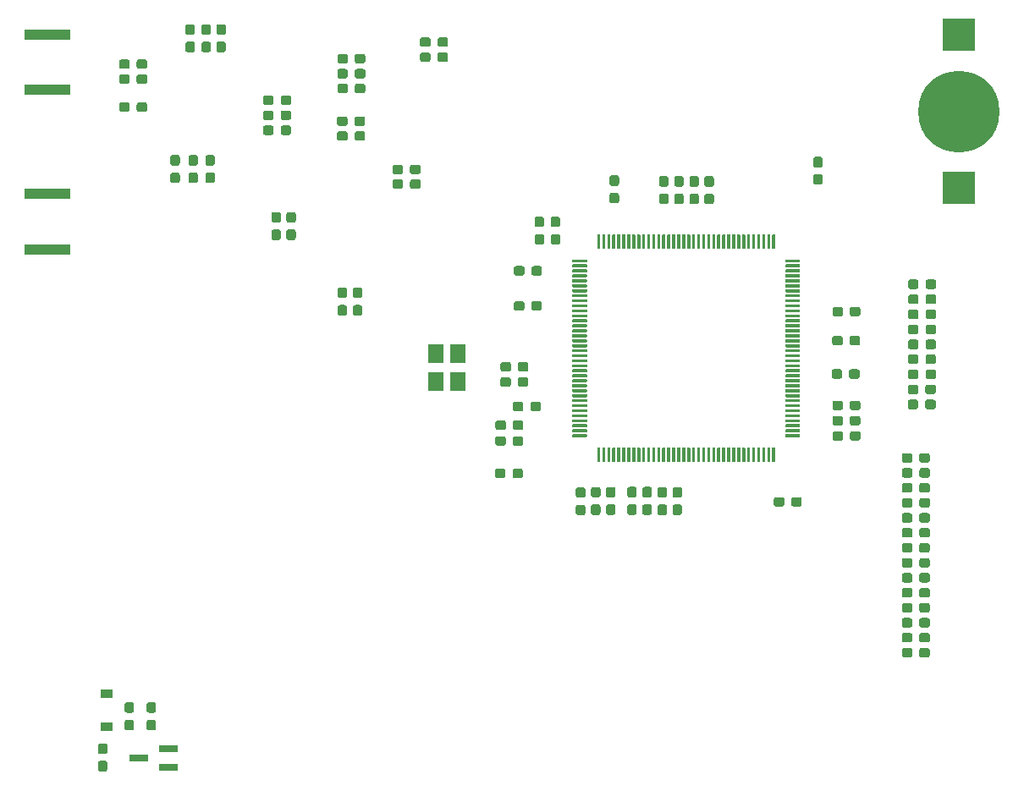
<source format=gbr>
G04 #@! TF.GenerationSoftware,KiCad,Pcbnew,6.0.0-unknown-813de6a~100~ubuntu18.04.1*
G04 #@! TF.CreationDate,2019-06-08T23:41:29-05:00*
G04 #@! TF.ProjectId,shield_SDR_UN,73686965-6c64-45f5-9344-525f554e2e6b,rev?*
G04 #@! TF.SameCoordinates,Original*
G04 #@! TF.FileFunction,Paste,Bot*
G04 #@! TF.FilePolarity,Positive*
%FSLAX46Y46*%
G04 Gerber Fmt 4.6, Leading zero omitted, Abs format (unit mm)*
G04 Created by KiCad (PCBNEW 6.0.0-unknown-813de6a~100~ubuntu18.04.1) date 2019-06-08 23:41:29*
%MOMM*%
%LPD*%
G04 APERTURE LIST*
%ADD10R,4.560000X1.000000*%
%ADD11C,0.150000*%
%ADD12C,0.950000*%
%ADD13C,0.300000*%
%ADD14R,1.200000X0.900000*%
%ADD15R,1.650000X1.950000*%
%ADD16R,1.900000X0.800000*%
%ADD17R,3.200000X3.200000*%
%ADD18C,8.130000*%
G04 APERTURE END LIST*
D10*
X67770000Y-63240000D03*
X67770000Y-68780000D03*
X67750000Y-47270000D03*
X67750000Y-52810000D03*
D11*
G36*
X117250779Y-65501144D02*
G01*
X117273834Y-65504563D01*
X117296443Y-65510227D01*
X117318387Y-65518079D01*
X117339457Y-65528044D01*
X117359448Y-65540026D01*
X117378168Y-65553910D01*
X117395438Y-65569562D01*
X117411090Y-65586832D01*
X117424974Y-65605552D01*
X117436956Y-65625543D01*
X117446921Y-65646613D01*
X117454773Y-65668557D01*
X117460437Y-65691166D01*
X117463856Y-65714221D01*
X117465000Y-65737500D01*
X117465000Y-66312500D01*
X117463856Y-66335779D01*
X117460437Y-66358834D01*
X117454773Y-66381443D01*
X117446921Y-66403387D01*
X117436956Y-66424457D01*
X117424974Y-66444448D01*
X117411090Y-66463168D01*
X117395438Y-66480438D01*
X117378168Y-66496090D01*
X117359448Y-66509974D01*
X117339457Y-66521956D01*
X117318387Y-66531921D01*
X117296443Y-66539773D01*
X117273834Y-66545437D01*
X117250779Y-66548856D01*
X117227500Y-66550000D01*
X116752500Y-66550000D01*
X116729221Y-66548856D01*
X116706166Y-66545437D01*
X116683557Y-66539773D01*
X116661613Y-66531921D01*
X116640543Y-66521956D01*
X116620552Y-66509974D01*
X116601832Y-66496090D01*
X116584562Y-66480438D01*
X116568910Y-66463168D01*
X116555026Y-66444448D01*
X116543044Y-66424457D01*
X116533079Y-66403387D01*
X116525227Y-66381443D01*
X116519563Y-66358834D01*
X116516144Y-66335779D01*
X116515000Y-66312500D01*
X116515000Y-65737500D01*
X116516144Y-65714221D01*
X116519563Y-65691166D01*
X116525227Y-65668557D01*
X116533079Y-65646613D01*
X116543044Y-65625543D01*
X116555026Y-65605552D01*
X116568910Y-65586832D01*
X116584562Y-65569562D01*
X116601832Y-65553910D01*
X116620552Y-65540026D01*
X116640543Y-65528044D01*
X116661613Y-65518079D01*
X116683557Y-65510227D01*
X116706166Y-65504563D01*
X116729221Y-65501144D01*
X116752500Y-65500000D01*
X117227500Y-65500000D01*
X117250779Y-65501144D01*
X117250779Y-65501144D01*
G37*
D12*
X116990000Y-66025000D03*
D11*
G36*
X117250779Y-67251144D02*
G01*
X117273834Y-67254563D01*
X117296443Y-67260227D01*
X117318387Y-67268079D01*
X117339457Y-67278044D01*
X117359448Y-67290026D01*
X117378168Y-67303910D01*
X117395438Y-67319562D01*
X117411090Y-67336832D01*
X117424974Y-67355552D01*
X117436956Y-67375543D01*
X117446921Y-67396613D01*
X117454773Y-67418557D01*
X117460437Y-67441166D01*
X117463856Y-67464221D01*
X117465000Y-67487500D01*
X117465000Y-68062500D01*
X117463856Y-68085779D01*
X117460437Y-68108834D01*
X117454773Y-68131443D01*
X117446921Y-68153387D01*
X117436956Y-68174457D01*
X117424974Y-68194448D01*
X117411090Y-68213168D01*
X117395438Y-68230438D01*
X117378168Y-68246090D01*
X117359448Y-68259974D01*
X117339457Y-68271956D01*
X117318387Y-68281921D01*
X117296443Y-68289773D01*
X117273834Y-68295437D01*
X117250779Y-68298856D01*
X117227500Y-68300000D01*
X116752500Y-68300000D01*
X116729221Y-68298856D01*
X116706166Y-68295437D01*
X116683557Y-68289773D01*
X116661613Y-68281921D01*
X116640543Y-68271956D01*
X116620552Y-68259974D01*
X116601832Y-68246090D01*
X116584562Y-68230438D01*
X116568910Y-68213168D01*
X116555026Y-68194448D01*
X116543044Y-68174457D01*
X116533079Y-68153387D01*
X116525227Y-68131443D01*
X116519563Y-68108834D01*
X116516144Y-68085779D01*
X116515000Y-68062500D01*
X116515000Y-67487500D01*
X116516144Y-67464221D01*
X116519563Y-67441166D01*
X116525227Y-67418557D01*
X116533079Y-67396613D01*
X116543044Y-67375543D01*
X116555026Y-67355552D01*
X116568910Y-67336832D01*
X116584562Y-67319562D01*
X116601832Y-67303910D01*
X116620552Y-67290026D01*
X116640543Y-67278044D01*
X116661613Y-67268079D01*
X116683557Y-67260227D01*
X116706166Y-67254563D01*
X116729221Y-67251144D01*
X116752500Y-67250000D01*
X117227500Y-67250000D01*
X117250779Y-67251144D01*
X117250779Y-67251144D01*
G37*
D12*
X116990000Y-67775000D03*
D11*
G36*
X118860779Y-65501144D02*
G01*
X118883834Y-65504563D01*
X118906443Y-65510227D01*
X118928387Y-65518079D01*
X118949457Y-65528044D01*
X118969448Y-65540026D01*
X118988168Y-65553910D01*
X119005438Y-65569562D01*
X119021090Y-65586832D01*
X119034974Y-65605552D01*
X119046956Y-65625543D01*
X119056921Y-65646613D01*
X119064773Y-65668557D01*
X119070437Y-65691166D01*
X119073856Y-65714221D01*
X119075000Y-65737500D01*
X119075000Y-66312500D01*
X119073856Y-66335779D01*
X119070437Y-66358834D01*
X119064773Y-66381443D01*
X119056921Y-66403387D01*
X119046956Y-66424457D01*
X119034974Y-66444448D01*
X119021090Y-66463168D01*
X119005438Y-66480438D01*
X118988168Y-66496090D01*
X118969448Y-66509974D01*
X118949457Y-66521956D01*
X118928387Y-66531921D01*
X118906443Y-66539773D01*
X118883834Y-66545437D01*
X118860779Y-66548856D01*
X118837500Y-66550000D01*
X118362500Y-66550000D01*
X118339221Y-66548856D01*
X118316166Y-66545437D01*
X118293557Y-66539773D01*
X118271613Y-66531921D01*
X118250543Y-66521956D01*
X118230552Y-66509974D01*
X118211832Y-66496090D01*
X118194562Y-66480438D01*
X118178910Y-66463168D01*
X118165026Y-66444448D01*
X118153044Y-66424457D01*
X118143079Y-66403387D01*
X118135227Y-66381443D01*
X118129563Y-66358834D01*
X118126144Y-66335779D01*
X118125000Y-66312500D01*
X118125000Y-65737500D01*
X118126144Y-65714221D01*
X118129563Y-65691166D01*
X118135227Y-65668557D01*
X118143079Y-65646613D01*
X118153044Y-65625543D01*
X118165026Y-65605552D01*
X118178910Y-65586832D01*
X118194562Y-65569562D01*
X118211832Y-65553910D01*
X118230552Y-65540026D01*
X118250543Y-65528044D01*
X118271613Y-65518079D01*
X118293557Y-65510227D01*
X118316166Y-65504563D01*
X118339221Y-65501144D01*
X118362500Y-65500000D01*
X118837500Y-65500000D01*
X118860779Y-65501144D01*
X118860779Y-65501144D01*
G37*
D12*
X118600000Y-66025000D03*
D11*
G36*
X118860779Y-67251144D02*
G01*
X118883834Y-67254563D01*
X118906443Y-67260227D01*
X118928387Y-67268079D01*
X118949457Y-67278044D01*
X118969448Y-67290026D01*
X118988168Y-67303910D01*
X119005438Y-67319562D01*
X119021090Y-67336832D01*
X119034974Y-67355552D01*
X119046956Y-67375543D01*
X119056921Y-67396613D01*
X119064773Y-67418557D01*
X119070437Y-67441166D01*
X119073856Y-67464221D01*
X119075000Y-67487500D01*
X119075000Y-68062500D01*
X119073856Y-68085779D01*
X119070437Y-68108834D01*
X119064773Y-68131443D01*
X119056921Y-68153387D01*
X119046956Y-68174457D01*
X119034974Y-68194448D01*
X119021090Y-68213168D01*
X119005438Y-68230438D01*
X118988168Y-68246090D01*
X118969448Y-68259974D01*
X118949457Y-68271956D01*
X118928387Y-68281921D01*
X118906443Y-68289773D01*
X118883834Y-68295437D01*
X118860779Y-68298856D01*
X118837500Y-68300000D01*
X118362500Y-68300000D01*
X118339221Y-68298856D01*
X118316166Y-68295437D01*
X118293557Y-68289773D01*
X118271613Y-68281921D01*
X118250543Y-68271956D01*
X118230552Y-68259974D01*
X118211832Y-68246090D01*
X118194562Y-68230438D01*
X118178910Y-68213168D01*
X118165026Y-68194448D01*
X118153044Y-68174457D01*
X118143079Y-68153387D01*
X118135227Y-68131443D01*
X118129563Y-68108834D01*
X118126144Y-68085779D01*
X118125000Y-68062500D01*
X118125000Y-67487500D01*
X118126144Y-67464221D01*
X118129563Y-67441166D01*
X118135227Y-67418557D01*
X118143079Y-67396613D01*
X118153044Y-67375543D01*
X118165026Y-67355552D01*
X118178910Y-67336832D01*
X118194562Y-67319562D01*
X118211832Y-67303910D01*
X118230552Y-67290026D01*
X118250543Y-67278044D01*
X118271613Y-67268079D01*
X118293557Y-67260227D01*
X118316166Y-67254563D01*
X118339221Y-67251144D01*
X118362500Y-67250000D01*
X118837500Y-67250000D01*
X118860779Y-67251144D01*
X118860779Y-67251144D01*
G37*
D12*
X118600000Y-67775000D03*
D11*
G36*
X115180779Y-84036144D02*
G01*
X115203834Y-84039563D01*
X115226443Y-84045227D01*
X115248387Y-84053079D01*
X115269457Y-84063044D01*
X115289448Y-84075026D01*
X115308168Y-84088910D01*
X115325438Y-84104562D01*
X115341090Y-84121832D01*
X115354974Y-84140552D01*
X115366956Y-84160543D01*
X115376921Y-84181613D01*
X115384773Y-84203557D01*
X115390437Y-84226166D01*
X115393856Y-84249221D01*
X115395000Y-84272500D01*
X115395000Y-84747500D01*
X115393856Y-84770779D01*
X115390437Y-84793834D01*
X115384773Y-84816443D01*
X115376921Y-84838387D01*
X115366956Y-84859457D01*
X115354974Y-84879448D01*
X115341090Y-84898168D01*
X115325438Y-84915438D01*
X115308168Y-84931090D01*
X115289448Y-84944974D01*
X115269457Y-84956956D01*
X115248387Y-84966921D01*
X115226443Y-84974773D01*
X115203834Y-84980437D01*
X115180779Y-84983856D01*
X115157500Y-84985000D01*
X114582500Y-84985000D01*
X114559221Y-84983856D01*
X114536166Y-84980437D01*
X114513557Y-84974773D01*
X114491613Y-84966921D01*
X114470543Y-84956956D01*
X114450552Y-84944974D01*
X114431832Y-84931090D01*
X114414562Y-84915438D01*
X114398910Y-84898168D01*
X114385026Y-84879448D01*
X114373044Y-84859457D01*
X114363079Y-84838387D01*
X114355227Y-84816443D01*
X114349563Y-84793834D01*
X114346144Y-84770779D01*
X114345000Y-84747500D01*
X114345000Y-84272500D01*
X114346144Y-84249221D01*
X114349563Y-84226166D01*
X114355227Y-84203557D01*
X114363079Y-84181613D01*
X114373044Y-84160543D01*
X114385026Y-84140552D01*
X114398910Y-84121832D01*
X114414562Y-84104562D01*
X114431832Y-84088910D01*
X114450552Y-84075026D01*
X114470543Y-84063044D01*
X114491613Y-84053079D01*
X114513557Y-84045227D01*
X114536166Y-84039563D01*
X114559221Y-84036144D01*
X114582500Y-84035000D01*
X115157500Y-84035000D01*
X115180779Y-84036144D01*
X115180779Y-84036144D01*
G37*
D12*
X114870000Y-84510000D03*
D11*
G36*
X116930779Y-84036144D02*
G01*
X116953834Y-84039563D01*
X116976443Y-84045227D01*
X116998387Y-84053079D01*
X117019457Y-84063044D01*
X117039448Y-84075026D01*
X117058168Y-84088910D01*
X117075438Y-84104562D01*
X117091090Y-84121832D01*
X117104974Y-84140552D01*
X117116956Y-84160543D01*
X117126921Y-84181613D01*
X117134773Y-84203557D01*
X117140437Y-84226166D01*
X117143856Y-84249221D01*
X117145000Y-84272500D01*
X117145000Y-84747500D01*
X117143856Y-84770779D01*
X117140437Y-84793834D01*
X117134773Y-84816443D01*
X117126921Y-84838387D01*
X117116956Y-84859457D01*
X117104974Y-84879448D01*
X117091090Y-84898168D01*
X117075438Y-84915438D01*
X117058168Y-84931090D01*
X117039448Y-84944974D01*
X117019457Y-84956956D01*
X116998387Y-84966921D01*
X116976443Y-84974773D01*
X116953834Y-84980437D01*
X116930779Y-84983856D01*
X116907500Y-84985000D01*
X116332500Y-84985000D01*
X116309221Y-84983856D01*
X116286166Y-84980437D01*
X116263557Y-84974773D01*
X116241613Y-84966921D01*
X116220543Y-84956956D01*
X116200552Y-84944974D01*
X116181832Y-84931090D01*
X116164562Y-84915438D01*
X116148910Y-84898168D01*
X116135026Y-84879448D01*
X116123044Y-84859457D01*
X116113079Y-84838387D01*
X116105227Y-84816443D01*
X116099563Y-84793834D01*
X116096144Y-84770779D01*
X116095000Y-84747500D01*
X116095000Y-84272500D01*
X116096144Y-84249221D01*
X116099563Y-84226166D01*
X116105227Y-84203557D01*
X116113079Y-84181613D01*
X116123044Y-84160543D01*
X116135026Y-84140552D01*
X116148910Y-84121832D01*
X116164562Y-84104562D01*
X116181832Y-84088910D01*
X116200552Y-84075026D01*
X116220543Y-84063044D01*
X116241613Y-84053079D01*
X116263557Y-84045227D01*
X116286166Y-84039563D01*
X116309221Y-84036144D01*
X116332500Y-84035000D01*
X116907500Y-84035000D01*
X116930779Y-84036144D01*
X116930779Y-84036144D01*
G37*
D12*
X116620000Y-84510000D03*
D11*
G36*
X143014351Y-87275361D02*
G01*
X143021632Y-87276441D01*
X143028771Y-87278229D01*
X143035701Y-87280709D01*
X143042355Y-87283856D01*
X143048668Y-87287640D01*
X143054579Y-87292024D01*
X143060033Y-87296967D01*
X143064976Y-87302421D01*
X143069360Y-87308332D01*
X143073144Y-87314645D01*
X143076291Y-87321299D01*
X143078771Y-87328229D01*
X143080559Y-87335368D01*
X143081639Y-87342649D01*
X143082000Y-87350000D01*
X143082000Y-87500000D01*
X143081639Y-87507351D01*
X143080559Y-87514632D01*
X143078771Y-87521771D01*
X143076291Y-87528701D01*
X143073144Y-87535355D01*
X143069360Y-87541668D01*
X143064976Y-87547579D01*
X143060033Y-87553033D01*
X143054579Y-87557976D01*
X143048668Y-87562360D01*
X143042355Y-87566144D01*
X143035701Y-87569291D01*
X143028771Y-87571771D01*
X143021632Y-87573559D01*
X143014351Y-87574639D01*
X143007000Y-87575000D01*
X141682000Y-87575000D01*
X141674649Y-87574639D01*
X141667368Y-87573559D01*
X141660229Y-87571771D01*
X141653299Y-87569291D01*
X141646645Y-87566144D01*
X141640332Y-87562360D01*
X141634421Y-87557976D01*
X141628967Y-87553033D01*
X141624024Y-87547579D01*
X141619640Y-87541668D01*
X141615856Y-87535355D01*
X141612709Y-87528701D01*
X141610229Y-87521771D01*
X141608441Y-87514632D01*
X141607361Y-87507351D01*
X141607000Y-87500000D01*
X141607000Y-87350000D01*
X141607361Y-87342649D01*
X141608441Y-87335368D01*
X141610229Y-87328229D01*
X141612709Y-87321299D01*
X141615856Y-87314645D01*
X141619640Y-87308332D01*
X141624024Y-87302421D01*
X141628967Y-87296967D01*
X141634421Y-87292024D01*
X141640332Y-87287640D01*
X141646645Y-87283856D01*
X141653299Y-87280709D01*
X141660229Y-87278229D01*
X141667368Y-87276441D01*
X141674649Y-87275361D01*
X141682000Y-87275000D01*
X143007000Y-87275000D01*
X143014351Y-87275361D01*
X143014351Y-87275361D01*
G37*
D13*
X142344500Y-87425000D03*
D11*
G36*
X143014351Y-86775361D02*
G01*
X143021632Y-86776441D01*
X143028771Y-86778229D01*
X143035701Y-86780709D01*
X143042355Y-86783856D01*
X143048668Y-86787640D01*
X143054579Y-86792024D01*
X143060033Y-86796967D01*
X143064976Y-86802421D01*
X143069360Y-86808332D01*
X143073144Y-86814645D01*
X143076291Y-86821299D01*
X143078771Y-86828229D01*
X143080559Y-86835368D01*
X143081639Y-86842649D01*
X143082000Y-86850000D01*
X143082000Y-87000000D01*
X143081639Y-87007351D01*
X143080559Y-87014632D01*
X143078771Y-87021771D01*
X143076291Y-87028701D01*
X143073144Y-87035355D01*
X143069360Y-87041668D01*
X143064976Y-87047579D01*
X143060033Y-87053033D01*
X143054579Y-87057976D01*
X143048668Y-87062360D01*
X143042355Y-87066144D01*
X143035701Y-87069291D01*
X143028771Y-87071771D01*
X143021632Y-87073559D01*
X143014351Y-87074639D01*
X143007000Y-87075000D01*
X141682000Y-87075000D01*
X141674649Y-87074639D01*
X141667368Y-87073559D01*
X141660229Y-87071771D01*
X141653299Y-87069291D01*
X141646645Y-87066144D01*
X141640332Y-87062360D01*
X141634421Y-87057976D01*
X141628967Y-87053033D01*
X141624024Y-87047579D01*
X141619640Y-87041668D01*
X141615856Y-87035355D01*
X141612709Y-87028701D01*
X141610229Y-87021771D01*
X141608441Y-87014632D01*
X141607361Y-87007351D01*
X141607000Y-87000000D01*
X141607000Y-86850000D01*
X141607361Y-86842649D01*
X141608441Y-86835368D01*
X141610229Y-86828229D01*
X141612709Y-86821299D01*
X141615856Y-86814645D01*
X141619640Y-86808332D01*
X141624024Y-86802421D01*
X141628967Y-86796967D01*
X141634421Y-86792024D01*
X141640332Y-86787640D01*
X141646645Y-86783856D01*
X141653299Y-86780709D01*
X141660229Y-86778229D01*
X141667368Y-86776441D01*
X141674649Y-86775361D01*
X141682000Y-86775000D01*
X143007000Y-86775000D01*
X143014351Y-86775361D01*
X143014351Y-86775361D01*
G37*
D13*
X142344500Y-86925000D03*
D11*
G36*
X143014351Y-86275361D02*
G01*
X143021632Y-86276441D01*
X143028771Y-86278229D01*
X143035701Y-86280709D01*
X143042355Y-86283856D01*
X143048668Y-86287640D01*
X143054579Y-86292024D01*
X143060033Y-86296967D01*
X143064976Y-86302421D01*
X143069360Y-86308332D01*
X143073144Y-86314645D01*
X143076291Y-86321299D01*
X143078771Y-86328229D01*
X143080559Y-86335368D01*
X143081639Y-86342649D01*
X143082000Y-86350000D01*
X143082000Y-86500000D01*
X143081639Y-86507351D01*
X143080559Y-86514632D01*
X143078771Y-86521771D01*
X143076291Y-86528701D01*
X143073144Y-86535355D01*
X143069360Y-86541668D01*
X143064976Y-86547579D01*
X143060033Y-86553033D01*
X143054579Y-86557976D01*
X143048668Y-86562360D01*
X143042355Y-86566144D01*
X143035701Y-86569291D01*
X143028771Y-86571771D01*
X143021632Y-86573559D01*
X143014351Y-86574639D01*
X143007000Y-86575000D01*
X141682000Y-86575000D01*
X141674649Y-86574639D01*
X141667368Y-86573559D01*
X141660229Y-86571771D01*
X141653299Y-86569291D01*
X141646645Y-86566144D01*
X141640332Y-86562360D01*
X141634421Y-86557976D01*
X141628967Y-86553033D01*
X141624024Y-86547579D01*
X141619640Y-86541668D01*
X141615856Y-86535355D01*
X141612709Y-86528701D01*
X141610229Y-86521771D01*
X141608441Y-86514632D01*
X141607361Y-86507351D01*
X141607000Y-86500000D01*
X141607000Y-86350000D01*
X141607361Y-86342649D01*
X141608441Y-86335368D01*
X141610229Y-86328229D01*
X141612709Y-86321299D01*
X141615856Y-86314645D01*
X141619640Y-86308332D01*
X141624024Y-86302421D01*
X141628967Y-86296967D01*
X141634421Y-86292024D01*
X141640332Y-86287640D01*
X141646645Y-86283856D01*
X141653299Y-86280709D01*
X141660229Y-86278229D01*
X141667368Y-86276441D01*
X141674649Y-86275361D01*
X141682000Y-86275000D01*
X143007000Y-86275000D01*
X143014351Y-86275361D01*
X143014351Y-86275361D01*
G37*
D13*
X142344500Y-86425000D03*
D11*
G36*
X143014351Y-85775361D02*
G01*
X143021632Y-85776441D01*
X143028771Y-85778229D01*
X143035701Y-85780709D01*
X143042355Y-85783856D01*
X143048668Y-85787640D01*
X143054579Y-85792024D01*
X143060033Y-85796967D01*
X143064976Y-85802421D01*
X143069360Y-85808332D01*
X143073144Y-85814645D01*
X143076291Y-85821299D01*
X143078771Y-85828229D01*
X143080559Y-85835368D01*
X143081639Y-85842649D01*
X143082000Y-85850000D01*
X143082000Y-86000000D01*
X143081639Y-86007351D01*
X143080559Y-86014632D01*
X143078771Y-86021771D01*
X143076291Y-86028701D01*
X143073144Y-86035355D01*
X143069360Y-86041668D01*
X143064976Y-86047579D01*
X143060033Y-86053033D01*
X143054579Y-86057976D01*
X143048668Y-86062360D01*
X143042355Y-86066144D01*
X143035701Y-86069291D01*
X143028771Y-86071771D01*
X143021632Y-86073559D01*
X143014351Y-86074639D01*
X143007000Y-86075000D01*
X141682000Y-86075000D01*
X141674649Y-86074639D01*
X141667368Y-86073559D01*
X141660229Y-86071771D01*
X141653299Y-86069291D01*
X141646645Y-86066144D01*
X141640332Y-86062360D01*
X141634421Y-86057976D01*
X141628967Y-86053033D01*
X141624024Y-86047579D01*
X141619640Y-86041668D01*
X141615856Y-86035355D01*
X141612709Y-86028701D01*
X141610229Y-86021771D01*
X141608441Y-86014632D01*
X141607361Y-86007351D01*
X141607000Y-86000000D01*
X141607000Y-85850000D01*
X141607361Y-85842649D01*
X141608441Y-85835368D01*
X141610229Y-85828229D01*
X141612709Y-85821299D01*
X141615856Y-85814645D01*
X141619640Y-85808332D01*
X141624024Y-85802421D01*
X141628967Y-85796967D01*
X141634421Y-85792024D01*
X141640332Y-85787640D01*
X141646645Y-85783856D01*
X141653299Y-85780709D01*
X141660229Y-85778229D01*
X141667368Y-85776441D01*
X141674649Y-85775361D01*
X141682000Y-85775000D01*
X143007000Y-85775000D01*
X143014351Y-85775361D01*
X143014351Y-85775361D01*
G37*
D13*
X142344500Y-85925000D03*
D11*
G36*
X143014351Y-85275361D02*
G01*
X143021632Y-85276441D01*
X143028771Y-85278229D01*
X143035701Y-85280709D01*
X143042355Y-85283856D01*
X143048668Y-85287640D01*
X143054579Y-85292024D01*
X143060033Y-85296967D01*
X143064976Y-85302421D01*
X143069360Y-85308332D01*
X143073144Y-85314645D01*
X143076291Y-85321299D01*
X143078771Y-85328229D01*
X143080559Y-85335368D01*
X143081639Y-85342649D01*
X143082000Y-85350000D01*
X143082000Y-85500000D01*
X143081639Y-85507351D01*
X143080559Y-85514632D01*
X143078771Y-85521771D01*
X143076291Y-85528701D01*
X143073144Y-85535355D01*
X143069360Y-85541668D01*
X143064976Y-85547579D01*
X143060033Y-85553033D01*
X143054579Y-85557976D01*
X143048668Y-85562360D01*
X143042355Y-85566144D01*
X143035701Y-85569291D01*
X143028771Y-85571771D01*
X143021632Y-85573559D01*
X143014351Y-85574639D01*
X143007000Y-85575000D01*
X141682000Y-85575000D01*
X141674649Y-85574639D01*
X141667368Y-85573559D01*
X141660229Y-85571771D01*
X141653299Y-85569291D01*
X141646645Y-85566144D01*
X141640332Y-85562360D01*
X141634421Y-85557976D01*
X141628967Y-85553033D01*
X141624024Y-85547579D01*
X141619640Y-85541668D01*
X141615856Y-85535355D01*
X141612709Y-85528701D01*
X141610229Y-85521771D01*
X141608441Y-85514632D01*
X141607361Y-85507351D01*
X141607000Y-85500000D01*
X141607000Y-85350000D01*
X141607361Y-85342649D01*
X141608441Y-85335368D01*
X141610229Y-85328229D01*
X141612709Y-85321299D01*
X141615856Y-85314645D01*
X141619640Y-85308332D01*
X141624024Y-85302421D01*
X141628967Y-85296967D01*
X141634421Y-85292024D01*
X141640332Y-85287640D01*
X141646645Y-85283856D01*
X141653299Y-85280709D01*
X141660229Y-85278229D01*
X141667368Y-85276441D01*
X141674649Y-85275361D01*
X141682000Y-85275000D01*
X143007000Y-85275000D01*
X143014351Y-85275361D01*
X143014351Y-85275361D01*
G37*
D13*
X142344500Y-85425000D03*
D11*
G36*
X143014351Y-84775361D02*
G01*
X143021632Y-84776441D01*
X143028771Y-84778229D01*
X143035701Y-84780709D01*
X143042355Y-84783856D01*
X143048668Y-84787640D01*
X143054579Y-84792024D01*
X143060033Y-84796967D01*
X143064976Y-84802421D01*
X143069360Y-84808332D01*
X143073144Y-84814645D01*
X143076291Y-84821299D01*
X143078771Y-84828229D01*
X143080559Y-84835368D01*
X143081639Y-84842649D01*
X143082000Y-84850000D01*
X143082000Y-85000000D01*
X143081639Y-85007351D01*
X143080559Y-85014632D01*
X143078771Y-85021771D01*
X143076291Y-85028701D01*
X143073144Y-85035355D01*
X143069360Y-85041668D01*
X143064976Y-85047579D01*
X143060033Y-85053033D01*
X143054579Y-85057976D01*
X143048668Y-85062360D01*
X143042355Y-85066144D01*
X143035701Y-85069291D01*
X143028771Y-85071771D01*
X143021632Y-85073559D01*
X143014351Y-85074639D01*
X143007000Y-85075000D01*
X141682000Y-85075000D01*
X141674649Y-85074639D01*
X141667368Y-85073559D01*
X141660229Y-85071771D01*
X141653299Y-85069291D01*
X141646645Y-85066144D01*
X141640332Y-85062360D01*
X141634421Y-85057976D01*
X141628967Y-85053033D01*
X141624024Y-85047579D01*
X141619640Y-85041668D01*
X141615856Y-85035355D01*
X141612709Y-85028701D01*
X141610229Y-85021771D01*
X141608441Y-85014632D01*
X141607361Y-85007351D01*
X141607000Y-85000000D01*
X141607000Y-84850000D01*
X141607361Y-84842649D01*
X141608441Y-84835368D01*
X141610229Y-84828229D01*
X141612709Y-84821299D01*
X141615856Y-84814645D01*
X141619640Y-84808332D01*
X141624024Y-84802421D01*
X141628967Y-84796967D01*
X141634421Y-84792024D01*
X141640332Y-84787640D01*
X141646645Y-84783856D01*
X141653299Y-84780709D01*
X141660229Y-84778229D01*
X141667368Y-84776441D01*
X141674649Y-84775361D01*
X141682000Y-84775000D01*
X143007000Y-84775000D01*
X143014351Y-84775361D01*
X143014351Y-84775361D01*
G37*
D13*
X142344500Y-84925000D03*
D11*
G36*
X143014351Y-84275361D02*
G01*
X143021632Y-84276441D01*
X143028771Y-84278229D01*
X143035701Y-84280709D01*
X143042355Y-84283856D01*
X143048668Y-84287640D01*
X143054579Y-84292024D01*
X143060033Y-84296967D01*
X143064976Y-84302421D01*
X143069360Y-84308332D01*
X143073144Y-84314645D01*
X143076291Y-84321299D01*
X143078771Y-84328229D01*
X143080559Y-84335368D01*
X143081639Y-84342649D01*
X143082000Y-84350000D01*
X143082000Y-84500000D01*
X143081639Y-84507351D01*
X143080559Y-84514632D01*
X143078771Y-84521771D01*
X143076291Y-84528701D01*
X143073144Y-84535355D01*
X143069360Y-84541668D01*
X143064976Y-84547579D01*
X143060033Y-84553033D01*
X143054579Y-84557976D01*
X143048668Y-84562360D01*
X143042355Y-84566144D01*
X143035701Y-84569291D01*
X143028771Y-84571771D01*
X143021632Y-84573559D01*
X143014351Y-84574639D01*
X143007000Y-84575000D01*
X141682000Y-84575000D01*
X141674649Y-84574639D01*
X141667368Y-84573559D01*
X141660229Y-84571771D01*
X141653299Y-84569291D01*
X141646645Y-84566144D01*
X141640332Y-84562360D01*
X141634421Y-84557976D01*
X141628967Y-84553033D01*
X141624024Y-84547579D01*
X141619640Y-84541668D01*
X141615856Y-84535355D01*
X141612709Y-84528701D01*
X141610229Y-84521771D01*
X141608441Y-84514632D01*
X141607361Y-84507351D01*
X141607000Y-84500000D01*
X141607000Y-84350000D01*
X141607361Y-84342649D01*
X141608441Y-84335368D01*
X141610229Y-84328229D01*
X141612709Y-84321299D01*
X141615856Y-84314645D01*
X141619640Y-84308332D01*
X141624024Y-84302421D01*
X141628967Y-84296967D01*
X141634421Y-84292024D01*
X141640332Y-84287640D01*
X141646645Y-84283856D01*
X141653299Y-84280709D01*
X141660229Y-84278229D01*
X141667368Y-84276441D01*
X141674649Y-84275361D01*
X141682000Y-84275000D01*
X143007000Y-84275000D01*
X143014351Y-84275361D01*
X143014351Y-84275361D01*
G37*
D13*
X142344500Y-84425000D03*
D11*
G36*
X143014351Y-83775361D02*
G01*
X143021632Y-83776441D01*
X143028771Y-83778229D01*
X143035701Y-83780709D01*
X143042355Y-83783856D01*
X143048668Y-83787640D01*
X143054579Y-83792024D01*
X143060033Y-83796967D01*
X143064976Y-83802421D01*
X143069360Y-83808332D01*
X143073144Y-83814645D01*
X143076291Y-83821299D01*
X143078771Y-83828229D01*
X143080559Y-83835368D01*
X143081639Y-83842649D01*
X143082000Y-83850000D01*
X143082000Y-84000000D01*
X143081639Y-84007351D01*
X143080559Y-84014632D01*
X143078771Y-84021771D01*
X143076291Y-84028701D01*
X143073144Y-84035355D01*
X143069360Y-84041668D01*
X143064976Y-84047579D01*
X143060033Y-84053033D01*
X143054579Y-84057976D01*
X143048668Y-84062360D01*
X143042355Y-84066144D01*
X143035701Y-84069291D01*
X143028771Y-84071771D01*
X143021632Y-84073559D01*
X143014351Y-84074639D01*
X143007000Y-84075000D01*
X141682000Y-84075000D01*
X141674649Y-84074639D01*
X141667368Y-84073559D01*
X141660229Y-84071771D01*
X141653299Y-84069291D01*
X141646645Y-84066144D01*
X141640332Y-84062360D01*
X141634421Y-84057976D01*
X141628967Y-84053033D01*
X141624024Y-84047579D01*
X141619640Y-84041668D01*
X141615856Y-84035355D01*
X141612709Y-84028701D01*
X141610229Y-84021771D01*
X141608441Y-84014632D01*
X141607361Y-84007351D01*
X141607000Y-84000000D01*
X141607000Y-83850000D01*
X141607361Y-83842649D01*
X141608441Y-83835368D01*
X141610229Y-83828229D01*
X141612709Y-83821299D01*
X141615856Y-83814645D01*
X141619640Y-83808332D01*
X141624024Y-83802421D01*
X141628967Y-83796967D01*
X141634421Y-83792024D01*
X141640332Y-83787640D01*
X141646645Y-83783856D01*
X141653299Y-83780709D01*
X141660229Y-83778229D01*
X141667368Y-83776441D01*
X141674649Y-83775361D01*
X141682000Y-83775000D01*
X143007000Y-83775000D01*
X143014351Y-83775361D01*
X143014351Y-83775361D01*
G37*
D13*
X142344500Y-83925000D03*
D11*
G36*
X143014351Y-83275361D02*
G01*
X143021632Y-83276441D01*
X143028771Y-83278229D01*
X143035701Y-83280709D01*
X143042355Y-83283856D01*
X143048668Y-83287640D01*
X143054579Y-83292024D01*
X143060033Y-83296967D01*
X143064976Y-83302421D01*
X143069360Y-83308332D01*
X143073144Y-83314645D01*
X143076291Y-83321299D01*
X143078771Y-83328229D01*
X143080559Y-83335368D01*
X143081639Y-83342649D01*
X143082000Y-83350000D01*
X143082000Y-83500000D01*
X143081639Y-83507351D01*
X143080559Y-83514632D01*
X143078771Y-83521771D01*
X143076291Y-83528701D01*
X143073144Y-83535355D01*
X143069360Y-83541668D01*
X143064976Y-83547579D01*
X143060033Y-83553033D01*
X143054579Y-83557976D01*
X143048668Y-83562360D01*
X143042355Y-83566144D01*
X143035701Y-83569291D01*
X143028771Y-83571771D01*
X143021632Y-83573559D01*
X143014351Y-83574639D01*
X143007000Y-83575000D01*
X141682000Y-83575000D01*
X141674649Y-83574639D01*
X141667368Y-83573559D01*
X141660229Y-83571771D01*
X141653299Y-83569291D01*
X141646645Y-83566144D01*
X141640332Y-83562360D01*
X141634421Y-83557976D01*
X141628967Y-83553033D01*
X141624024Y-83547579D01*
X141619640Y-83541668D01*
X141615856Y-83535355D01*
X141612709Y-83528701D01*
X141610229Y-83521771D01*
X141608441Y-83514632D01*
X141607361Y-83507351D01*
X141607000Y-83500000D01*
X141607000Y-83350000D01*
X141607361Y-83342649D01*
X141608441Y-83335368D01*
X141610229Y-83328229D01*
X141612709Y-83321299D01*
X141615856Y-83314645D01*
X141619640Y-83308332D01*
X141624024Y-83302421D01*
X141628967Y-83296967D01*
X141634421Y-83292024D01*
X141640332Y-83287640D01*
X141646645Y-83283856D01*
X141653299Y-83280709D01*
X141660229Y-83278229D01*
X141667368Y-83276441D01*
X141674649Y-83275361D01*
X141682000Y-83275000D01*
X143007000Y-83275000D01*
X143014351Y-83275361D01*
X143014351Y-83275361D01*
G37*
D13*
X142344500Y-83425000D03*
D11*
G36*
X143014351Y-82775361D02*
G01*
X143021632Y-82776441D01*
X143028771Y-82778229D01*
X143035701Y-82780709D01*
X143042355Y-82783856D01*
X143048668Y-82787640D01*
X143054579Y-82792024D01*
X143060033Y-82796967D01*
X143064976Y-82802421D01*
X143069360Y-82808332D01*
X143073144Y-82814645D01*
X143076291Y-82821299D01*
X143078771Y-82828229D01*
X143080559Y-82835368D01*
X143081639Y-82842649D01*
X143082000Y-82850000D01*
X143082000Y-83000000D01*
X143081639Y-83007351D01*
X143080559Y-83014632D01*
X143078771Y-83021771D01*
X143076291Y-83028701D01*
X143073144Y-83035355D01*
X143069360Y-83041668D01*
X143064976Y-83047579D01*
X143060033Y-83053033D01*
X143054579Y-83057976D01*
X143048668Y-83062360D01*
X143042355Y-83066144D01*
X143035701Y-83069291D01*
X143028771Y-83071771D01*
X143021632Y-83073559D01*
X143014351Y-83074639D01*
X143007000Y-83075000D01*
X141682000Y-83075000D01*
X141674649Y-83074639D01*
X141667368Y-83073559D01*
X141660229Y-83071771D01*
X141653299Y-83069291D01*
X141646645Y-83066144D01*
X141640332Y-83062360D01*
X141634421Y-83057976D01*
X141628967Y-83053033D01*
X141624024Y-83047579D01*
X141619640Y-83041668D01*
X141615856Y-83035355D01*
X141612709Y-83028701D01*
X141610229Y-83021771D01*
X141608441Y-83014632D01*
X141607361Y-83007351D01*
X141607000Y-83000000D01*
X141607000Y-82850000D01*
X141607361Y-82842649D01*
X141608441Y-82835368D01*
X141610229Y-82828229D01*
X141612709Y-82821299D01*
X141615856Y-82814645D01*
X141619640Y-82808332D01*
X141624024Y-82802421D01*
X141628967Y-82796967D01*
X141634421Y-82792024D01*
X141640332Y-82787640D01*
X141646645Y-82783856D01*
X141653299Y-82780709D01*
X141660229Y-82778229D01*
X141667368Y-82776441D01*
X141674649Y-82775361D01*
X141682000Y-82775000D01*
X143007000Y-82775000D01*
X143014351Y-82775361D01*
X143014351Y-82775361D01*
G37*
D13*
X142344500Y-82925000D03*
D11*
G36*
X143014351Y-82275361D02*
G01*
X143021632Y-82276441D01*
X143028771Y-82278229D01*
X143035701Y-82280709D01*
X143042355Y-82283856D01*
X143048668Y-82287640D01*
X143054579Y-82292024D01*
X143060033Y-82296967D01*
X143064976Y-82302421D01*
X143069360Y-82308332D01*
X143073144Y-82314645D01*
X143076291Y-82321299D01*
X143078771Y-82328229D01*
X143080559Y-82335368D01*
X143081639Y-82342649D01*
X143082000Y-82350000D01*
X143082000Y-82500000D01*
X143081639Y-82507351D01*
X143080559Y-82514632D01*
X143078771Y-82521771D01*
X143076291Y-82528701D01*
X143073144Y-82535355D01*
X143069360Y-82541668D01*
X143064976Y-82547579D01*
X143060033Y-82553033D01*
X143054579Y-82557976D01*
X143048668Y-82562360D01*
X143042355Y-82566144D01*
X143035701Y-82569291D01*
X143028771Y-82571771D01*
X143021632Y-82573559D01*
X143014351Y-82574639D01*
X143007000Y-82575000D01*
X141682000Y-82575000D01*
X141674649Y-82574639D01*
X141667368Y-82573559D01*
X141660229Y-82571771D01*
X141653299Y-82569291D01*
X141646645Y-82566144D01*
X141640332Y-82562360D01*
X141634421Y-82557976D01*
X141628967Y-82553033D01*
X141624024Y-82547579D01*
X141619640Y-82541668D01*
X141615856Y-82535355D01*
X141612709Y-82528701D01*
X141610229Y-82521771D01*
X141608441Y-82514632D01*
X141607361Y-82507351D01*
X141607000Y-82500000D01*
X141607000Y-82350000D01*
X141607361Y-82342649D01*
X141608441Y-82335368D01*
X141610229Y-82328229D01*
X141612709Y-82321299D01*
X141615856Y-82314645D01*
X141619640Y-82308332D01*
X141624024Y-82302421D01*
X141628967Y-82296967D01*
X141634421Y-82292024D01*
X141640332Y-82287640D01*
X141646645Y-82283856D01*
X141653299Y-82280709D01*
X141660229Y-82278229D01*
X141667368Y-82276441D01*
X141674649Y-82275361D01*
X141682000Y-82275000D01*
X143007000Y-82275000D01*
X143014351Y-82275361D01*
X143014351Y-82275361D01*
G37*
D13*
X142344500Y-82425000D03*
D11*
G36*
X143014351Y-81775361D02*
G01*
X143021632Y-81776441D01*
X143028771Y-81778229D01*
X143035701Y-81780709D01*
X143042355Y-81783856D01*
X143048668Y-81787640D01*
X143054579Y-81792024D01*
X143060033Y-81796967D01*
X143064976Y-81802421D01*
X143069360Y-81808332D01*
X143073144Y-81814645D01*
X143076291Y-81821299D01*
X143078771Y-81828229D01*
X143080559Y-81835368D01*
X143081639Y-81842649D01*
X143082000Y-81850000D01*
X143082000Y-82000000D01*
X143081639Y-82007351D01*
X143080559Y-82014632D01*
X143078771Y-82021771D01*
X143076291Y-82028701D01*
X143073144Y-82035355D01*
X143069360Y-82041668D01*
X143064976Y-82047579D01*
X143060033Y-82053033D01*
X143054579Y-82057976D01*
X143048668Y-82062360D01*
X143042355Y-82066144D01*
X143035701Y-82069291D01*
X143028771Y-82071771D01*
X143021632Y-82073559D01*
X143014351Y-82074639D01*
X143007000Y-82075000D01*
X141682000Y-82075000D01*
X141674649Y-82074639D01*
X141667368Y-82073559D01*
X141660229Y-82071771D01*
X141653299Y-82069291D01*
X141646645Y-82066144D01*
X141640332Y-82062360D01*
X141634421Y-82057976D01*
X141628967Y-82053033D01*
X141624024Y-82047579D01*
X141619640Y-82041668D01*
X141615856Y-82035355D01*
X141612709Y-82028701D01*
X141610229Y-82021771D01*
X141608441Y-82014632D01*
X141607361Y-82007351D01*
X141607000Y-82000000D01*
X141607000Y-81850000D01*
X141607361Y-81842649D01*
X141608441Y-81835368D01*
X141610229Y-81828229D01*
X141612709Y-81821299D01*
X141615856Y-81814645D01*
X141619640Y-81808332D01*
X141624024Y-81802421D01*
X141628967Y-81796967D01*
X141634421Y-81792024D01*
X141640332Y-81787640D01*
X141646645Y-81783856D01*
X141653299Y-81780709D01*
X141660229Y-81778229D01*
X141667368Y-81776441D01*
X141674649Y-81775361D01*
X141682000Y-81775000D01*
X143007000Y-81775000D01*
X143014351Y-81775361D01*
X143014351Y-81775361D01*
G37*
D13*
X142344500Y-81925000D03*
D11*
G36*
X143014351Y-81275361D02*
G01*
X143021632Y-81276441D01*
X143028771Y-81278229D01*
X143035701Y-81280709D01*
X143042355Y-81283856D01*
X143048668Y-81287640D01*
X143054579Y-81292024D01*
X143060033Y-81296967D01*
X143064976Y-81302421D01*
X143069360Y-81308332D01*
X143073144Y-81314645D01*
X143076291Y-81321299D01*
X143078771Y-81328229D01*
X143080559Y-81335368D01*
X143081639Y-81342649D01*
X143082000Y-81350000D01*
X143082000Y-81500000D01*
X143081639Y-81507351D01*
X143080559Y-81514632D01*
X143078771Y-81521771D01*
X143076291Y-81528701D01*
X143073144Y-81535355D01*
X143069360Y-81541668D01*
X143064976Y-81547579D01*
X143060033Y-81553033D01*
X143054579Y-81557976D01*
X143048668Y-81562360D01*
X143042355Y-81566144D01*
X143035701Y-81569291D01*
X143028771Y-81571771D01*
X143021632Y-81573559D01*
X143014351Y-81574639D01*
X143007000Y-81575000D01*
X141682000Y-81575000D01*
X141674649Y-81574639D01*
X141667368Y-81573559D01*
X141660229Y-81571771D01*
X141653299Y-81569291D01*
X141646645Y-81566144D01*
X141640332Y-81562360D01*
X141634421Y-81557976D01*
X141628967Y-81553033D01*
X141624024Y-81547579D01*
X141619640Y-81541668D01*
X141615856Y-81535355D01*
X141612709Y-81528701D01*
X141610229Y-81521771D01*
X141608441Y-81514632D01*
X141607361Y-81507351D01*
X141607000Y-81500000D01*
X141607000Y-81350000D01*
X141607361Y-81342649D01*
X141608441Y-81335368D01*
X141610229Y-81328229D01*
X141612709Y-81321299D01*
X141615856Y-81314645D01*
X141619640Y-81308332D01*
X141624024Y-81302421D01*
X141628967Y-81296967D01*
X141634421Y-81292024D01*
X141640332Y-81287640D01*
X141646645Y-81283856D01*
X141653299Y-81280709D01*
X141660229Y-81278229D01*
X141667368Y-81276441D01*
X141674649Y-81275361D01*
X141682000Y-81275000D01*
X143007000Y-81275000D01*
X143014351Y-81275361D01*
X143014351Y-81275361D01*
G37*
D13*
X142344500Y-81425000D03*
D11*
G36*
X143014351Y-80775361D02*
G01*
X143021632Y-80776441D01*
X143028771Y-80778229D01*
X143035701Y-80780709D01*
X143042355Y-80783856D01*
X143048668Y-80787640D01*
X143054579Y-80792024D01*
X143060033Y-80796967D01*
X143064976Y-80802421D01*
X143069360Y-80808332D01*
X143073144Y-80814645D01*
X143076291Y-80821299D01*
X143078771Y-80828229D01*
X143080559Y-80835368D01*
X143081639Y-80842649D01*
X143082000Y-80850000D01*
X143082000Y-81000000D01*
X143081639Y-81007351D01*
X143080559Y-81014632D01*
X143078771Y-81021771D01*
X143076291Y-81028701D01*
X143073144Y-81035355D01*
X143069360Y-81041668D01*
X143064976Y-81047579D01*
X143060033Y-81053033D01*
X143054579Y-81057976D01*
X143048668Y-81062360D01*
X143042355Y-81066144D01*
X143035701Y-81069291D01*
X143028771Y-81071771D01*
X143021632Y-81073559D01*
X143014351Y-81074639D01*
X143007000Y-81075000D01*
X141682000Y-81075000D01*
X141674649Y-81074639D01*
X141667368Y-81073559D01*
X141660229Y-81071771D01*
X141653299Y-81069291D01*
X141646645Y-81066144D01*
X141640332Y-81062360D01*
X141634421Y-81057976D01*
X141628967Y-81053033D01*
X141624024Y-81047579D01*
X141619640Y-81041668D01*
X141615856Y-81035355D01*
X141612709Y-81028701D01*
X141610229Y-81021771D01*
X141608441Y-81014632D01*
X141607361Y-81007351D01*
X141607000Y-81000000D01*
X141607000Y-80850000D01*
X141607361Y-80842649D01*
X141608441Y-80835368D01*
X141610229Y-80828229D01*
X141612709Y-80821299D01*
X141615856Y-80814645D01*
X141619640Y-80808332D01*
X141624024Y-80802421D01*
X141628967Y-80796967D01*
X141634421Y-80792024D01*
X141640332Y-80787640D01*
X141646645Y-80783856D01*
X141653299Y-80780709D01*
X141660229Y-80778229D01*
X141667368Y-80776441D01*
X141674649Y-80775361D01*
X141682000Y-80775000D01*
X143007000Y-80775000D01*
X143014351Y-80775361D01*
X143014351Y-80775361D01*
G37*
D13*
X142344500Y-80925000D03*
D11*
G36*
X143014351Y-80275361D02*
G01*
X143021632Y-80276441D01*
X143028771Y-80278229D01*
X143035701Y-80280709D01*
X143042355Y-80283856D01*
X143048668Y-80287640D01*
X143054579Y-80292024D01*
X143060033Y-80296967D01*
X143064976Y-80302421D01*
X143069360Y-80308332D01*
X143073144Y-80314645D01*
X143076291Y-80321299D01*
X143078771Y-80328229D01*
X143080559Y-80335368D01*
X143081639Y-80342649D01*
X143082000Y-80350000D01*
X143082000Y-80500000D01*
X143081639Y-80507351D01*
X143080559Y-80514632D01*
X143078771Y-80521771D01*
X143076291Y-80528701D01*
X143073144Y-80535355D01*
X143069360Y-80541668D01*
X143064976Y-80547579D01*
X143060033Y-80553033D01*
X143054579Y-80557976D01*
X143048668Y-80562360D01*
X143042355Y-80566144D01*
X143035701Y-80569291D01*
X143028771Y-80571771D01*
X143021632Y-80573559D01*
X143014351Y-80574639D01*
X143007000Y-80575000D01*
X141682000Y-80575000D01*
X141674649Y-80574639D01*
X141667368Y-80573559D01*
X141660229Y-80571771D01*
X141653299Y-80569291D01*
X141646645Y-80566144D01*
X141640332Y-80562360D01*
X141634421Y-80557976D01*
X141628967Y-80553033D01*
X141624024Y-80547579D01*
X141619640Y-80541668D01*
X141615856Y-80535355D01*
X141612709Y-80528701D01*
X141610229Y-80521771D01*
X141608441Y-80514632D01*
X141607361Y-80507351D01*
X141607000Y-80500000D01*
X141607000Y-80350000D01*
X141607361Y-80342649D01*
X141608441Y-80335368D01*
X141610229Y-80328229D01*
X141612709Y-80321299D01*
X141615856Y-80314645D01*
X141619640Y-80308332D01*
X141624024Y-80302421D01*
X141628967Y-80296967D01*
X141634421Y-80292024D01*
X141640332Y-80287640D01*
X141646645Y-80283856D01*
X141653299Y-80280709D01*
X141660229Y-80278229D01*
X141667368Y-80276441D01*
X141674649Y-80275361D01*
X141682000Y-80275000D01*
X143007000Y-80275000D01*
X143014351Y-80275361D01*
X143014351Y-80275361D01*
G37*
D13*
X142344500Y-80425000D03*
D11*
G36*
X143014351Y-79775361D02*
G01*
X143021632Y-79776441D01*
X143028771Y-79778229D01*
X143035701Y-79780709D01*
X143042355Y-79783856D01*
X143048668Y-79787640D01*
X143054579Y-79792024D01*
X143060033Y-79796967D01*
X143064976Y-79802421D01*
X143069360Y-79808332D01*
X143073144Y-79814645D01*
X143076291Y-79821299D01*
X143078771Y-79828229D01*
X143080559Y-79835368D01*
X143081639Y-79842649D01*
X143082000Y-79850000D01*
X143082000Y-80000000D01*
X143081639Y-80007351D01*
X143080559Y-80014632D01*
X143078771Y-80021771D01*
X143076291Y-80028701D01*
X143073144Y-80035355D01*
X143069360Y-80041668D01*
X143064976Y-80047579D01*
X143060033Y-80053033D01*
X143054579Y-80057976D01*
X143048668Y-80062360D01*
X143042355Y-80066144D01*
X143035701Y-80069291D01*
X143028771Y-80071771D01*
X143021632Y-80073559D01*
X143014351Y-80074639D01*
X143007000Y-80075000D01*
X141682000Y-80075000D01*
X141674649Y-80074639D01*
X141667368Y-80073559D01*
X141660229Y-80071771D01*
X141653299Y-80069291D01*
X141646645Y-80066144D01*
X141640332Y-80062360D01*
X141634421Y-80057976D01*
X141628967Y-80053033D01*
X141624024Y-80047579D01*
X141619640Y-80041668D01*
X141615856Y-80035355D01*
X141612709Y-80028701D01*
X141610229Y-80021771D01*
X141608441Y-80014632D01*
X141607361Y-80007351D01*
X141607000Y-80000000D01*
X141607000Y-79850000D01*
X141607361Y-79842649D01*
X141608441Y-79835368D01*
X141610229Y-79828229D01*
X141612709Y-79821299D01*
X141615856Y-79814645D01*
X141619640Y-79808332D01*
X141624024Y-79802421D01*
X141628967Y-79796967D01*
X141634421Y-79792024D01*
X141640332Y-79787640D01*
X141646645Y-79783856D01*
X141653299Y-79780709D01*
X141660229Y-79778229D01*
X141667368Y-79776441D01*
X141674649Y-79775361D01*
X141682000Y-79775000D01*
X143007000Y-79775000D01*
X143014351Y-79775361D01*
X143014351Y-79775361D01*
G37*
D13*
X142344500Y-79925000D03*
D11*
G36*
X143014351Y-79275361D02*
G01*
X143021632Y-79276441D01*
X143028771Y-79278229D01*
X143035701Y-79280709D01*
X143042355Y-79283856D01*
X143048668Y-79287640D01*
X143054579Y-79292024D01*
X143060033Y-79296967D01*
X143064976Y-79302421D01*
X143069360Y-79308332D01*
X143073144Y-79314645D01*
X143076291Y-79321299D01*
X143078771Y-79328229D01*
X143080559Y-79335368D01*
X143081639Y-79342649D01*
X143082000Y-79350000D01*
X143082000Y-79500000D01*
X143081639Y-79507351D01*
X143080559Y-79514632D01*
X143078771Y-79521771D01*
X143076291Y-79528701D01*
X143073144Y-79535355D01*
X143069360Y-79541668D01*
X143064976Y-79547579D01*
X143060033Y-79553033D01*
X143054579Y-79557976D01*
X143048668Y-79562360D01*
X143042355Y-79566144D01*
X143035701Y-79569291D01*
X143028771Y-79571771D01*
X143021632Y-79573559D01*
X143014351Y-79574639D01*
X143007000Y-79575000D01*
X141682000Y-79575000D01*
X141674649Y-79574639D01*
X141667368Y-79573559D01*
X141660229Y-79571771D01*
X141653299Y-79569291D01*
X141646645Y-79566144D01*
X141640332Y-79562360D01*
X141634421Y-79557976D01*
X141628967Y-79553033D01*
X141624024Y-79547579D01*
X141619640Y-79541668D01*
X141615856Y-79535355D01*
X141612709Y-79528701D01*
X141610229Y-79521771D01*
X141608441Y-79514632D01*
X141607361Y-79507351D01*
X141607000Y-79500000D01*
X141607000Y-79350000D01*
X141607361Y-79342649D01*
X141608441Y-79335368D01*
X141610229Y-79328229D01*
X141612709Y-79321299D01*
X141615856Y-79314645D01*
X141619640Y-79308332D01*
X141624024Y-79302421D01*
X141628967Y-79296967D01*
X141634421Y-79292024D01*
X141640332Y-79287640D01*
X141646645Y-79283856D01*
X141653299Y-79280709D01*
X141660229Y-79278229D01*
X141667368Y-79276441D01*
X141674649Y-79275361D01*
X141682000Y-79275000D01*
X143007000Y-79275000D01*
X143014351Y-79275361D01*
X143014351Y-79275361D01*
G37*
D13*
X142344500Y-79425000D03*
D11*
G36*
X143014351Y-78775361D02*
G01*
X143021632Y-78776441D01*
X143028771Y-78778229D01*
X143035701Y-78780709D01*
X143042355Y-78783856D01*
X143048668Y-78787640D01*
X143054579Y-78792024D01*
X143060033Y-78796967D01*
X143064976Y-78802421D01*
X143069360Y-78808332D01*
X143073144Y-78814645D01*
X143076291Y-78821299D01*
X143078771Y-78828229D01*
X143080559Y-78835368D01*
X143081639Y-78842649D01*
X143082000Y-78850000D01*
X143082000Y-79000000D01*
X143081639Y-79007351D01*
X143080559Y-79014632D01*
X143078771Y-79021771D01*
X143076291Y-79028701D01*
X143073144Y-79035355D01*
X143069360Y-79041668D01*
X143064976Y-79047579D01*
X143060033Y-79053033D01*
X143054579Y-79057976D01*
X143048668Y-79062360D01*
X143042355Y-79066144D01*
X143035701Y-79069291D01*
X143028771Y-79071771D01*
X143021632Y-79073559D01*
X143014351Y-79074639D01*
X143007000Y-79075000D01*
X141682000Y-79075000D01*
X141674649Y-79074639D01*
X141667368Y-79073559D01*
X141660229Y-79071771D01*
X141653299Y-79069291D01*
X141646645Y-79066144D01*
X141640332Y-79062360D01*
X141634421Y-79057976D01*
X141628967Y-79053033D01*
X141624024Y-79047579D01*
X141619640Y-79041668D01*
X141615856Y-79035355D01*
X141612709Y-79028701D01*
X141610229Y-79021771D01*
X141608441Y-79014632D01*
X141607361Y-79007351D01*
X141607000Y-79000000D01*
X141607000Y-78850000D01*
X141607361Y-78842649D01*
X141608441Y-78835368D01*
X141610229Y-78828229D01*
X141612709Y-78821299D01*
X141615856Y-78814645D01*
X141619640Y-78808332D01*
X141624024Y-78802421D01*
X141628967Y-78796967D01*
X141634421Y-78792024D01*
X141640332Y-78787640D01*
X141646645Y-78783856D01*
X141653299Y-78780709D01*
X141660229Y-78778229D01*
X141667368Y-78776441D01*
X141674649Y-78775361D01*
X141682000Y-78775000D01*
X143007000Y-78775000D01*
X143014351Y-78775361D01*
X143014351Y-78775361D01*
G37*
D13*
X142344500Y-78925000D03*
D11*
G36*
X143014351Y-78275361D02*
G01*
X143021632Y-78276441D01*
X143028771Y-78278229D01*
X143035701Y-78280709D01*
X143042355Y-78283856D01*
X143048668Y-78287640D01*
X143054579Y-78292024D01*
X143060033Y-78296967D01*
X143064976Y-78302421D01*
X143069360Y-78308332D01*
X143073144Y-78314645D01*
X143076291Y-78321299D01*
X143078771Y-78328229D01*
X143080559Y-78335368D01*
X143081639Y-78342649D01*
X143082000Y-78350000D01*
X143082000Y-78500000D01*
X143081639Y-78507351D01*
X143080559Y-78514632D01*
X143078771Y-78521771D01*
X143076291Y-78528701D01*
X143073144Y-78535355D01*
X143069360Y-78541668D01*
X143064976Y-78547579D01*
X143060033Y-78553033D01*
X143054579Y-78557976D01*
X143048668Y-78562360D01*
X143042355Y-78566144D01*
X143035701Y-78569291D01*
X143028771Y-78571771D01*
X143021632Y-78573559D01*
X143014351Y-78574639D01*
X143007000Y-78575000D01*
X141682000Y-78575000D01*
X141674649Y-78574639D01*
X141667368Y-78573559D01*
X141660229Y-78571771D01*
X141653299Y-78569291D01*
X141646645Y-78566144D01*
X141640332Y-78562360D01*
X141634421Y-78557976D01*
X141628967Y-78553033D01*
X141624024Y-78547579D01*
X141619640Y-78541668D01*
X141615856Y-78535355D01*
X141612709Y-78528701D01*
X141610229Y-78521771D01*
X141608441Y-78514632D01*
X141607361Y-78507351D01*
X141607000Y-78500000D01*
X141607000Y-78350000D01*
X141607361Y-78342649D01*
X141608441Y-78335368D01*
X141610229Y-78328229D01*
X141612709Y-78321299D01*
X141615856Y-78314645D01*
X141619640Y-78308332D01*
X141624024Y-78302421D01*
X141628967Y-78296967D01*
X141634421Y-78292024D01*
X141640332Y-78287640D01*
X141646645Y-78283856D01*
X141653299Y-78280709D01*
X141660229Y-78278229D01*
X141667368Y-78276441D01*
X141674649Y-78275361D01*
X141682000Y-78275000D01*
X143007000Y-78275000D01*
X143014351Y-78275361D01*
X143014351Y-78275361D01*
G37*
D13*
X142344500Y-78425000D03*
D11*
G36*
X143014351Y-77775361D02*
G01*
X143021632Y-77776441D01*
X143028771Y-77778229D01*
X143035701Y-77780709D01*
X143042355Y-77783856D01*
X143048668Y-77787640D01*
X143054579Y-77792024D01*
X143060033Y-77796967D01*
X143064976Y-77802421D01*
X143069360Y-77808332D01*
X143073144Y-77814645D01*
X143076291Y-77821299D01*
X143078771Y-77828229D01*
X143080559Y-77835368D01*
X143081639Y-77842649D01*
X143082000Y-77850000D01*
X143082000Y-78000000D01*
X143081639Y-78007351D01*
X143080559Y-78014632D01*
X143078771Y-78021771D01*
X143076291Y-78028701D01*
X143073144Y-78035355D01*
X143069360Y-78041668D01*
X143064976Y-78047579D01*
X143060033Y-78053033D01*
X143054579Y-78057976D01*
X143048668Y-78062360D01*
X143042355Y-78066144D01*
X143035701Y-78069291D01*
X143028771Y-78071771D01*
X143021632Y-78073559D01*
X143014351Y-78074639D01*
X143007000Y-78075000D01*
X141682000Y-78075000D01*
X141674649Y-78074639D01*
X141667368Y-78073559D01*
X141660229Y-78071771D01*
X141653299Y-78069291D01*
X141646645Y-78066144D01*
X141640332Y-78062360D01*
X141634421Y-78057976D01*
X141628967Y-78053033D01*
X141624024Y-78047579D01*
X141619640Y-78041668D01*
X141615856Y-78035355D01*
X141612709Y-78028701D01*
X141610229Y-78021771D01*
X141608441Y-78014632D01*
X141607361Y-78007351D01*
X141607000Y-78000000D01*
X141607000Y-77850000D01*
X141607361Y-77842649D01*
X141608441Y-77835368D01*
X141610229Y-77828229D01*
X141612709Y-77821299D01*
X141615856Y-77814645D01*
X141619640Y-77808332D01*
X141624024Y-77802421D01*
X141628967Y-77796967D01*
X141634421Y-77792024D01*
X141640332Y-77787640D01*
X141646645Y-77783856D01*
X141653299Y-77780709D01*
X141660229Y-77778229D01*
X141667368Y-77776441D01*
X141674649Y-77775361D01*
X141682000Y-77775000D01*
X143007000Y-77775000D01*
X143014351Y-77775361D01*
X143014351Y-77775361D01*
G37*
D13*
X142344500Y-77925000D03*
D11*
G36*
X143014351Y-77275361D02*
G01*
X143021632Y-77276441D01*
X143028771Y-77278229D01*
X143035701Y-77280709D01*
X143042355Y-77283856D01*
X143048668Y-77287640D01*
X143054579Y-77292024D01*
X143060033Y-77296967D01*
X143064976Y-77302421D01*
X143069360Y-77308332D01*
X143073144Y-77314645D01*
X143076291Y-77321299D01*
X143078771Y-77328229D01*
X143080559Y-77335368D01*
X143081639Y-77342649D01*
X143082000Y-77350000D01*
X143082000Y-77500000D01*
X143081639Y-77507351D01*
X143080559Y-77514632D01*
X143078771Y-77521771D01*
X143076291Y-77528701D01*
X143073144Y-77535355D01*
X143069360Y-77541668D01*
X143064976Y-77547579D01*
X143060033Y-77553033D01*
X143054579Y-77557976D01*
X143048668Y-77562360D01*
X143042355Y-77566144D01*
X143035701Y-77569291D01*
X143028771Y-77571771D01*
X143021632Y-77573559D01*
X143014351Y-77574639D01*
X143007000Y-77575000D01*
X141682000Y-77575000D01*
X141674649Y-77574639D01*
X141667368Y-77573559D01*
X141660229Y-77571771D01*
X141653299Y-77569291D01*
X141646645Y-77566144D01*
X141640332Y-77562360D01*
X141634421Y-77557976D01*
X141628967Y-77553033D01*
X141624024Y-77547579D01*
X141619640Y-77541668D01*
X141615856Y-77535355D01*
X141612709Y-77528701D01*
X141610229Y-77521771D01*
X141608441Y-77514632D01*
X141607361Y-77507351D01*
X141607000Y-77500000D01*
X141607000Y-77350000D01*
X141607361Y-77342649D01*
X141608441Y-77335368D01*
X141610229Y-77328229D01*
X141612709Y-77321299D01*
X141615856Y-77314645D01*
X141619640Y-77308332D01*
X141624024Y-77302421D01*
X141628967Y-77296967D01*
X141634421Y-77292024D01*
X141640332Y-77287640D01*
X141646645Y-77283856D01*
X141653299Y-77280709D01*
X141660229Y-77278229D01*
X141667368Y-77276441D01*
X141674649Y-77275361D01*
X141682000Y-77275000D01*
X143007000Y-77275000D01*
X143014351Y-77275361D01*
X143014351Y-77275361D01*
G37*
D13*
X142344500Y-77425000D03*
D11*
G36*
X143014351Y-76775361D02*
G01*
X143021632Y-76776441D01*
X143028771Y-76778229D01*
X143035701Y-76780709D01*
X143042355Y-76783856D01*
X143048668Y-76787640D01*
X143054579Y-76792024D01*
X143060033Y-76796967D01*
X143064976Y-76802421D01*
X143069360Y-76808332D01*
X143073144Y-76814645D01*
X143076291Y-76821299D01*
X143078771Y-76828229D01*
X143080559Y-76835368D01*
X143081639Y-76842649D01*
X143082000Y-76850000D01*
X143082000Y-77000000D01*
X143081639Y-77007351D01*
X143080559Y-77014632D01*
X143078771Y-77021771D01*
X143076291Y-77028701D01*
X143073144Y-77035355D01*
X143069360Y-77041668D01*
X143064976Y-77047579D01*
X143060033Y-77053033D01*
X143054579Y-77057976D01*
X143048668Y-77062360D01*
X143042355Y-77066144D01*
X143035701Y-77069291D01*
X143028771Y-77071771D01*
X143021632Y-77073559D01*
X143014351Y-77074639D01*
X143007000Y-77075000D01*
X141682000Y-77075000D01*
X141674649Y-77074639D01*
X141667368Y-77073559D01*
X141660229Y-77071771D01*
X141653299Y-77069291D01*
X141646645Y-77066144D01*
X141640332Y-77062360D01*
X141634421Y-77057976D01*
X141628967Y-77053033D01*
X141624024Y-77047579D01*
X141619640Y-77041668D01*
X141615856Y-77035355D01*
X141612709Y-77028701D01*
X141610229Y-77021771D01*
X141608441Y-77014632D01*
X141607361Y-77007351D01*
X141607000Y-77000000D01*
X141607000Y-76850000D01*
X141607361Y-76842649D01*
X141608441Y-76835368D01*
X141610229Y-76828229D01*
X141612709Y-76821299D01*
X141615856Y-76814645D01*
X141619640Y-76808332D01*
X141624024Y-76802421D01*
X141628967Y-76796967D01*
X141634421Y-76792024D01*
X141640332Y-76787640D01*
X141646645Y-76783856D01*
X141653299Y-76780709D01*
X141660229Y-76778229D01*
X141667368Y-76776441D01*
X141674649Y-76775361D01*
X141682000Y-76775000D01*
X143007000Y-76775000D01*
X143014351Y-76775361D01*
X143014351Y-76775361D01*
G37*
D13*
X142344500Y-76925000D03*
D11*
G36*
X143014351Y-76275361D02*
G01*
X143021632Y-76276441D01*
X143028771Y-76278229D01*
X143035701Y-76280709D01*
X143042355Y-76283856D01*
X143048668Y-76287640D01*
X143054579Y-76292024D01*
X143060033Y-76296967D01*
X143064976Y-76302421D01*
X143069360Y-76308332D01*
X143073144Y-76314645D01*
X143076291Y-76321299D01*
X143078771Y-76328229D01*
X143080559Y-76335368D01*
X143081639Y-76342649D01*
X143082000Y-76350000D01*
X143082000Y-76500000D01*
X143081639Y-76507351D01*
X143080559Y-76514632D01*
X143078771Y-76521771D01*
X143076291Y-76528701D01*
X143073144Y-76535355D01*
X143069360Y-76541668D01*
X143064976Y-76547579D01*
X143060033Y-76553033D01*
X143054579Y-76557976D01*
X143048668Y-76562360D01*
X143042355Y-76566144D01*
X143035701Y-76569291D01*
X143028771Y-76571771D01*
X143021632Y-76573559D01*
X143014351Y-76574639D01*
X143007000Y-76575000D01*
X141682000Y-76575000D01*
X141674649Y-76574639D01*
X141667368Y-76573559D01*
X141660229Y-76571771D01*
X141653299Y-76569291D01*
X141646645Y-76566144D01*
X141640332Y-76562360D01*
X141634421Y-76557976D01*
X141628967Y-76553033D01*
X141624024Y-76547579D01*
X141619640Y-76541668D01*
X141615856Y-76535355D01*
X141612709Y-76528701D01*
X141610229Y-76521771D01*
X141608441Y-76514632D01*
X141607361Y-76507351D01*
X141607000Y-76500000D01*
X141607000Y-76350000D01*
X141607361Y-76342649D01*
X141608441Y-76335368D01*
X141610229Y-76328229D01*
X141612709Y-76321299D01*
X141615856Y-76314645D01*
X141619640Y-76308332D01*
X141624024Y-76302421D01*
X141628967Y-76296967D01*
X141634421Y-76292024D01*
X141640332Y-76287640D01*
X141646645Y-76283856D01*
X141653299Y-76280709D01*
X141660229Y-76278229D01*
X141667368Y-76276441D01*
X141674649Y-76275361D01*
X141682000Y-76275000D01*
X143007000Y-76275000D01*
X143014351Y-76275361D01*
X143014351Y-76275361D01*
G37*
D13*
X142344500Y-76425000D03*
D11*
G36*
X143014351Y-75775361D02*
G01*
X143021632Y-75776441D01*
X143028771Y-75778229D01*
X143035701Y-75780709D01*
X143042355Y-75783856D01*
X143048668Y-75787640D01*
X143054579Y-75792024D01*
X143060033Y-75796967D01*
X143064976Y-75802421D01*
X143069360Y-75808332D01*
X143073144Y-75814645D01*
X143076291Y-75821299D01*
X143078771Y-75828229D01*
X143080559Y-75835368D01*
X143081639Y-75842649D01*
X143082000Y-75850000D01*
X143082000Y-76000000D01*
X143081639Y-76007351D01*
X143080559Y-76014632D01*
X143078771Y-76021771D01*
X143076291Y-76028701D01*
X143073144Y-76035355D01*
X143069360Y-76041668D01*
X143064976Y-76047579D01*
X143060033Y-76053033D01*
X143054579Y-76057976D01*
X143048668Y-76062360D01*
X143042355Y-76066144D01*
X143035701Y-76069291D01*
X143028771Y-76071771D01*
X143021632Y-76073559D01*
X143014351Y-76074639D01*
X143007000Y-76075000D01*
X141682000Y-76075000D01*
X141674649Y-76074639D01*
X141667368Y-76073559D01*
X141660229Y-76071771D01*
X141653299Y-76069291D01*
X141646645Y-76066144D01*
X141640332Y-76062360D01*
X141634421Y-76057976D01*
X141628967Y-76053033D01*
X141624024Y-76047579D01*
X141619640Y-76041668D01*
X141615856Y-76035355D01*
X141612709Y-76028701D01*
X141610229Y-76021771D01*
X141608441Y-76014632D01*
X141607361Y-76007351D01*
X141607000Y-76000000D01*
X141607000Y-75850000D01*
X141607361Y-75842649D01*
X141608441Y-75835368D01*
X141610229Y-75828229D01*
X141612709Y-75821299D01*
X141615856Y-75814645D01*
X141619640Y-75808332D01*
X141624024Y-75802421D01*
X141628967Y-75796967D01*
X141634421Y-75792024D01*
X141640332Y-75787640D01*
X141646645Y-75783856D01*
X141653299Y-75780709D01*
X141660229Y-75778229D01*
X141667368Y-75776441D01*
X141674649Y-75775361D01*
X141682000Y-75775000D01*
X143007000Y-75775000D01*
X143014351Y-75775361D01*
X143014351Y-75775361D01*
G37*
D13*
X142344500Y-75925000D03*
D11*
G36*
X143014351Y-75275361D02*
G01*
X143021632Y-75276441D01*
X143028771Y-75278229D01*
X143035701Y-75280709D01*
X143042355Y-75283856D01*
X143048668Y-75287640D01*
X143054579Y-75292024D01*
X143060033Y-75296967D01*
X143064976Y-75302421D01*
X143069360Y-75308332D01*
X143073144Y-75314645D01*
X143076291Y-75321299D01*
X143078771Y-75328229D01*
X143080559Y-75335368D01*
X143081639Y-75342649D01*
X143082000Y-75350000D01*
X143082000Y-75500000D01*
X143081639Y-75507351D01*
X143080559Y-75514632D01*
X143078771Y-75521771D01*
X143076291Y-75528701D01*
X143073144Y-75535355D01*
X143069360Y-75541668D01*
X143064976Y-75547579D01*
X143060033Y-75553033D01*
X143054579Y-75557976D01*
X143048668Y-75562360D01*
X143042355Y-75566144D01*
X143035701Y-75569291D01*
X143028771Y-75571771D01*
X143021632Y-75573559D01*
X143014351Y-75574639D01*
X143007000Y-75575000D01*
X141682000Y-75575000D01*
X141674649Y-75574639D01*
X141667368Y-75573559D01*
X141660229Y-75571771D01*
X141653299Y-75569291D01*
X141646645Y-75566144D01*
X141640332Y-75562360D01*
X141634421Y-75557976D01*
X141628967Y-75553033D01*
X141624024Y-75547579D01*
X141619640Y-75541668D01*
X141615856Y-75535355D01*
X141612709Y-75528701D01*
X141610229Y-75521771D01*
X141608441Y-75514632D01*
X141607361Y-75507351D01*
X141607000Y-75500000D01*
X141607000Y-75350000D01*
X141607361Y-75342649D01*
X141608441Y-75335368D01*
X141610229Y-75328229D01*
X141612709Y-75321299D01*
X141615856Y-75314645D01*
X141619640Y-75308332D01*
X141624024Y-75302421D01*
X141628967Y-75296967D01*
X141634421Y-75292024D01*
X141640332Y-75287640D01*
X141646645Y-75283856D01*
X141653299Y-75280709D01*
X141660229Y-75278229D01*
X141667368Y-75276441D01*
X141674649Y-75275361D01*
X141682000Y-75275000D01*
X143007000Y-75275000D01*
X143014351Y-75275361D01*
X143014351Y-75275361D01*
G37*
D13*
X142344500Y-75425000D03*
D11*
G36*
X143014351Y-74775361D02*
G01*
X143021632Y-74776441D01*
X143028771Y-74778229D01*
X143035701Y-74780709D01*
X143042355Y-74783856D01*
X143048668Y-74787640D01*
X143054579Y-74792024D01*
X143060033Y-74796967D01*
X143064976Y-74802421D01*
X143069360Y-74808332D01*
X143073144Y-74814645D01*
X143076291Y-74821299D01*
X143078771Y-74828229D01*
X143080559Y-74835368D01*
X143081639Y-74842649D01*
X143082000Y-74850000D01*
X143082000Y-75000000D01*
X143081639Y-75007351D01*
X143080559Y-75014632D01*
X143078771Y-75021771D01*
X143076291Y-75028701D01*
X143073144Y-75035355D01*
X143069360Y-75041668D01*
X143064976Y-75047579D01*
X143060033Y-75053033D01*
X143054579Y-75057976D01*
X143048668Y-75062360D01*
X143042355Y-75066144D01*
X143035701Y-75069291D01*
X143028771Y-75071771D01*
X143021632Y-75073559D01*
X143014351Y-75074639D01*
X143007000Y-75075000D01*
X141682000Y-75075000D01*
X141674649Y-75074639D01*
X141667368Y-75073559D01*
X141660229Y-75071771D01*
X141653299Y-75069291D01*
X141646645Y-75066144D01*
X141640332Y-75062360D01*
X141634421Y-75057976D01*
X141628967Y-75053033D01*
X141624024Y-75047579D01*
X141619640Y-75041668D01*
X141615856Y-75035355D01*
X141612709Y-75028701D01*
X141610229Y-75021771D01*
X141608441Y-75014632D01*
X141607361Y-75007351D01*
X141607000Y-75000000D01*
X141607000Y-74850000D01*
X141607361Y-74842649D01*
X141608441Y-74835368D01*
X141610229Y-74828229D01*
X141612709Y-74821299D01*
X141615856Y-74814645D01*
X141619640Y-74808332D01*
X141624024Y-74802421D01*
X141628967Y-74796967D01*
X141634421Y-74792024D01*
X141640332Y-74787640D01*
X141646645Y-74783856D01*
X141653299Y-74780709D01*
X141660229Y-74778229D01*
X141667368Y-74776441D01*
X141674649Y-74775361D01*
X141682000Y-74775000D01*
X143007000Y-74775000D01*
X143014351Y-74775361D01*
X143014351Y-74775361D01*
G37*
D13*
X142344500Y-74925000D03*
D11*
G36*
X143014351Y-74275361D02*
G01*
X143021632Y-74276441D01*
X143028771Y-74278229D01*
X143035701Y-74280709D01*
X143042355Y-74283856D01*
X143048668Y-74287640D01*
X143054579Y-74292024D01*
X143060033Y-74296967D01*
X143064976Y-74302421D01*
X143069360Y-74308332D01*
X143073144Y-74314645D01*
X143076291Y-74321299D01*
X143078771Y-74328229D01*
X143080559Y-74335368D01*
X143081639Y-74342649D01*
X143082000Y-74350000D01*
X143082000Y-74500000D01*
X143081639Y-74507351D01*
X143080559Y-74514632D01*
X143078771Y-74521771D01*
X143076291Y-74528701D01*
X143073144Y-74535355D01*
X143069360Y-74541668D01*
X143064976Y-74547579D01*
X143060033Y-74553033D01*
X143054579Y-74557976D01*
X143048668Y-74562360D01*
X143042355Y-74566144D01*
X143035701Y-74569291D01*
X143028771Y-74571771D01*
X143021632Y-74573559D01*
X143014351Y-74574639D01*
X143007000Y-74575000D01*
X141682000Y-74575000D01*
X141674649Y-74574639D01*
X141667368Y-74573559D01*
X141660229Y-74571771D01*
X141653299Y-74569291D01*
X141646645Y-74566144D01*
X141640332Y-74562360D01*
X141634421Y-74557976D01*
X141628967Y-74553033D01*
X141624024Y-74547579D01*
X141619640Y-74541668D01*
X141615856Y-74535355D01*
X141612709Y-74528701D01*
X141610229Y-74521771D01*
X141608441Y-74514632D01*
X141607361Y-74507351D01*
X141607000Y-74500000D01*
X141607000Y-74350000D01*
X141607361Y-74342649D01*
X141608441Y-74335368D01*
X141610229Y-74328229D01*
X141612709Y-74321299D01*
X141615856Y-74314645D01*
X141619640Y-74308332D01*
X141624024Y-74302421D01*
X141628967Y-74296967D01*
X141634421Y-74292024D01*
X141640332Y-74287640D01*
X141646645Y-74283856D01*
X141653299Y-74280709D01*
X141660229Y-74278229D01*
X141667368Y-74276441D01*
X141674649Y-74275361D01*
X141682000Y-74275000D01*
X143007000Y-74275000D01*
X143014351Y-74275361D01*
X143014351Y-74275361D01*
G37*
D13*
X142344500Y-74425000D03*
D11*
G36*
X143014351Y-73775361D02*
G01*
X143021632Y-73776441D01*
X143028771Y-73778229D01*
X143035701Y-73780709D01*
X143042355Y-73783856D01*
X143048668Y-73787640D01*
X143054579Y-73792024D01*
X143060033Y-73796967D01*
X143064976Y-73802421D01*
X143069360Y-73808332D01*
X143073144Y-73814645D01*
X143076291Y-73821299D01*
X143078771Y-73828229D01*
X143080559Y-73835368D01*
X143081639Y-73842649D01*
X143082000Y-73850000D01*
X143082000Y-74000000D01*
X143081639Y-74007351D01*
X143080559Y-74014632D01*
X143078771Y-74021771D01*
X143076291Y-74028701D01*
X143073144Y-74035355D01*
X143069360Y-74041668D01*
X143064976Y-74047579D01*
X143060033Y-74053033D01*
X143054579Y-74057976D01*
X143048668Y-74062360D01*
X143042355Y-74066144D01*
X143035701Y-74069291D01*
X143028771Y-74071771D01*
X143021632Y-74073559D01*
X143014351Y-74074639D01*
X143007000Y-74075000D01*
X141682000Y-74075000D01*
X141674649Y-74074639D01*
X141667368Y-74073559D01*
X141660229Y-74071771D01*
X141653299Y-74069291D01*
X141646645Y-74066144D01*
X141640332Y-74062360D01*
X141634421Y-74057976D01*
X141628967Y-74053033D01*
X141624024Y-74047579D01*
X141619640Y-74041668D01*
X141615856Y-74035355D01*
X141612709Y-74028701D01*
X141610229Y-74021771D01*
X141608441Y-74014632D01*
X141607361Y-74007351D01*
X141607000Y-74000000D01*
X141607000Y-73850000D01*
X141607361Y-73842649D01*
X141608441Y-73835368D01*
X141610229Y-73828229D01*
X141612709Y-73821299D01*
X141615856Y-73814645D01*
X141619640Y-73808332D01*
X141624024Y-73802421D01*
X141628967Y-73796967D01*
X141634421Y-73792024D01*
X141640332Y-73787640D01*
X141646645Y-73783856D01*
X141653299Y-73780709D01*
X141660229Y-73778229D01*
X141667368Y-73776441D01*
X141674649Y-73775361D01*
X141682000Y-73775000D01*
X143007000Y-73775000D01*
X143014351Y-73775361D01*
X143014351Y-73775361D01*
G37*
D13*
X142344500Y-73925000D03*
D11*
G36*
X143014351Y-73275361D02*
G01*
X143021632Y-73276441D01*
X143028771Y-73278229D01*
X143035701Y-73280709D01*
X143042355Y-73283856D01*
X143048668Y-73287640D01*
X143054579Y-73292024D01*
X143060033Y-73296967D01*
X143064976Y-73302421D01*
X143069360Y-73308332D01*
X143073144Y-73314645D01*
X143076291Y-73321299D01*
X143078771Y-73328229D01*
X143080559Y-73335368D01*
X143081639Y-73342649D01*
X143082000Y-73350000D01*
X143082000Y-73500000D01*
X143081639Y-73507351D01*
X143080559Y-73514632D01*
X143078771Y-73521771D01*
X143076291Y-73528701D01*
X143073144Y-73535355D01*
X143069360Y-73541668D01*
X143064976Y-73547579D01*
X143060033Y-73553033D01*
X143054579Y-73557976D01*
X143048668Y-73562360D01*
X143042355Y-73566144D01*
X143035701Y-73569291D01*
X143028771Y-73571771D01*
X143021632Y-73573559D01*
X143014351Y-73574639D01*
X143007000Y-73575000D01*
X141682000Y-73575000D01*
X141674649Y-73574639D01*
X141667368Y-73573559D01*
X141660229Y-73571771D01*
X141653299Y-73569291D01*
X141646645Y-73566144D01*
X141640332Y-73562360D01*
X141634421Y-73557976D01*
X141628967Y-73553033D01*
X141624024Y-73547579D01*
X141619640Y-73541668D01*
X141615856Y-73535355D01*
X141612709Y-73528701D01*
X141610229Y-73521771D01*
X141608441Y-73514632D01*
X141607361Y-73507351D01*
X141607000Y-73500000D01*
X141607000Y-73350000D01*
X141607361Y-73342649D01*
X141608441Y-73335368D01*
X141610229Y-73328229D01*
X141612709Y-73321299D01*
X141615856Y-73314645D01*
X141619640Y-73308332D01*
X141624024Y-73302421D01*
X141628967Y-73296967D01*
X141634421Y-73292024D01*
X141640332Y-73287640D01*
X141646645Y-73283856D01*
X141653299Y-73280709D01*
X141660229Y-73278229D01*
X141667368Y-73276441D01*
X141674649Y-73275361D01*
X141682000Y-73275000D01*
X143007000Y-73275000D01*
X143014351Y-73275361D01*
X143014351Y-73275361D01*
G37*
D13*
X142344500Y-73425000D03*
D11*
G36*
X143014351Y-72775361D02*
G01*
X143021632Y-72776441D01*
X143028771Y-72778229D01*
X143035701Y-72780709D01*
X143042355Y-72783856D01*
X143048668Y-72787640D01*
X143054579Y-72792024D01*
X143060033Y-72796967D01*
X143064976Y-72802421D01*
X143069360Y-72808332D01*
X143073144Y-72814645D01*
X143076291Y-72821299D01*
X143078771Y-72828229D01*
X143080559Y-72835368D01*
X143081639Y-72842649D01*
X143082000Y-72850000D01*
X143082000Y-73000000D01*
X143081639Y-73007351D01*
X143080559Y-73014632D01*
X143078771Y-73021771D01*
X143076291Y-73028701D01*
X143073144Y-73035355D01*
X143069360Y-73041668D01*
X143064976Y-73047579D01*
X143060033Y-73053033D01*
X143054579Y-73057976D01*
X143048668Y-73062360D01*
X143042355Y-73066144D01*
X143035701Y-73069291D01*
X143028771Y-73071771D01*
X143021632Y-73073559D01*
X143014351Y-73074639D01*
X143007000Y-73075000D01*
X141682000Y-73075000D01*
X141674649Y-73074639D01*
X141667368Y-73073559D01*
X141660229Y-73071771D01*
X141653299Y-73069291D01*
X141646645Y-73066144D01*
X141640332Y-73062360D01*
X141634421Y-73057976D01*
X141628967Y-73053033D01*
X141624024Y-73047579D01*
X141619640Y-73041668D01*
X141615856Y-73035355D01*
X141612709Y-73028701D01*
X141610229Y-73021771D01*
X141608441Y-73014632D01*
X141607361Y-73007351D01*
X141607000Y-73000000D01*
X141607000Y-72850000D01*
X141607361Y-72842649D01*
X141608441Y-72835368D01*
X141610229Y-72828229D01*
X141612709Y-72821299D01*
X141615856Y-72814645D01*
X141619640Y-72808332D01*
X141624024Y-72802421D01*
X141628967Y-72796967D01*
X141634421Y-72792024D01*
X141640332Y-72787640D01*
X141646645Y-72783856D01*
X141653299Y-72780709D01*
X141660229Y-72778229D01*
X141667368Y-72776441D01*
X141674649Y-72775361D01*
X141682000Y-72775000D01*
X143007000Y-72775000D01*
X143014351Y-72775361D01*
X143014351Y-72775361D01*
G37*
D13*
X142344500Y-72925000D03*
D11*
G36*
X143014351Y-72275361D02*
G01*
X143021632Y-72276441D01*
X143028771Y-72278229D01*
X143035701Y-72280709D01*
X143042355Y-72283856D01*
X143048668Y-72287640D01*
X143054579Y-72292024D01*
X143060033Y-72296967D01*
X143064976Y-72302421D01*
X143069360Y-72308332D01*
X143073144Y-72314645D01*
X143076291Y-72321299D01*
X143078771Y-72328229D01*
X143080559Y-72335368D01*
X143081639Y-72342649D01*
X143082000Y-72350000D01*
X143082000Y-72500000D01*
X143081639Y-72507351D01*
X143080559Y-72514632D01*
X143078771Y-72521771D01*
X143076291Y-72528701D01*
X143073144Y-72535355D01*
X143069360Y-72541668D01*
X143064976Y-72547579D01*
X143060033Y-72553033D01*
X143054579Y-72557976D01*
X143048668Y-72562360D01*
X143042355Y-72566144D01*
X143035701Y-72569291D01*
X143028771Y-72571771D01*
X143021632Y-72573559D01*
X143014351Y-72574639D01*
X143007000Y-72575000D01*
X141682000Y-72575000D01*
X141674649Y-72574639D01*
X141667368Y-72573559D01*
X141660229Y-72571771D01*
X141653299Y-72569291D01*
X141646645Y-72566144D01*
X141640332Y-72562360D01*
X141634421Y-72557976D01*
X141628967Y-72553033D01*
X141624024Y-72547579D01*
X141619640Y-72541668D01*
X141615856Y-72535355D01*
X141612709Y-72528701D01*
X141610229Y-72521771D01*
X141608441Y-72514632D01*
X141607361Y-72507351D01*
X141607000Y-72500000D01*
X141607000Y-72350000D01*
X141607361Y-72342649D01*
X141608441Y-72335368D01*
X141610229Y-72328229D01*
X141612709Y-72321299D01*
X141615856Y-72314645D01*
X141619640Y-72308332D01*
X141624024Y-72302421D01*
X141628967Y-72296967D01*
X141634421Y-72292024D01*
X141640332Y-72287640D01*
X141646645Y-72283856D01*
X141653299Y-72280709D01*
X141660229Y-72278229D01*
X141667368Y-72276441D01*
X141674649Y-72275361D01*
X141682000Y-72275000D01*
X143007000Y-72275000D01*
X143014351Y-72275361D01*
X143014351Y-72275361D01*
G37*
D13*
X142344500Y-72425000D03*
D11*
G36*
X143014351Y-71775361D02*
G01*
X143021632Y-71776441D01*
X143028771Y-71778229D01*
X143035701Y-71780709D01*
X143042355Y-71783856D01*
X143048668Y-71787640D01*
X143054579Y-71792024D01*
X143060033Y-71796967D01*
X143064976Y-71802421D01*
X143069360Y-71808332D01*
X143073144Y-71814645D01*
X143076291Y-71821299D01*
X143078771Y-71828229D01*
X143080559Y-71835368D01*
X143081639Y-71842649D01*
X143082000Y-71850000D01*
X143082000Y-72000000D01*
X143081639Y-72007351D01*
X143080559Y-72014632D01*
X143078771Y-72021771D01*
X143076291Y-72028701D01*
X143073144Y-72035355D01*
X143069360Y-72041668D01*
X143064976Y-72047579D01*
X143060033Y-72053033D01*
X143054579Y-72057976D01*
X143048668Y-72062360D01*
X143042355Y-72066144D01*
X143035701Y-72069291D01*
X143028771Y-72071771D01*
X143021632Y-72073559D01*
X143014351Y-72074639D01*
X143007000Y-72075000D01*
X141682000Y-72075000D01*
X141674649Y-72074639D01*
X141667368Y-72073559D01*
X141660229Y-72071771D01*
X141653299Y-72069291D01*
X141646645Y-72066144D01*
X141640332Y-72062360D01*
X141634421Y-72057976D01*
X141628967Y-72053033D01*
X141624024Y-72047579D01*
X141619640Y-72041668D01*
X141615856Y-72035355D01*
X141612709Y-72028701D01*
X141610229Y-72021771D01*
X141608441Y-72014632D01*
X141607361Y-72007351D01*
X141607000Y-72000000D01*
X141607000Y-71850000D01*
X141607361Y-71842649D01*
X141608441Y-71835368D01*
X141610229Y-71828229D01*
X141612709Y-71821299D01*
X141615856Y-71814645D01*
X141619640Y-71808332D01*
X141624024Y-71802421D01*
X141628967Y-71796967D01*
X141634421Y-71792024D01*
X141640332Y-71787640D01*
X141646645Y-71783856D01*
X141653299Y-71780709D01*
X141660229Y-71778229D01*
X141667368Y-71776441D01*
X141674649Y-71775361D01*
X141682000Y-71775000D01*
X143007000Y-71775000D01*
X143014351Y-71775361D01*
X143014351Y-71775361D01*
G37*
D13*
X142344500Y-71925000D03*
D11*
G36*
X143014351Y-71275361D02*
G01*
X143021632Y-71276441D01*
X143028771Y-71278229D01*
X143035701Y-71280709D01*
X143042355Y-71283856D01*
X143048668Y-71287640D01*
X143054579Y-71292024D01*
X143060033Y-71296967D01*
X143064976Y-71302421D01*
X143069360Y-71308332D01*
X143073144Y-71314645D01*
X143076291Y-71321299D01*
X143078771Y-71328229D01*
X143080559Y-71335368D01*
X143081639Y-71342649D01*
X143082000Y-71350000D01*
X143082000Y-71500000D01*
X143081639Y-71507351D01*
X143080559Y-71514632D01*
X143078771Y-71521771D01*
X143076291Y-71528701D01*
X143073144Y-71535355D01*
X143069360Y-71541668D01*
X143064976Y-71547579D01*
X143060033Y-71553033D01*
X143054579Y-71557976D01*
X143048668Y-71562360D01*
X143042355Y-71566144D01*
X143035701Y-71569291D01*
X143028771Y-71571771D01*
X143021632Y-71573559D01*
X143014351Y-71574639D01*
X143007000Y-71575000D01*
X141682000Y-71575000D01*
X141674649Y-71574639D01*
X141667368Y-71573559D01*
X141660229Y-71571771D01*
X141653299Y-71569291D01*
X141646645Y-71566144D01*
X141640332Y-71562360D01*
X141634421Y-71557976D01*
X141628967Y-71553033D01*
X141624024Y-71547579D01*
X141619640Y-71541668D01*
X141615856Y-71535355D01*
X141612709Y-71528701D01*
X141610229Y-71521771D01*
X141608441Y-71514632D01*
X141607361Y-71507351D01*
X141607000Y-71500000D01*
X141607000Y-71350000D01*
X141607361Y-71342649D01*
X141608441Y-71335368D01*
X141610229Y-71328229D01*
X141612709Y-71321299D01*
X141615856Y-71314645D01*
X141619640Y-71308332D01*
X141624024Y-71302421D01*
X141628967Y-71296967D01*
X141634421Y-71292024D01*
X141640332Y-71287640D01*
X141646645Y-71283856D01*
X141653299Y-71280709D01*
X141660229Y-71278229D01*
X141667368Y-71276441D01*
X141674649Y-71275361D01*
X141682000Y-71275000D01*
X143007000Y-71275000D01*
X143014351Y-71275361D01*
X143014351Y-71275361D01*
G37*
D13*
X142344500Y-71425000D03*
D11*
G36*
X143014351Y-70775361D02*
G01*
X143021632Y-70776441D01*
X143028771Y-70778229D01*
X143035701Y-70780709D01*
X143042355Y-70783856D01*
X143048668Y-70787640D01*
X143054579Y-70792024D01*
X143060033Y-70796967D01*
X143064976Y-70802421D01*
X143069360Y-70808332D01*
X143073144Y-70814645D01*
X143076291Y-70821299D01*
X143078771Y-70828229D01*
X143080559Y-70835368D01*
X143081639Y-70842649D01*
X143082000Y-70850000D01*
X143082000Y-71000000D01*
X143081639Y-71007351D01*
X143080559Y-71014632D01*
X143078771Y-71021771D01*
X143076291Y-71028701D01*
X143073144Y-71035355D01*
X143069360Y-71041668D01*
X143064976Y-71047579D01*
X143060033Y-71053033D01*
X143054579Y-71057976D01*
X143048668Y-71062360D01*
X143042355Y-71066144D01*
X143035701Y-71069291D01*
X143028771Y-71071771D01*
X143021632Y-71073559D01*
X143014351Y-71074639D01*
X143007000Y-71075000D01*
X141682000Y-71075000D01*
X141674649Y-71074639D01*
X141667368Y-71073559D01*
X141660229Y-71071771D01*
X141653299Y-71069291D01*
X141646645Y-71066144D01*
X141640332Y-71062360D01*
X141634421Y-71057976D01*
X141628967Y-71053033D01*
X141624024Y-71047579D01*
X141619640Y-71041668D01*
X141615856Y-71035355D01*
X141612709Y-71028701D01*
X141610229Y-71021771D01*
X141608441Y-71014632D01*
X141607361Y-71007351D01*
X141607000Y-71000000D01*
X141607000Y-70850000D01*
X141607361Y-70842649D01*
X141608441Y-70835368D01*
X141610229Y-70828229D01*
X141612709Y-70821299D01*
X141615856Y-70814645D01*
X141619640Y-70808332D01*
X141624024Y-70802421D01*
X141628967Y-70796967D01*
X141634421Y-70792024D01*
X141640332Y-70787640D01*
X141646645Y-70783856D01*
X141653299Y-70780709D01*
X141660229Y-70778229D01*
X141667368Y-70776441D01*
X141674649Y-70775361D01*
X141682000Y-70775000D01*
X143007000Y-70775000D01*
X143014351Y-70775361D01*
X143014351Y-70775361D01*
G37*
D13*
X142344500Y-70925000D03*
D11*
G36*
X143014351Y-70275361D02*
G01*
X143021632Y-70276441D01*
X143028771Y-70278229D01*
X143035701Y-70280709D01*
X143042355Y-70283856D01*
X143048668Y-70287640D01*
X143054579Y-70292024D01*
X143060033Y-70296967D01*
X143064976Y-70302421D01*
X143069360Y-70308332D01*
X143073144Y-70314645D01*
X143076291Y-70321299D01*
X143078771Y-70328229D01*
X143080559Y-70335368D01*
X143081639Y-70342649D01*
X143082000Y-70350000D01*
X143082000Y-70500000D01*
X143081639Y-70507351D01*
X143080559Y-70514632D01*
X143078771Y-70521771D01*
X143076291Y-70528701D01*
X143073144Y-70535355D01*
X143069360Y-70541668D01*
X143064976Y-70547579D01*
X143060033Y-70553033D01*
X143054579Y-70557976D01*
X143048668Y-70562360D01*
X143042355Y-70566144D01*
X143035701Y-70569291D01*
X143028771Y-70571771D01*
X143021632Y-70573559D01*
X143014351Y-70574639D01*
X143007000Y-70575000D01*
X141682000Y-70575000D01*
X141674649Y-70574639D01*
X141667368Y-70573559D01*
X141660229Y-70571771D01*
X141653299Y-70569291D01*
X141646645Y-70566144D01*
X141640332Y-70562360D01*
X141634421Y-70557976D01*
X141628967Y-70553033D01*
X141624024Y-70547579D01*
X141619640Y-70541668D01*
X141615856Y-70535355D01*
X141612709Y-70528701D01*
X141610229Y-70521771D01*
X141608441Y-70514632D01*
X141607361Y-70507351D01*
X141607000Y-70500000D01*
X141607000Y-70350000D01*
X141607361Y-70342649D01*
X141608441Y-70335368D01*
X141610229Y-70328229D01*
X141612709Y-70321299D01*
X141615856Y-70314645D01*
X141619640Y-70308332D01*
X141624024Y-70302421D01*
X141628967Y-70296967D01*
X141634421Y-70292024D01*
X141640332Y-70287640D01*
X141646645Y-70283856D01*
X141653299Y-70280709D01*
X141660229Y-70278229D01*
X141667368Y-70276441D01*
X141674649Y-70275361D01*
X141682000Y-70275000D01*
X143007000Y-70275000D01*
X143014351Y-70275361D01*
X143014351Y-70275361D01*
G37*
D13*
X142344500Y-70425000D03*
D11*
G36*
X143014351Y-69775361D02*
G01*
X143021632Y-69776441D01*
X143028771Y-69778229D01*
X143035701Y-69780709D01*
X143042355Y-69783856D01*
X143048668Y-69787640D01*
X143054579Y-69792024D01*
X143060033Y-69796967D01*
X143064976Y-69802421D01*
X143069360Y-69808332D01*
X143073144Y-69814645D01*
X143076291Y-69821299D01*
X143078771Y-69828229D01*
X143080559Y-69835368D01*
X143081639Y-69842649D01*
X143082000Y-69850000D01*
X143082000Y-70000000D01*
X143081639Y-70007351D01*
X143080559Y-70014632D01*
X143078771Y-70021771D01*
X143076291Y-70028701D01*
X143073144Y-70035355D01*
X143069360Y-70041668D01*
X143064976Y-70047579D01*
X143060033Y-70053033D01*
X143054579Y-70057976D01*
X143048668Y-70062360D01*
X143042355Y-70066144D01*
X143035701Y-70069291D01*
X143028771Y-70071771D01*
X143021632Y-70073559D01*
X143014351Y-70074639D01*
X143007000Y-70075000D01*
X141682000Y-70075000D01*
X141674649Y-70074639D01*
X141667368Y-70073559D01*
X141660229Y-70071771D01*
X141653299Y-70069291D01*
X141646645Y-70066144D01*
X141640332Y-70062360D01*
X141634421Y-70057976D01*
X141628967Y-70053033D01*
X141624024Y-70047579D01*
X141619640Y-70041668D01*
X141615856Y-70035355D01*
X141612709Y-70028701D01*
X141610229Y-70021771D01*
X141608441Y-70014632D01*
X141607361Y-70007351D01*
X141607000Y-70000000D01*
X141607000Y-69850000D01*
X141607361Y-69842649D01*
X141608441Y-69835368D01*
X141610229Y-69828229D01*
X141612709Y-69821299D01*
X141615856Y-69814645D01*
X141619640Y-69808332D01*
X141624024Y-69802421D01*
X141628967Y-69796967D01*
X141634421Y-69792024D01*
X141640332Y-69787640D01*
X141646645Y-69783856D01*
X141653299Y-69780709D01*
X141660229Y-69778229D01*
X141667368Y-69776441D01*
X141674649Y-69775361D01*
X141682000Y-69775000D01*
X143007000Y-69775000D01*
X143014351Y-69775361D01*
X143014351Y-69775361D01*
G37*
D13*
X142344500Y-69925000D03*
D11*
G36*
X140514351Y-67275361D02*
G01*
X140521632Y-67276441D01*
X140528771Y-67278229D01*
X140535701Y-67280709D01*
X140542355Y-67283856D01*
X140548668Y-67287640D01*
X140554579Y-67292024D01*
X140560033Y-67296967D01*
X140564976Y-67302421D01*
X140569360Y-67308332D01*
X140573144Y-67314645D01*
X140576291Y-67321299D01*
X140578771Y-67328229D01*
X140580559Y-67335368D01*
X140581639Y-67342649D01*
X140582000Y-67350000D01*
X140582000Y-68675000D01*
X140581639Y-68682351D01*
X140580559Y-68689632D01*
X140578771Y-68696771D01*
X140576291Y-68703701D01*
X140573144Y-68710355D01*
X140569360Y-68716668D01*
X140564976Y-68722579D01*
X140560033Y-68728033D01*
X140554579Y-68732976D01*
X140548668Y-68737360D01*
X140542355Y-68741144D01*
X140535701Y-68744291D01*
X140528771Y-68746771D01*
X140521632Y-68748559D01*
X140514351Y-68749639D01*
X140507000Y-68750000D01*
X140357000Y-68750000D01*
X140349649Y-68749639D01*
X140342368Y-68748559D01*
X140335229Y-68746771D01*
X140328299Y-68744291D01*
X140321645Y-68741144D01*
X140315332Y-68737360D01*
X140309421Y-68732976D01*
X140303967Y-68728033D01*
X140299024Y-68722579D01*
X140294640Y-68716668D01*
X140290856Y-68710355D01*
X140287709Y-68703701D01*
X140285229Y-68696771D01*
X140283441Y-68689632D01*
X140282361Y-68682351D01*
X140282000Y-68675000D01*
X140282000Y-67350000D01*
X140282361Y-67342649D01*
X140283441Y-67335368D01*
X140285229Y-67328229D01*
X140287709Y-67321299D01*
X140290856Y-67314645D01*
X140294640Y-67308332D01*
X140299024Y-67302421D01*
X140303967Y-67296967D01*
X140309421Y-67292024D01*
X140315332Y-67287640D01*
X140321645Y-67283856D01*
X140328299Y-67280709D01*
X140335229Y-67278229D01*
X140342368Y-67276441D01*
X140349649Y-67275361D01*
X140357000Y-67275000D01*
X140507000Y-67275000D01*
X140514351Y-67275361D01*
X140514351Y-67275361D01*
G37*
D13*
X140432000Y-68012500D03*
D11*
G36*
X140014351Y-67275361D02*
G01*
X140021632Y-67276441D01*
X140028771Y-67278229D01*
X140035701Y-67280709D01*
X140042355Y-67283856D01*
X140048668Y-67287640D01*
X140054579Y-67292024D01*
X140060033Y-67296967D01*
X140064976Y-67302421D01*
X140069360Y-67308332D01*
X140073144Y-67314645D01*
X140076291Y-67321299D01*
X140078771Y-67328229D01*
X140080559Y-67335368D01*
X140081639Y-67342649D01*
X140082000Y-67350000D01*
X140082000Y-68675000D01*
X140081639Y-68682351D01*
X140080559Y-68689632D01*
X140078771Y-68696771D01*
X140076291Y-68703701D01*
X140073144Y-68710355D01*
X140069360Y-68716668D01*
X140064976Y-68722579D01*
X140060033Y-68728033D01*
X140054579Y-68732976D01*
X140048668Y-68737360D01*
X140042355Y-68741144D01*
X140035701Y-68744291D01*
X140028771Y-68746771D01*
X140021632Y-68748559D01*
X140014351Y-68749639D01*
X140007000Y-68750000D01*
X139857000Y-68750000D01*
X139849649Y-68749639D01*
X139842368Y-68748559D01*
X139835229Y-68746771D01*
X139828299Y-68744291D01*
X139821645Y-68741144D01*
X139815332Y-68737360D01*
X139809421Y-68732976D01*
X139803967Y-68728033D01*
X139799024Y-68722579D01*
X139794640Y-68716668D01*
X139790856Y-68710355D01*
X139787709Y-68703701D01*
X139785229Y-68696771D01*
X139783441Y-68689632D01*
X139782361Y-68682351D01*
X139782000Y-68675000D01*
X139782000Y-67350000D01*
X139782361Y-67342649D01*
X139783441Y-67335368D01*
X139785229Y-67328229D01*
X139787709Y-67321299D01*
X139790856Y-67314645D01*
X139794640Y-67308332D01*
X139799024Y-67302421D01*
X139803967Y-67296967D01*
X139809421Y-67292024D01*
X139815332Y-67287640D01*
X139821645Y-67283856D01*
X139828299Y-67280709D01*
X139835229Y-67278229D01*
X139842368Y-67276441D01*
X139849649Y-67275361D01*
X139857000Y-67275000D01*
X140007000Y-67275000D01*
X140014351Y-67275361D01*
X140014351Y-67275361D01*
G37*
D13*
X139932000Y-68012500D03*
D11*
G36*
X139514351Y-67275361D02*
G01*
X139521632Y-67276441D01*
X139528771Y-67278229D01*
X139535701Y-67280709D01*
X139542355Y-67283856D01*
X139548668Y-67287640D01*
X139554579Y-67292024D01*
X139560033Y-67296967D01*
X139564976Y-67302421D01*
X139569360Y-67308332D01*
X139573144Y-67314645D01*
X139576291Y-67321299D01*
X139578771Y-67328229D01*
X139580559Y-67335368D01*
X139581639Y-67342649D01*
X139582000Y-67350000D01*
X139582000Y-68675000D01*
X139581639Y-68682351D01*
X139580559Y-68689632D01*
X139578771Y-68696771D01*
X139576291Y-68703701D01*
X139573144Y-68710355D01*
X139569360Y-68716668D01*
X139564976Y-68722579D01*
X139560033Y-68728033D01*
X139554579Y-68732976D01*
X139548668Y-68737360D01*
X139542355Y-68741144D01*
X139535701Y-68744291D01*
X139528771Y-68746771D01*
X139521632Y-68748559D01*
X139514351Y-68749639D01*
X139507000Y-68750000D01*
X139357000Y-68750000D01*
X139349649Y-68749639D01*
X139342368Y-68748559D01*
X139335229Y-68746771D01*
X139328299Y-68744291D01*
X139321645Y-68741144D01*
X139315332Y-68737360D01*
X139309421Y-68732976D01*
X139303967Y-68728033D01*
X139299024Y-68722579D01*
X139294640Y-68716668D01*
X139290856Y-68710355D01*
X139287709Y-68703701D01*
X139285229Y-68696771D01*
X139283441Y-68689632D01*
X139282361Y-68682351D01*
X139282000Y-68675000D01*
X139282000Y-67350000D01*
X139282361Y-67342649D01*
X139283441Y-67335368D01*
X139285229Y-67328229D01*
X139287709Y-67321299D01*
X139290856Y-67314645D01*
X139294640Y-67308332D01*
X139299024Y-67302421D01*
X139303967Y-67296967D01*
X139309421Y-67292024D01*
X139315332Y-67287640D01*
X139321645Y-67283856D01*
X139328299Y-67280709D01*
X139335229Y-67278229D01*
X139342368Y-67276441D01*
X139349649Y-67275361D01*
X139357000Y-67275000D01*
X139507000Y-67275000D01*
X139514351Y-67275361D01*
X139514351Y-67275361D01*
G37*
D13*
X139432000Y-68012500D03*
D11*
G36*
X139014351Y-67275361D02*
G01*
X139021632Y-67276441D01*
X139028771Y-67278229D01*
X139035701Y-67280709D01*
X139042355Y-67283856D01*
X139048668Y-67287640D01*
X139054579Y-67292024D01*
X139060033Y-67296967D01*
X139064976Y-67302421D01*
X139069360Y-67308332D01*
X139073144Y-67314645D01*
X139076291Y-67321299D01*
X139078771Y-67328229D01*
X139080559Y-67335368D01*
X139081639Y-67342649D01*
X139082000Y-67350000D01*
X139082000Y-68675000D01*
X139081639Y-68682351D01*
X139080559Y-68689632D01*
X139078771Y-68696771D01*
X139076291Y-68703701D01*
X139073144Y-68710355D01*
X139069360Y-68716668D01*
X139064976Y-68722579D01*
X139060033Y-68728033D01*
X139054579Y-68732976D01*
X139048668Y-68737360D01*
X139042355Y-68741144D01*
X139035701Y-68744291D01*
X139028771Y-68746771D01*
X139021632Y-68748559D01*
X139014351Y-68749639D01*
X139007000Y-68750000D01*
X138857000Y-68750000D01*
X138849649Y-68749639D01*
X138842368Y-68748559D01*
X138835229Y-68746771D01*
X138828299Y-68744291D01*
X138821645Y-68741144D01*
X138815332Y-68737360D01*
X138809421Y-68732976D01*
X138803967Y-68728033D01*
X138799024Y-68722579D01*
X138794640Y-68716668D01*
X138790856Y-68710355D01*
X138787709Y-68703701D01*
X138785229Y-68696771D01*
X138783441Y-68689632D01*
X138782361Y-68682351D01*
X138782000Y-68675000D01*
X138782000Y-67350000D01*
X138782361Y-67342649D01*
X138783441Y-67335368D01*
X138785229Y-67328229D01*
X138787709Y-67321299D01*
X138790856Y-67314645D01*
X138794640Y-67308332D01*
X138799024Y-67302421D01*
X138803967Y-67296967D01*
X138809421Y-67292024D01*
X138815332Y-67287640D01*
X138821645Y-67283856D01*
X138828299Y-67280709D01*
X138835229Y-67278229D01*
X138842368Y-67276441D01*
X138849649Y-67275361D01*
X138857000Y-67275000D01*
X139007000Y-67275000D01*
X139014351Y-67275361D01*
X139014351Y-67275361D01*
G37*
D13*
X138932000Y-68012500D03*
D11*
G36*
X138514351Y-67275361D02*
G01*
X138521632Y-67276441D01*
X138528771Y-67278229D01*
X138535701Y-67280709D01*
X138542355Y-67283856D01*
X138548668Y-67287640D01*
X138554579Y-67292024D01*
X138560033Y-67296967D01*
X138564976Y-67302421D01*
X138569360Y-67308332D01*
X138573144Y-67314645D01*
X138576291Y-67321299D01*
X138578771Y-67328229D01*
X138580559Y-67335368D01*
X138581639Y-67342649D01*
X138582000Y-67350000D01*
X138582000Y-68675000D01*
X138581639Y-68682351D01*
X138580559Y-68689632D01*
X138578771Y-68696771D01*
X138576291Y-68703701D01*
X138573144Y-68710355D01*
X138569360Y-68716668D01*
X138564976Y-68722579D01*
X138560033Y-68728033D01*
X138554579Y-68732976D01*
X138548668Y-68737360D01*
X138542355Y-68741144D01*
X138535701Y-68744291D01*
X138528771Y-68746771D01*
X138521632Y-68748559D01*
X138514351Y-68749639D01*
X138507000Y-68750000D01*
X138357000Y-68750000D01*
X138349649Y-68749639D01*
X138342368Y-68748559D01*
X138335229Y-68746771D01*
X138328299Y-68744291D01*
X138321645Y-68741144D01*
X138315332Y-68737360D01*
X138309421Y-68732976D01*
X138303967Y-68728033D01*
X138299024Y-68722579D01*
X138294640Y-68716668D01*
X138290856Y-68710355D01*
X138287709Y-68703701D01*
X138285229Y-68696771D01*
X138283441Y-68689632D01*
X138282361Y-68682351D01*
X138282000Y-68675000D01*
X138282000Y-67350000D01*
X138282361Y-67342649D01*
X138283441Y-67335368D01*
X138285229Y-67328229D01*
X138287709Y-67321299D01*
X138290856Y-67314645D01*
X138294640Y-67308332D01*
X138299024Y-67302421D01*
X138303967Y-67296967D01*
X138309421Y-67292024D01*
X138315332Y-67287640D01*
X138321645Y-67283856D01*
X138328299Y-67280709D01*
X138335229Y-67278229D01*
X138342368Y-67276441D01*
X138349649Y-67275361D01*
X138357000Y-67275000D01*
X138507000Y-67275000D01*
X138514351Y-67275361D01*
X138514351Y-67275361D01*
G37*
D13*
X138432000Y-68012500D03*
D11*
G36*
X138014351Y-67275361D02*
G01*
X138021632Y-67276441D01*
X138028771Y-67278229D01*
X138035701Y-67280709D01*
X138042355Y-67283856D01*
X138048668Y-67287640D01*
X138054579Y-67292024D01*
X138060033Y-67296967D01*
X138064976Y-67302421D01*
X138069360Y-67308332D01*
X138073144Y-67314645D01*
X138076291Y-67321299D01*
X138078771Y-67328229D01*
X138080559Y-67335368D01*
X138081639Y-67342649D01*
X138082000Y-67350000D01*
X138082000Y-68675000D01*
X138081639Y-68682351D01*
X138080559Y-68689632D01*
X138078771Y-68696771D01*
X138076291Y-68703701D01*
X138073144Y-68710355D01*
X138069360Y-68716668D01*
X138064976Y-68722579D01*
X138060033Y-68728033D01*
X138054579Y-68732976D01*
X138048668Y-68737360D01*
X138042355Y-68741144D01*
X138035701Y-68744291D01*
X138028771Y-68746771D01*
X138021632Y-68748559D01*
X138014351Y-68749639D01*
X138007000Y-68750000D01*
X137857000Y-68750000D01*
X137849649Y-68749639D01*
X137842368Y-68748559D01*
X137835229Y-68746771D01*
X137828299Y-68744291D01*
X137821645Y-68741144D01*
X137815332Y-68737360D01*
X137809421Y-68732976D01*
X137803967Y-68728033D01*
X137799024Y-68722579D01*
X137794640Y-68716668D01*
X137790856Y-68710355D01*
X137787709Y-68703701D01*
X137785229Y-68696771D01*
X137783441Y-68689632D01*
X137782361Y-68682351D01*
X137782000Y-68675000D01*
X137782000Y-67350000D01*
X137782361Y-67342649D01*
X137783441Y-67335368D01*
X137785229Y-67328229D01*
X137787709Y-67321299D01*
X137790856Y-67314645D01*
X137794640Y-67308332D01*
X137799024Y-67302421D01*
X137803967Y-67296967D01*
X137809421Y-67292024D01*
X137815332Y-67287640D01*
X137821645Y-67283856D01*
X137828299Y-67280709D01*
X137835229Y-67278229D01*
X137842368Y-67276441D01*
X137849649Y-67275361D01*
X137857000Y-67275000D01*
X138007000Y-67275000D01*
X138014351Y-67275361D01*
X138014351Y-67275361D01*
G37*
D13*
X137932000Y-68012500D03*
D11*
G36*
X137514351Y-67275361D02*
G01*
X137521632Y-67276441D01*
X137528771Y-67278229D01*
X137535701Y-67280709D01*
X137542355Y-67283856D01*
X137548668Y-67287640D01*
X137554579Y-67292024D01*
X137560033Y-67296967D01*
X137564976Y-67302421D01*
X137569360Y-67308332D01*
X137573144Y-67314645D01*
X137576291Y-67321299D01*
X137578771Y-67328229D01*
X137580559Y-67335368D01*
X137581639Y-67342649D01*
X137582000Y-67350000D01*
X137582000Y-68675000D01*
X137581639Y-68682351D01*
X137580559Y-68689632D01*
X137578771Y-68696771D01*
X137576291Y-68703701D01*
X137573144Y-68710355D01*
X137569360Y-68716668D01*
X137564976Y-68722579D01*
X137560033Y-68728033D01*
X137554579Y-68732976D01*
X137548668Y-68737360D01*
X137542355Y-68741144D01*
X137535701Y-68744291D01*
X137528771Y-68746771D01*
X137521632Y-68748559D01*
X137514351Y-68749639D01*
X137507000Y-68750000D01*
X137357000Y-68750000D01*
X137349649Y-68749639D01*
X137342368Y-68748559D01*
X137335229Y-68746771D01*
X137328299Y-68744291D01*
X137321645Y-68741144D01*
X137315332Y-68737360D01*
X137309421Y-68732976D01*
X137303967Y-68728033D01*
X137299024Y-68722579D01*
X137294640Y-68716668D01*
X137290856Y-68710355D01*
X137287709Y-68703701D01*
X137285229Y-68696771D01*
X137283441Y-68689632D01*
X137282361Y-68682351D01*
X137282000Y-68675000D01*
X137282000Y-67350000D01*
X137282361Y-67342649D01*
X137283441Y-67335368D01*
X137285229Y-67328229D01*
X137287709Y-67321299D01*
X137290856Y-67314645D01*
X137294640Y-67308332D01*
X137299024Y-67302421D01*
X137303967Y-67296967D01*
X137309421Y-67292024D01*
X137315332Y-67287640D01*
X137321645Y-67283856D01*
X137328299Y-67280709D01*
X137335229Y-67278229D01*
X137342368Y-67276441D01*
X137349649Y-67275361D01*
X137357000Y-67275000D01*
X137507000Y-67275000D01*
X137514351Y-67275361D01*
X137514351Y-67275361D01*
G37*
D13*
X137432000Y-68012500D03*
D11*
G36*
X137014351Y-67275361D02*
G01*
X137021632Y-67276441D01*
X137028771Y-67278229D01*
X137035701Y-67280709D01*
X137042355Y-67283856D01*
X137048668Y-67287640D01*
X137054579Y-67292024D01*
X137060033Y-67296967D01*
X137064976Y-67302421D01*
X137069360Y-67308332D01*
X137073144Y-67314645D01*
X137076291Y-67321299D01*
X137078771Y-67328229D01*
X137080559Y-67335368D01*
X137081639Y-67342649D01*
X137082000Y-67350000D01*
X137082000Y-68675000D01*
X137081639Y-68682351D01*
X137080559Y-68689632D01*
X137078771Y-68696771D01*
X137076291Y-68703701D01*
X137073144Y-68710355D01*
X137069360Y-68716668D01*
X137064976Y-68722579D01*
X137060033Y-68728033D01*
X137054579Y-68732976D01*
X137048668Y-68737360D01*
X137042355Y-68741144D01*
X137035701Y-68744291D01*
X137028771Y-68746771D01*
X137021632Y-68748559D01*
X137014351Y-68749639D01*
X137007000Y-68750000D01*
X136857000Y-68750000D01*
X136849649Y-68749639D01*
X136842368Y-68748559D01*
X136835229Y-68746771D01*
X136828299Y-68744291D01*
X136821645Y-68741144D01*
X136815332Y-68737360D01*
X136809421Y-68732976D01*
X136803967Y-68728033D01*
X136799024Y-68722579D01*
X136794640Y-68716668D01*
X136790856Y-68710355D01*
X136787709Y-68703701D01*
X136785229Y-68696771D01*
X136783441Y-68689632D01*
X136782361Y-68682351D01*
X136782000Y-68675000D01*
X136782000Y-67350000D01*
X136782361Y-67342649D01*
X136783441Y-67335368D01*
X136785229Y-67328229D01*
X136787709Y-67321299D01*
X136790856Y-67314645D01*
X136794640Y-67308332D01*
X136799024Y-67302421D01*
X136803967Y-67296967D01*
X136809421Y-67292024D01*
X136815332Y-67287640D01*
X136821645Y-67283856D01*
X136828299Y-67280709D01*
X136835229Y-67278229D01*
X136842368Y-67276441D01*
X136849649Y-67275361D01*
X136857000Y-67275000D01*
X137007000Y-67275000D01*
X137014351Y-67275361D01*
X137014351Y-67275361D01*
G37*
D13*
X136932000Y-68012500D03*
D11*
G36*
X136514351Y-67275361D02*
G01*
X136521632Y-67276441D01*
X136528771Y-67278229D01*
X136535701Y-67280709D01*
X136542355Y-67283856D01*
X136548668Y-67287640D01*
X136554579Y-67292024D01*
X136560033Y-67296967D01*
X136564976Y-67302421D01*
X136569360Y-67308332D01*
X136573144Y-67314645D01*
X136576291Y-67321299D01*
X136578771Y-67328229D01*
X136580559Y-67335368D01*
X136581639Y-67342649D01*
X136582000Y-67350000D01*
X136582000Y-68675000D01*
X136581639Y-68682351D01*
X136580559Y-68689632D01*
X136578771Y-68696771D01*
X136576291Y-68703701D01*
X136573144Y-68710355D01*
X136569360Y-68716668D01*
X136564976Y-68722579D01*
X136560033Y-68728033D01*
X136554579Y-68732976D01*
X136548668Y-68737360D01*
X136542355Y-68741144D01*
X136535701Y-68744291D01*
X136528771Y-68746771D01*
X136521632Y-68748559D01*
X136514351Y-68749639D01*
X136507000Y-68750000D01*
X136357000Y-68750000D01*
X136349649Y-68749639D01*
X136342368Y-68748559D01*
X136335229Y-68746771D01*
X136328299Y-68744291D01*
X136321645Y-68741144D01*
X136315332Y-68737360D01*
X136309421Y-68732976D01*
X136303967Y-68728033D01*
X136299024Y-68722579D01*
X136294640Y-68716668D01*
X136290856Y-68710355D01*
X136287709Y-68703701D01*
X136285229Y-68696771D01*
X136283441Y-68689632D01*
X136282361Y-68682351D01*
X136282000Y-68675000D01*
X136282000Y-67350000D01*
X136282361Y-67342649D01*
X136283441Y-67335368D01*
X136285229Y-67328229D01*
X136287709Y-67321299D01*
X136290856Y-67314645D01*
X136294640Y-67308332D01*
X136299024Y-67302421D01*
X136303967Y-67296967D01*
X136309421Y-67292024D01*
X136315332Y-67287640D01*
X136321645Y-67283856D01*
X136328299Y-67280709D01*
X136335229Y-67278229D01*
X136342368Y-67276441D01*
X136349649Y-67275361D01*
X136357000Y-67275000D01*
X136507000Y-67275000D01*
X136514351Y-67275361D01*
X136514351Y-67275361D01*
G37*
D13*
X136432000Y-68012500D03*
D11*
G36*
X136014351Y-67275361D02*
G01*
X136021632Y-67276441D01*
X136028771Y-67278229D01*
X136035701Y-67280709D01*
X136042355Y-67283856D01*
X136048668Y-67287640D01*
X136054579Y-67292024D01*
X136060033Y-67296967D01*
X136064976Y-67302421D01*
X136069360Y-67308332D01*
X136073144Y-67314645D01*
X136076291Y-67321299D01*
X136078771Y-67328229D01*
X136080559Y-67335368D01*
X136081639Y-67342649D01*
X136082000Y-67350000D01*
X136082000Y-68675000D01*
X136081639Y-68682351D01*
X136080559Y-68689632D01*
X136078771Y-68696771D01*
X136076291Y-68703701D01*
X136073144Y-68710355D01*
X136069360Y-68716668D01*
X136064976Y-68722579D01*
X136060033Y-68728033D01*
X136054579Y-68732976D01*
X136048668Y-68737360D01*
X136042355Y-68741144D01*
X136035701Y-68744291D01*
X136028771Y-68746771D01*
X136021632Y-68748559D01*
X136014351Y-68749639D01*
X136007000Y-68750000D01*
X135857000Y-68750000D01*
X135849649Y-68749639D01*
X135842368Y-68748559D01*
X135835229Y-68746771D01*
X135828299Y-68744291D01*
X135821645Y-68741144D01*
X135815332Y-68737360D01*
X135809421Y-68732976D01*
X135803967Y-68728033D01*
X135799024Y-68722579D01*
X135794640Y-68716668D01*
X135790856Y-68710355D01*
X135787709Y-68703701D01*
X135785229Y-68696771D01*
X135783441Y-68689632D01*
X135782361Y-68682351D01*
X135782000Y-68675000D01*
X135782000Y-67350000D01*
X135782361Y-67342649D01*
X135783441Y-67335368D01*
X135785229Y-67328229D01*
X135787709Y-67321299D01*
X135790856Y-67314645D01*
X135794640Y-67308332D01*
X135799024Y-67302421D01*
X135803967Y-67296967D01*
X135809421Y-67292024D01*
X135815332Y-67287640D01*
X135821645Y-67283856D01*
X135828299Y-67280709D01*
X135835229Y-67278229D01*
X135842368Y-67276441D01*
X135849649Y-67275361D01*
X135857000Y-67275000D01*
X136007000Y-67275000D01*
X136014351Y-67275361D01*
X136014351Y-67275361D01*
G37*
D13*
X135932000Y-68012500D03*
D11*
G36*
X135514351Y-67275361D02*
G01*
X135521632Y-67276441D01*
X135528771Y-67278229D01*
X135535701Y-67280709D01*
X135542355Y-67283856D01*
X135548668Y-67287640D01*
X135554579Y-67292024D01*
X135560033Y-67296967D01*
X135564976Y-67302421D01*
X135569360Y-67308332D01*
X135573144Y-67314645D01*
X135576291Y-67321299D01*
X135578771Y-67328229D01*
X135580559Y-67335368D01*
X135581639Y-67342649D01*
X135582000Y-67350000D01*
X135582000Y-68675000D01*
X135581639Y-68682351D01*
X135580559Y-68689632D01*
X135578771Y-68696771D01*
X135576291Y-68703701D01*
X135573144Y-68710355D01*
X135569360Y-68716668D01*
X135564976Y-68722579D01*
X135560033Y-68728033D01*
X135554579Y-68732976D01*
X135548668Y-68737360D01*
X135542355Y-68741144D01*
X135535701Y-68744291D01*
X135528771Y-68746771D01*
X135521632Y-68748559D01*
X135514351Y-68749639D01*
X135507000Y-68750000D01*
X135357000Y-68750000D01*
X135349649Y-68749639D01*
X135342368Y-68748559D01*
X135335229Y-68746771D01*
X135328299Y-68744291D01*
X135321645Y-68741144D01*
X135315332Y-68737360D01*
X135309421Y-68732976D01*
X135303967Y-68728033D01*
X135299024Y-68722579D01*
X135294640Y-68716668D01*
X135290856Y-68710355D01*
X135287709Y-68703701D01*
X135285229Y-68696771D01*
X135283441Y-68689632D01*
X135282361Y-68682351D01*
X135282000Y-68675000D01*
X135282000Y-67350000D01*
X135282361Y-67342649D01*
X135283441Y-67335368D01*
X135285229Y-67328229D01*
X135287709Y-67321299D01*
X135290856Y-67314645D01*
X135294640Y-67308332D01*
X135299024Y-67302421D01*
X135303967Y-67296967D01*
X135309421Y-67292024D01*
X135315332Y-67287640D01*
X135321645Y-67283856D01*
X135328299Y-67280709D01*
X135335229Y-67278229D01*
X135342368Y-67276441D01*
X135349649Y-67275361D01*
X135357000Y-67275000D01*
X135507000Y-67275000D01*
X135514351Y-67275361D01*
X135514351Y-67275361D01*
G37*
D13*
X135432000Y-68012500D03*
D11*
G36*
X135014351Y-67275361D02*
G01*
X135021632Y-67276441D01*
X135028771Y-67278229D01*
X135035701Y-67280709D01*
X135042355Y-67283856D01*
X135048668Y-67287640D01*
X135054579Y-67292024D01*
X135060033Y-67296967D01*
X135064976Y-67302421D01*
X135069360Y-67308332D01*
X135073144Y-67314645D01*
X135076291Y-67321299D01*
X135078771Y-67328229D01*
X135080559Y-67335368D01*
X135081639Y-67342649D01*
X135082000Y-67350000D01*
X135082000Y-68675000D01*
X135081639Y-68682351D01*
X135080559Y-68689632D01*
X135078771Y-68696771D01*
X135076291Y-68703701D01*
X135073144Y-68710355D01*
X135069360Y-68716668D01*
X135064976Y-68722579D01*
X135060033Y-68728033D01*
X135054579Y-68732976D01*
X135048668Y-68737360D01*
X135042355Y-68741144D01*
X135035701Y-68744291D01*
X135028771Y-68746771D01*
X135021632Y-68748559D01*
X135014351Y-68749639D01*
X135007000Y-68750000D01*
X134857000Y-68750000D01*
X134849649Y-68749639D01*
X134842368Y-68748559D01*
X134835229Y-68746771D01*
X134828299Y-68744291D01*
X134821645Y-68741144D01*
X134815332Y-68737360D01*
X134809421Y-68732976D01*
X134803967Y-68728033D01*
X134799024Y-68722579D01*
X134794640Y-68716668D01*
X134790856Y-68710355D01*
X134787709Y-68703701D01*
X134785229Y-68696771D01*
X134783441Y-68689632D01*
X134782361Y-68682351D01*
X134782000Y-68675000D01*
X134782000Y-67350000D01*
X134782361Y-67342649D01*
X134783441Y-67335368D01*
X134785229Y-67328229D01*
X134787709Y-67321299D01*
X134790856Y-67314645D01*
X134794640Y-67308332D01*
X134799024Y-67302421D01*
X134803967Y-67296967D01*
X134809421Y-67292024D01*
X134815332Y-67287640D01*
X134821645Y-67283856D01*
X134828299Y-67280709D01*
X134835229Y-67278229D01*
X134842368Y-67276441D01*
X134849649Y-67275361D01*
X134857000Y-67275000D01*
X135007000Y-67275000D01*
X135014351Y-67275361D01*
X135014351Y-67275361D01*
G37*
D13*
X134932000Y-68012500D03*
D11*
G36*
X134514351Y-67275361D02*
G01*
X134521632Y-67276441D01*
X134528771Y-67278229D01*
X134535701Y-67280709D01*
X134542355Y-67283856D01*
X134548668Y-67287640D01*
X134554579Y-67292024D01*
X134560033Y-67296967D01*
X134564976Y-67302421D01*
X134569360Y-67308332D01*
X134573144Y-67314645D01*
X134576291Y-67321299D01*
X134578771Y-67328229D01*
X134580559Y-67335368D01*
X134581639Y-67342649D01*
X134582000Y-67350000D01*
X134582000Y-68675000D01*
X134581639Y-68682351D01*
X134580559Y-68689632D01*
X134578771Y-68696771D01*
X134576291Y-68703701D01*
X134573144Y-68710355D01*
X134569360Y-68716668D01*
X134564976Y-68722579D01*
X134560033Y-68728033D01*
X134554579Y-68732976D01*
X134548668Y-68737360D01*
X134542355Y-68741144D01*
X134535701Y-68744291D01*
X134528771Y-68746771D01*
X134521632Y-68748559D01*
X134514351Y-68749639D01*
X134507000Y-68750000D01*
X134357000Y-68750000D01*
X134349649Y-68749639D01*
X134342368Y-68748559D01*
X134335229Y-68746771D01*
X134328299Y-68744291D01*
X134321645Y-68741144D01*
X134315332Y-68737360D01*
X134309421Y-68732976D01*
X134303967Y-68728033D01*
X134299024Y-68722579D01*
X134294640Y-68716668D01*
X134290856Y-68710355D01*
X134287709Y-68703701D01*
X134285229Y-68696771D01*
X134283441Y-68689632D01*
X134282361Y-68682351D01*
X134282000Y-68675000D01*
X134282000Y-67350000D01*
X134282361Y-67342649D01*
X134283441Y-67335368D01*
X134285229Y-67328229D01*
X134287709Y-67321299D01*
X134290856Y-67314645D01*
X134294640Y-67308332D01*
X134299024Y-67302421D01*
X134303967Y-67296967D01*
X134309421Y-67292024D01*
X134315332Y-67287640D01*
X134321645Y-67283856D01*
X134328299Y-67280709D01*
X134335229Y-67278229D01*
X134342368Y-67276441D01*
X134349649Y-67275361D01*
X134357000Y-67275000D01*
X134507000Y-67275000D01*
X134514351Y-67275361D01*
X134514351Y-67275361D01*
G37*
D13*
X134432000Y-68012500D03*
D11*
G36*
X134014351Y-67275361D02*
G01*
X134021632Y-67276441D01*
X134028771Y-67278229D01*
X134035701Y-67280709D01*
X134042355Y-67283856D01*
X134048668Y-67287640D01*
X134054579Y-67292024D01*
X134060033Y-67296967D01*
X134064976Y-67302421D01*
X134069360Y-67308332D01*
X134073144Y-67314645D01*
X134076291Y-67321299D01*
X134078771Y-67328229D01*
X134080559Y-67335368D01*
X134081639Y-67342649D01*
X134082000Y-67350000D01*
X134082000Y-68675000D01*
X134081639Y-68682351D01*
X134080559Y-68689632D01*
X134078771Y-68696771D01*
X134076291Y-68703701D01*
X134073144Y-68710355D01*
X134069360Y-68716668D01*
X134064976Y-68722579D01*
X134060033Y-68728033D01*
X134054579Y-68732976D01*
X134048668Y-68737360D01*
X134042355Y-68741144D01*
X134035701Y-68744291D01*
X134028771Y-68746771D01*
X134021632Y-68748559D01*
X134014351Y-68749639D01*
X134007000Y-68750000D01*
X133857000Y-68750000D01*
X133849649Y-68749639D01*
X133842368Y-68748559D01*
X133835229Y-68746771D01*
X133828299Y-68744291D01*
X133821645Y-68741144D01*
X133815332Y-68737360D01*
X133809421Y-68732976D01*
X133803967Y-68728033D01*
X133799024Y-68722579D01*
X133794640Y-68716668D01*
X133790856Y-68710355D01*
X133787709Y-68703701D01*
X133785229Y-68696771D01*
X133783441Y-68689632D01*
X133782361Y-68682351D01*
X133782000Y-68675000D01*
X133782000Y-67350000D01*
X133782361Y-67342649D01*
X133783441Y-67335368D01*
X133785229Y-67328229D01*
X133787709Y-67321299D01*
X133790856Y-67314645D01*
X133794640Y-67308332D01*
X133799024Y-67302421D01*
X133803967Y-67296967D01*
X133809421Y-67292024D01*
X133815332Y-67287640D01*
X133821645Y-67283856D01*
X133828299Y-67280709D01*
X133835229Y-67278229D01*
X133842368Y-67276441D01*
X133849649Y-67275361D01*
X133857000Y-67275000D01*
X134007000Y-67275000D01*
X134014351Y-67275361D01*
X134014351Y-67275361D01*
G37*
D13*
X133932000Y-68012500D03*
D11*
G36*
X133514351Y-67275361D02*
G01*
X133521632Y-67276441D01*
X133528771Y-67278229D01*
X133535701Y-67280709D01*
X133542355Y-67283856D01*
X133548668Y-67287640D01*
X133554579Y-67292024D01*
X133560033Y-67296967D01*
X133564976Y-67302421D01*
X133569360Y-67308332D01*
X133573144Y-67314645D01*
X133576291Y-67321299D01*
X133578771Y-67328229D01*
X133580559Y-67335368D01*
X133581639Y-67342649D01*
X133582000Y-67350000D01*
X133582000Y-68675000D01*
X133581639Y-68682351D01*
X133580559Y-68689632D01*
X133578771Y-68696771D01*
X133576291Y-68703701D01*
X133573144Y-68710355D01*
X133569360Y-68716668D01*
X133564976Y-68722579D01*
X133560033Y-68728033D01*
X133554579Y-68732976D01*
X133548668Y-68737360D01*
X133542355Y-68741144D01*
X133535701Y-68744291D01*
X133528771Y-68746771D01*
X133521632Y-68748559D01*
X133514351Y-68749639D01*
X133507000Y-68750000D01*
X133357000Y-68750000D01*
X133349649Y-68749639D01*
X133342368Y-68748559D01*
X133335229Y-68746771D01*
X133328299Y-68744291D01*
X133321645Y-68741144D01*
X133315332Y-68737360D01*
X133309421Y-68732976D01*
X133303967Y-68728033D01*
X133299024Y-68722579D01*
X133294640Y-68716668D01*
X133290856Y-68710355D01*
X133287709Y-68703701D01*
X133285229Y-68696771D01*
X133283441Y-68689632D01*
X133282361Y-68682351D01*
X133282000Y-68675000D01*
X133282000Y-67350000D01*
X133282361Y-67342649D01*
X133283441Y-67335368D01*
X133285229Y-67328229D01*
X133287709Y-67321299D01*
X133290856Y-67314645D01*
X133294640Y-67308332D01*
X133299024Y-67302421D01*
X133303967Y-67296967D01*
X133309421Y-67292024D01*
X133315332Y-67287640D01*
X133321645Y-67283856D01*
X133328299Y-67280709D01*
X133335229Y-67278229D01*
X133342368Y-67276441D01*
X133349649Y-67275361D01*
X133357000Y-67275000D01*
X133507000Y-67275000D01*
X133514351Y-67275361D01*
X133514351Y-67275361D01*
G37*
D13*
X133432000Y-68012500D03*
D11*
G36*
X133014351Y-67275361D02*
G01*
X133021632Y-67276441D01*
X133028771Y-67278229D01*
X133035701Y-67280709D01*
X133042355Y-67283856D01*
X133048668Y-67287640D01*
X133054579Y-67292024D01*
X133060033Y-67296967D01*
X133064976Y-67302421D01*
X133069360Y-67308332D01*
X133073144Y-67314645D01*
X133076291Y-67321299D01*
X133078771Y-67328229D01*
X133080559Y-67335368D01*
X133081639Y-67342649D01*
X133082000Y-67350000D01*
X133082000Y-68675000D01*
X133081639Y-68682351D01*
X133080559Y-68689632D01*
X133078771Y-68696771D01*
X133076291Y-68703701D01*
X133073144Y-68710355D01*
X133069360Y-68716668D01*
X133064976Y-68722579D01*
X133060033Y-68728033D01*
X133054579Y-68732976D01*
X133048668Y-68737360D01*
X133042355Y-68741144D01*
X133035701Y-68744291D01*
X133028771Y-68746771D01*
X133021632Y-68748559D01*
X133014351Y-68749639D01*
X133007000Y-68750000D01*
X132857000Y-68750000D01*
X132849649Y-68749639D01*
X132842368Y-68748559D01*
X132835229Y-68746771D01*
X132828299Y-68744291D01*
X132821645Y-68741144D01*
X132815332Y-68737360D01*
X132809421Y-68732976D01*
X132803967Y-68728033D01*
X132799024Y-68722579D01*
X132794640Y-68716668D01*
X132790856Y-68710355D01*
X132787709Y-68703701D01*
X132785229Y-68696771D01*
X132783441Y-68689632D01*
X132782361Y-68682351D01*
X132782000Y-68675000D01*
X132782000Y-67350000D01*
X132782361Y-67342649D01*
X132783441Y-67335368D01*
X132785229Y-67328229D01*
X132787709Y-67321299D01*
X132790856Y-67314645D01*
X132794640Y-67308332D01*
X132799024Y-67302421D01*
X132803967Y-67296967D01*
X132809421Y-67292024D01*
X132815332Y-67287640D01*
X132821645Y-67283856D01*
X132828299Y-67280709D01*
X132835229Y-67278229D01*
X132842368Y-67276441D01*
X132849649Y-67275361D01*
X132857000Y-67275000D01*
X133007000Y-67275000D01*
X133014351Y-67275361D01*
X133014351Y-67275361D01*
G37*
D13*
X132932000Y-68012500D03*
D11*
G36*
X132514351Y-67275361D02*
G01*
X132521632Y-67276441D01*
X132528771Y-67278229D01*
X132535701Y-67280709D01*
X132542355Y-67283856D01*
X132548668Y-67287640D01*
X132554579Y-67292024D01*
X132560033Y-67296967D01*
X132564976Y-67302421D01*
X132569360Y-67308332D01*
X132573144Y-67314645D01*
X132576291Y-67321299D01*
X132578771Y-67328229D01*
X132580559Y-67335368D01*
X132581639Y-67342649D01*
X132582000Y-67350000D01*
X132582000Y-68675000D01*
X132581639Y-68682351D01*
X132580559Y-68689632D01*
X132578771Y-68696771D01*
X132576291Y-68703701D01*
X132573144Y-68710355D01*
X132569360Y-68716668D01*
X132564976Y-68722579D01*
X132560033Y-68728033D01*
X132554579Y-68732976D01*
X132548668Y-68737360D01*
X132542355Y-68741144D01*
X132535701Y-68744291D01*
X132528771Y-68746771D01*
X132521632Y-68748559D01*
X132514351Y-68749639D01*
X132507000Y-68750000D01*
X132357000Y-68750000D01*
X132349649Y-68749639D01*
X132342368Y-68748559D01*
X132335229Y-68746771D01*
X132328299Y-68744291D01*
X132321645Y-68741144D01*
X132315332Y-68737360D01*
X132309421Y-68732976D01*
X132303967Y-68728033D01*
X132299024Y-68722579D01*
X132294640Y-68716668D01*
X132290856Y-68710355D01*
X132287709Y-68703701D01*
X132285229Y-68696771D01*
X132283441Y-68689632D01*
X132282361Y-68682351D01*
X132282000Y-68675000D01*
X132282000Y-67350000D01*
X132282361Y-67342649D01*
X132283441Y-67335368D01*
X132285229Y-67328229D01*
X132287709Y-67321299D01*
X132290856Y-67314645D01*
X132294640Y-67308332D01*
X132299024Y-67302421D01*
X132303967Y-67296967D01*
X132309421Y-67292024D01*
X132315332Y-67287640D01*
X132321645Y-67283856D01*
X132328299Y-67280709D01*
X132335229Y-67278229D01*
X132342368Y-67276441D01*
X132349649Y-67275361D01*
X132357000Y-67275000D01*
X132507000Y-67275000D01*
X132514351Y-67275361D01*
X132514351Y-67275361D01*
G37*
D13*
X132432000Y-68012500D03*
D11*
G36*
X132014351Y-67275361D02*
G01*
X132021632Y-67276441D01*
X132028771Y-67278229D01*
X132035701Y-67280709D01*
X132042355Y-67283856D01*
X132048668Y-67287640D01*
X132054579Y-67292024D01*
X132060033Y-67296967D01*
X132064976Y-67302421D01*
X132069360Y-67308332D01*
X132073144Y-67314645D01*
X132076291Y-67321299D01*
X132078771Y-67328229D01*
X132080559Y-67335368D01*
X132081639Y-67342649D01*
X132082000Y-67350000D01*
X132082000Y-68675000D01*
X132081639Y-68682351D01*
X132080559Y-68689632D01*
X132078771Y-68696771D01*
X132076291Y-68703701D01*
X132073144Y-68710355D01*
X132069360Y-68716668D01*
X132064976Y-68722579D01*
X132060033Y-68728033D01*
X132054579Y-68732976D01*
X132048668Y-68737360D01*
X132042355Y-68741144D01*
X132035701Y-68744291D01*
X132028771Y-68746771D01*
X132021632Y-68748559D01*
X132014351Y-68749639D01*
X132007000Y-68750000D01*
X131857000Y-68750000D01*
X131849649Y-68749639D01*
X131842368Y-68748559D01*
X131835229Y-68746771D01*
X131828299Y-68744291D01*
X131821645Y-68741144D01*
X131815332Y-68737360D01*
X131809421Y-68732976D01*
X131803967Y-68728033D01*
X131799024Y-68722579D01*
X131794640Y-68716668D01*
X131790856Y-68710355D01*
X131787709Y-68703701D01*
X131785229Y-68696771D01*
X131783441Y-68689632D01*
X131782361Y-68682351D01*
X131782000Y-68675000D01*
X131782000Y-67350000D01*
X131782361Y-67342649D01*
X131783441Y-67335368D01*
X131785229Y-67328229D01*
X131787709Y-67321299D01*
X131790856Y-67314645D01*
X131794640Y-67308332D01*
X131799024Y-67302421D01*
X131803967Y-67296967D01*
X131809421Y-67292024D01*
X131815332Y-67287640D01*
X131821645Y-67283856D01*
X131828299Y-67280709D01*
X131835229Y-67278229D01*
X131842368Y-67276441D01*
X131849649Y-67275361D01*
X131857000Y-67275000D01*
X132007000Y-67275000D01*
X132014351Y-67275361D01*
X132014351Y-67275361D01*
G37*
D13*
X131932000Y-68012500D03*
D11*
G36*
X131514351Y-67275361D02*
G01*
X131521632Y-67276441D01*
X131528771Y-67278229D01*
X131535701Y-67280709D01*
X131542355Y-67283856D01*
X131548668Y-67287640D01*
X131554579Y-67292024D01*
X131560033Y-67296967D01*
X131564976Y-67302421D01*
X131569360Y-67308332D01*
X131573144Y-67314645D01*
X131576291Y-67321299D01*
X131578771Y-67328229D01*
X131580559Y-67335368D01*
X131581639Y-67342649D01*
X131582000Y-67350000D01*
X131582000Y-68675000D01*
X131581639Y-68682351D01*
X131580559Y-68689632D01*
X131578771Y-68696771D01*
X131576291Y-68703701D01*
X131573144Y-68710355D01*
X131569360Y-68716668D01*
X131564976Y-68722579D01*
X131560033Y-68728033D01*
X131554579Y-68732976D01*
X131548668Y-68737360D01*
X131542355Y-68741144D01*
X131535701Y-68744291D01*
X131528771Y-68746771D01*
X131521632Y-68748559D01*
X131514351Y-68749639D01*
X131507000Y-68750000D01*
X131357000Y-68750000D01*
X131349649Y-68749639D01*
X131342368Y-68748559D01*
X131335229Y-68746771D01*
X131328299Y-68744291D01*
X131321645Y-68741144D01*
X131315332Y-68737360D01*
X131309421Y-68732976D01*
X131303967Y-68728033D01*
X131299024Y-68722579D01*
X131294640Y-68716668D01*
X131290856Y-68710355D01*
X131287709Y-68703701D01*
X131285229Y-68696771D01*
X131283441Y-68689632D01*
X131282361Y-68682351D01*
X131282000Y-68675000D01*
X131282000Y-67350000D01*
X131282361Y-67342649D01*
X131283441Y-67335368D01*
X131285229Y-67328229D01*
X131287709Y-67321299D01*
X131290856Y-67314645D01*
X131294640Y-67308332D01*
X131299024Y-67302421D01*
X131303967Y-67296967D01*
X131309421Y-67292024D01*
X131315332Y-67287640D01*
X131321645Y-67283856D01*
X131328299Y-67280709D01*
X131335229Y-67278229D01*
X131342368Y-67276441D01*
X131349649Y-67275361D01*
X131357000Y-67275000D01*
X131507000Y-67275000D01*
X131514351Y-67275361D01*
X131514351Y-67275361D01*
G37*
D13*
X131432000Y-68012500D03*
D11*
G36*
X131014351Y-67275361D02*
G01*
X131021632Y-67276441D01*
X131028771Y-67278229D01*
X131035701Y-67280709D01*
X131042355Y-67283856D01*
X131048668Y-67287640D01*
X131054579Y-67292024D01*
X131060033Y-67296967D01*
X131064976Y-67302421D01*
X131069360Y-67308332D01*
X131073144Y-67314645D01*
X131076291Y-67321299D01*
X131078771Y-67328229D01*
X131080559Y-67335368D01*
X131081639Y-67342649D01*
X131082000Y-67350000D01*
X131082000Y-68675000D01*
X131081639Y-68682351D01*
X131080559Y-68689632D01*
X131078771Y-68696771D01*
X131076291Y-68703701D01*
X131073144Y-68710355D01*
X131069360Y-68716668D01*
X131064976Y-68722579D01*
X131060033Y-68728033D01*
X131054579Y-68732976D01*
X131048668Y-68737360D01*
X131042355Y-68741144D01*
X131035701Y-68744291D01*
X131028771Y-68746771D01*
X131021632Y-68748559D01*
X131014351Y-68749639D01*
X131007000Y-68750000D01*
X130857000Y-68750000D01*
X130849649Y-68749639D01*
X130842368Y-68748559D01*
X130835229Y-68746771D01*
X130828299Y-68744291D01*
X130821645Y-68741144D01*
X130815332Y-68737360D01*
X130809421Y-68732976D01*
X130803967Y-68728033D01*
X130799024Y-68722579D01*
X130794640Y-68716668D01*
X130790856Y-68710355D01*
X130787709Y-68703701D01*
X130785229Y-68696771D01*
X130783441Y-68689632D01*
X130782361Y-68682351D01*
X130782000Y-68675000D01*
X130782000Y-67350000D01*
X130782361Y-67342649D01*
X130783441Y-67335368D01*
X130785229Y-67328229D01*
X130787709Y-67321299D01*
X130790856Y-67314645D01*
X130794640Y-67308332D01*
X130799024Y-67302421D01*
X130803967Y-67296967D01*
X130809421Y-67292024D01*
X130815332Y-67287640D01*
X130821645Y-67283856D01*
X130828299Y-67280709D01*
X130835229Y-67278229D01*
X130842368Y-67276441D01*
X130849649Y-67275361D01*
X130857000Y-67275000D01*
X131007000Y-67275000D01*
X131014351Y-67275361D01*
X131014351Y-67275361D01*
G37*
D13*
X130932000Y-68012500D03*
D11*
G36*
X130514351Y-67275361D02*
G01*
X130521632Y-67276441D01*
X130528771Y-67278229D01*
X130535701Y-67280709D01*
X130542355Y-67283856D01*
X130548668Y-67287640D01*
X130554579Y-67292024D01*
X130560033Y-67296967D01*
X130564976Y-67302421D01*
X130569360Y-67308332D01*
X130573144Y-67314645D01*
X130576291Y-67321299D01*
X130578771Y-67328229D01*
X130580559Y-67335368D01*
X130581639Y-67342649D01*
X130582000Y-67350000D01*
X130582000Y-68675000D01*
X130581639Y-68682351D01*
X130580559Y-68689632D01*
X130578771Y-68696771D01*
X130576291Y-68703701D01*
X130573144Y-68710355D01*
X130569360Y-68716668D01*
X130564976Y-68722579D01*
X130560033Y-68728033D01*
X130554579Y-68732976D01*
X130548668Y-68737360D01*
X130542355Y-68741144D01*
X130535701Y-68744291D01*
X130528771Y-68746771D01*
X130521632Y-68748559D01*
X130514351Y-68749639D01*
X130507000Y-68750000D01*
X130357000Y-68750000D01*
X130349649Y-68749639D01*
X130342368Y-68748559D01*
X130335229Y-68746771D01*
X130328299Y-68744291D01*
X130321645Y-68741144D01*
X130315332Y-68737360D01*
X130309421Y-68732976D01*
X130303967Y-68728033D01*
X130299024Y-68722579D01*
X130294640Y-68716668D01*
X130290856Y-68710355D01*
X130287709Y-68703701D01*
X130285229Y-68696771D01*
X130283441Y-68689632D01*
X130282361Y-68682351D01*
X130282000Y-68675000D01*
X130282000Y-67350000D01*
X130282361Y-67342649D01*
X130283441Y-67335368D01*
X130285229Y-67328229D01*
X130287709Y-67321299D01*
X130290856Y-67314645D01*
X130294640Y-67308332D01*
X130299024Y-67302421D01*
X130303967Y-67296967D01*
X130309421Y-67292024D01*
X130315332Y-67287640D01*
X130321645Y-67283856D01*
X130328299Y-67280709D01*
X130335229Y-67278229D01*
X130342368Y-67276441D01*
X130349649Y-67275361D01*
X130357000Y-67275000D01*
X130507000Y-67275000D01*
X130514351Y-67275361D01*
X130514351Y-67275361D01*
G37*
D13*
X130432000Y-68012500D03*
D11*
G36*
X130014351Y-67275361D02*
G01*
X130021632Y-67276441D01*
X130028771Y-67278229D01*
X130035701Y-67280709D01*
X130042355Y-67283856D01*
X130048668Y-67287640D01*
X130054579Y-67292024D01*
X130060033Y-67296967D01*
X130064976Y-67302421D01*
X130069360Y-67308332D01*
X130073144Y-67314645D01*
X130076291Y-67321299D01*
X130078771Y-67328229D01*
X130080559Y-67335368D01*
X130081639Y-67342649D01*
X130082000Y-67350000D01*
X130082000Y-68675000D01*
X130081639Y-68682351D01*
X130080559Y-68689632D01*
X130078771Y-68696771D01*
X130076291Y-68703701D01*
X130073144Y-68710355D01*
X130069360Y-68716668D01*
X130064976Y-68722579D01*
X130060033Y-68728033D01*
X130054579Y-68732976D01*
X130048668Y-68737360D01*
X130042355Y-68741144D01*
X130035701Y-68744291D01*
X130028771Y-68746771D01*
X130021632Y-68748559D01*
X130014351Y-68749639D01*
X130007000Y-68750000D01*
X129857000Y-68750000D01*
X129849649Y-68749639D01*
X129842368Y-68748559D01*
X129835229Y-68746771D01*
X129828299Y-68744291D01*
X129821645Y-68741144D01*
X129815332Y-68737360D01*
X129809421Y-68732976D01*
X129803967Y-68728033D01*
X129799024Y-68722579D01*
X129794640Y-68716668D01*
X129790856Y-68710355D01*
X129787709Y-68703701D01*
X129785229Y-68696771D01*
X129783441Y-68689632D01*
X129782361Y-68682351D01*
X129782000Y-68675000D01*
X129782000Y-67350000D01*
X129782361Y-67342649D01*
X129783441Y-67335368D01*
X129785229Y-67328229D01*
X129787709Y-67321299D01*
X129790856Y-67314645D01*
X129794640Y-67308332D01*
X129799024Y-67302421D01*
X129803967Y-67296967D01*
X129809421Y-67292024D01*
X129815332Y-67287640D01*
X129821645Y-67283856D01*
X129828299Y-67280709D01*
X129835229Y-67278229D01*
X129842368Y-67276441D01*
X129849649Y-67275361D01*
X129857000Y-67275000D01*
X130007000Y-67275000D01*
X130014351Y-67275361D01*
X130014351Y-67275361D01*
G37*
D13*
X129932000Y-68012500D03*
D11*
G36*
X129514351Y-67275361D02*
G01*
X129521632Y-67276441D01*
X129528771Y-67278229D01*
X129535701Y-67280709D01*
X129542355Y-67283856D01*
X129548668Y-67287640D01*
X129554579Y-67292024D01*
X129560033Y-67296967D01*
X129564976Y-67302421D01*
X129569360Y-67308332D01*
X129573144Y-67314645D01*
X129576291Y-67321299D01*
X129578771Y-67328229D01*
X129580559Y-67335368D01*
X129581639Y-67342649D01*
X129582000Y-67350000D01*
X129582000Y-68675000D01*
X129581639Y-68682351D01*
X129580559Y-68689632D01*
X129578771Y-68696771D01*
X129576291Y-68703701D01*
X129573144Y-68710355D01*
X129569360Y-68716668D01*
X129564976Y-68722579D01*
X129560033Y-68728033D01*
X129554579Y-68732976D01*
X129548668Y-68737360D01*
X129542355Y-68741144D01*
X129535701Y-68744291D01*
X129528771Y-68746771D01*
X129521632Y-68748559D01*
X129514351Y-68749639D01*
X129507000Y-68750000D01*
X129357000Y-68750000D01*
X129349649Y-68749639D01*
X129342368Y-68748559D01*
X129335229Y-68746771D01*
X129328299Y-68744291D01*
X129321645Y-68741144D01*
X129315332Y-68737360D01*
X129309421Y-68732976D01*
X129303967Y-68728033D01*
X129299024Y-68722579D01*
X129294640Y-68716668D01*
X129290856Y-68710355D01*
X129287709Y-68703701D01*
X129285229Y-68696771D01*
X129283441Y-68689632D01*
X129282361Y-68682351D01*
X129282000Y-68675000D01*
X129282000Y-67350000D01*
X129282361Y-67342649D01*
X129283441Y-67335368D01*
X129285229Y-67328229D01*
X129287709Y-67321299D01*
X129290856Y-67314645D01*
X129294640Y-67308332D01*
X129299024Y-67302421D01*
X129303967Y-67296967D01*
X129309421Y-67292024D01*
X129315332Y-67287640D01*
X129321645Y-67283856D01*
X129328299Y-67280709D01*
X129335229Y-67278229D01*
X129342368Y-67276441D01*
X129349649Y-67275361D01*
X129357000Y-67275000D01*
X129507000Y-67275000D01*
X129514351Y-67275361D01*
X129514351Y-67275361D01*
G37*
D13*
X129432000Y-68012500D03*
D11*
G36*
X129014351Y-67275361D02*
G01*
X129021632Y-67276441D01*
X129028771Y-67278229D01*
X129035701Y-67280709D01*
X129042355Y-67283856D01*
X129048668Y-67287640D01*
X129054579Y-67292024D01*
X129060033Y-67296967D01*
X129064976Y-67302421D01*
X129069360Y-67308332D01*
X129073144Y-67314645D01*
X129076291Y-67321299D01*
X129078771Y-67328229D01*
X129080559Y-67335368D01*
X129081639Y-67342649D01*
X129082000Y-67350000D01*
X129082000Y-68675000D01*
X129081639Y-68682351D01*
X129080559Y-68689632D01*
X129078771Y-68696771D01*
X129076291Y-68703701D01*
X129073144Y-68710355D01*
X129069360Y-68716668D01*
X129064976Y-68722579D01*
X129060033Y-68728033D01*
X129054579Y-68732976D01*
X129048668Y-68737360D01*
X129042355Y-68741144D01*
X129035701Y-68744291D01*
X129028771Y-68746771D01*
X129021632Y-68748559D01*
X129014351Y-68749639D01*
X129007000Y-68750000D01*
X128857000Y-68750000D01*
X128849649Y-68749639D01*
X128842368Y-68748559D01*
X128835229Y-68746771D01*
X128828299Y-68744291D01*
X128821645Y-68741144D01*
X128815332Y-68737360D01*
X128809421Y-68732976D01*
X128803967Y-68728033D01*
X128799024Y-68722579D01*
X128794640Y-68716668D01*
X128790856Y-68710355D01*
X128787709Y-68703701D01*
X128785229Y-68696771D01*
X128783441Y-68689632D01*
X128782361Y-68682351D01*
X128782000Y-68675000D01*
X128782000Y-67350000D01*
X128782361Y-67342649D01*
X128783441Y-67335368D01*
X128785229Y-67328229D01*
X128787709Y-67321299D01*
X128790856Y-67314645D01*
X128794640Y-67308332D01*
X128799024Y-67302421D01*
X128803967Y-67296967D01*
X128809421Y-67292024D01*
X128815332Y-67287640D01*
X128821645Y-67283856D01*
X128828299Y-67280709D01*
X128835229Y-67278229D01*
X128842368Y-67276441D01*
X128849649Y-67275361D01*
X128857000Y-67275000D01*
X129007000Y-67275000D01*
X129014351Y-67275361D01*
X129014351Y-67275361D01*
G37*
D13*
X128932000Y-68012500D03*
D11*
G36*
X128514351Y-67275361D02*
G01*
X128521632Y-67276441D01*
X128528771Y-67278229D01*
X128535701Y-67280709D01*
X128542355Y-67283856D01*
X128548668Y-67287640D01*
X128554579Y-67292024D01*
X128560033Y-67296967D01*
X128564976Y-67302421D01*
X128569360Y-67308332D01*
X128573144Y-67314645D01*
X128576291Y-67321299D01*
X128578771Y-67328229D01*
X128580559Y-67335368D01*
X128581639Y-67342649D01*
X128582000Y-67350000D01*
X128582000Y-68675000D01*
X128581639Y-68682351D01*
X128580559Y-68689632D01*
X128578771Y-68696771D01*
X128576291Y-68703701D01*
X128573144Y-68710355D01*
X128569360Y-68716668D01*
X128564976Y-68722579D01*
X128560033Y-68728033D01*
X128554579Y-68732976D01*
X128548668Y-68737360D01*
X128542355Y-68741144D01*
X128535701Y-68744291D01*
X128528771Y-68746771D01*
X128521632Y-68748559D01*
X128514351Y-68749639D01*
X128507000Y-68750000D01*
X128357000Y-68750000D01*
X128349649Y-68749639D01*
X128342368Y-68748559D01*
X128335229Y-68746771D01*
X128328299Y-68744291D01*
X128321645Y-68741144D01*
X128315332Y-68737360D01*
X128309421Y-68732976D01*
X128303967Y-68728033D01*
X128299024Y-68722579D01*
X128294640Y-68716668D01*
X128290856Y-68710355D01*
X128287709Y-68703701D01*
X128285229Y-68696771D01*
X128283441Y-68689632D01*
X128282361Y-68682351D01*
X128282000Y-68675000D01*
X128282000Y-67350000D01*
X128282361Y-67342649D01*
X128283441Y-67335368D01*
X128285229Y-67328229D01*
X128287709Y-67321299D01*
X128290856Y-67314645D01*
X128294640Y-67308332D01*
X128299024Y-67302421D01*
X128303967Y-67296967D01*
X128309421Y-67292024D01*
X128315332Y-67287640D01*
X128321645Y-67283856D01*
X128328299Y-67280709D01*
X128335229Y-67278229D01*
X128342368Y-67276441D01*
X128349649Y-67275361D01*
X128357000Y-67275000D01*
X128507000Y-67275000D01*
X128514351Y-67275361D01*
X128514351Y-67275361D01*
G37*
D13*
X128432000Y-68012500D03*
D11*
G36*
X128014351Y-67275361D02*
G01*
X128021632Y-67276441D01*
X128028771Y-67278229D01*
X128035701Y-67280709D01*
X128042355Y-67283856D01*
X128048668Y-67287640D01*
X128054579Y-67292024D01*
X128060033Y-67296967D01*
X128064976Y-67302421D01*
X128069360Y-67308332D01*
X128073144Y-67314645D01*
X128076291Y-67321299D01*
X128078771Y-67328229D01*
X128080559Y-67335368D01*
X128081639Y-67342649D01*
X128082000Y-67350000D01*
X128082000Y-68675000D01*
X128081639Y-68682351D01*
X128080559Y-68689632D01*
X128078771Y-68696771D01*
X128076291Y-68703701D01*
X128073144Y-68710355D01*
X128069360Y-68716668D01*
X128064976Y-68722579D01*
X128060033Y-68728033D01*
X128054579Y-68732976D01*
X128048668Y-68737360D01*
X128042355Y-68741144D01*
X128035701Y-68744291D01*
X128028771Y-68746771D01*
X128021632Y-68748559D01*
X128014351Y-68749639D01*
X128007000Y-68750000D01*
X127857000Y-68750000D01*
X127849649Y-68749639D01*
X127842368Y-68748559D01*
X127835229Y-68746771D01*
X127828299Y-68744291D01*
X127821645Y-68741144D01*
X127815332Y-68737360D01*
X127809421Y-68732976D01*
X127803967Y-68728033D01*
X127799024Y-68722579D01*
X127794640Y-68716668D01*
X127790856Y-68710355D01*
X127787709Y-68703701D01*
X127785229Y-68696771D01*
X127783441Y-68689632D01*
X127782361Y-68682351D01*
X127782000Y-68675000D01*
X127782000Y-67350000D01*
X127782361Y-67342649D01*
X127783441Y-67335368D01*
X127785229Y-67328229D01*
X127787709Y-67321299D01*
X127790856Y-67314645D01*
X127794640Y-67308332D01*
X127799024Y-67302421D01*
X127803967Y-67296967D01*
X127809421Y-67292024D01*
X127815332Y-67287640D01*
X127821645Y-67283856D01*
X127828299Y-67280709D01*
X127835229Y-67278229D01*
X127842368Y-67276441D01*
X127849649Y-67275361D01*
X127857000Y-67275000D01*
X128007000Y-67275000D01*
X128014351Y-67275361D01*
X128014351Y-67275361D01*
G37*
D13*
X127932000Y-68012500D03*
D11*
G36*
X127514351Y-67275361D02*
G01*
X127521632Y-67276441D01*
X127528771Y-67278229D01*
X127535701Y-67280709D01*
X127542355Y-67283856D01*
X127548668Y-67287640D01*
X127554579Y-67292024D01*
X127560033Y-67296967D01*
X127564976Y-67302421D01*
X127569360Y-67308332D01*
X127573144Y-67314645D01*
X127576291Y-67321299D01*
X127578771Y-67328229D01*
X127580559Y-67335368D01*
X127581639Y-67342649D01*
X127582000Y-67350000D01*
X127582000Y-68675000D01*
X127581639Y-68682351D01*
X127580559Y-68689632D01*
X127578771Y-68696771D01*
X127576291Y-68703701D01*
X127573144Y-68710355D01*
X127569360Y-68716668D01*
X127564976Y-68722579D01*
X127560033Y-68728033D01*
X127554579Y-68732976D01*
X127548668Y-68737360D01*
X127542355Y-68741144D01*
X127535701Y-68744291D01*
X127528771Y-68746771D01*
X127521632Y-68748559D01*
X127514351Y-68749639D01*
X127507000Y-68750000D01*
X127357000Y-68750000D01*
X127349649Y-68749639D01*
X127342368Y-68748559D01*
X127335229Y-68746771D01*
X127328299Y-68744291D01*
X127321645Y-68741144D01*
X127315332Y-68737360D01*
X127309421Y-68732976D01*
X127303967Y-68728033D01*
X127299024Y-68722579D01*
X127294640Y-68716668D01*
X127290856Y-68710355D01*
X127287709Y-68703701D01*
X127285229Y-68696771D01*
X127283441Y-68689632D01*
X127282361Y-68682351D01*
X127282000Y-68675000D01*
X127282000Y-67350000D01*
X127282361Y-67342649D01*
X127283441Y-67335368D01*
X127285229Y-67328229D01*
X127287709Y-67321299D01*
X127290856Y-67314645D01*
X127294640Y-67308332D01*
X127299024Y-67302421D01*
X127303967Y-67296967D01*
X127309421Y-67292024D01*
X127315332Y-67287640D01*
X127321645Y-67283856D01*
X127328299Y-67280709D01*
X127335229Y-67278229D01*
X127342368Y-67276441D01*
X127349649Y-67275361D01*
X127357000Y-67275000D01*
X127507000Y-67275000D01*
X127514351Y-67275361D01*
X127514351Y-67275361D01*
G37*
D13*
X127432000Y-68012500D03*
D11*
G36*
X127014351Y-67275361D02*
G01*
X127021632Y-67276441D01*
X127028771Y-67278229D01*
X127035701Y-67280709D01*
X127042355Y-67283856D01*
X127048668Y-67287640D01*
X127054579Y-67292024D01*
X127060033Y-67296967D01*
X127064976Y-67302421D01*
X127069360Y-67308332D01*
X127073144Y-67314645D01*
X127076291Y-67321299D01*
X127078771Y-67328229D01*
X127080559Y-67335368D01*
X127081639Y-67342649D01*
X127082000Y-67350000D01*
X127082000Y-68675000D01*
X127081639Y-68682351D01*
X127080559Y-68689632D01*
X127078771Y-68696771D01*
X127076291Y-68703701D01*
X127073144Y-68710355D01*
X127069360Y-68716668D01*
X127064976Y-68722579D01*
X127060033Y-68728033D01*
X127054579Y-68732976D01*
X127048668Y-68737360D01*
X127042355Y-68741144D01*
X127035701Y-68744291D01*
X127028771Y-68746771D01*
X127021632Y-68748559D01*
X127014351Y-68749639D01*
X127007000Y-68750000D01*
X126857000Y-68750000D01*
X126849649Y-68749639D01*
X126842368Y-68748559D01*
X126835229Y-68746771D01*
X126828299Y-68744291D01*
X126821645Y-68741144D01*
X126815332Y-68737360D01*
X126809421Y-68732976D01*
X126803967Y-68728033D01*
X126799024Y-68722579D01*
X126794640Y-68716668D01*
X126790856Y-68710355D01*
X126787709Y-68703701D01*
X126785229Y-68696771D01*
X126783441Y-68689632D01*
X126782361Y-68682351D01*
X126782000Y-68675000D01*
X126782000Y-67350000D01*
X126782361Y-67342649D01*
X126783441Y-67335368D01*
X126785229Y-67328229D01*
X126787709Y-67321299D01*
X126790856Y-67314645D01*
X126794640Y-67308332D01*
X126799024Y-67302421D01*
X126803967Y-67296967D01*
X126809421Y-67292024D01*
X126815332Y-67287640D01*
X126821645Y-67283856D01*
X126828299Y-67280709D01*
X126835229Y-67278229D01*
X126842368Y-67276441D01*
X126849649Y-67275361D01*
X126857000Y-67275000D01*
X127007000Y-67275000D01*
X127014351Y-67275361D01*
X127014351Y-67275361D01*
G37*
D13*
X126932000Y-68012500D03*
D11*
G36*
X126514351Y-67275361D02*
G01*
X126521632Y-67276441D01*
X126528771Y-67278229D01*
X126535701Y-67280709D01*
X126542355Y-67283856D01*
X126548668Y-67287640D01*
X126554579Y-67292024D01*
X126560033Y-67296967D01*
X126564976Y-67302421D01*
X126569360Y-67308332D01*
X126573144Y-67314645D01*
X126576291Y-67321299D01*
X126578771Y-67328229D01*
X126580559Y-67335368D01*
X126581639Y-67342649D01*
X126582000Y-67350000D01*
X126582000Y-68675000D01*
X126581639Y-68682351D01*
X126580559Y-68689632D01*
X126578771Y-68696771D01*
X126576291Y-68703701D01*
X126573144Y-68710355D01*
X126569360Y-68716668D01*
X126564976Y-68722579D01*
X126560033Y-68728033D01*
X126554579Y-68732976D01*
X126548668Y-68737360D01*
X126542355Y-68741144D01*
X126535701Y-68744291D01*
X126528771Y-68746771D01*
X126521632Y-68748559D01*
X126514351Y-68749639D01*
X126507000Y-68750000D01*
X126357000Y-68750000D01*
X126349649Y-68749639D01*
X126342368Y-68748559D01*
X126335229Y-68746771D01*
X126328299Y-68744291D01*
X126321645Y-68741144D01*
X126315332Y-68737360D01*
X126309421Y-68732976D01*
X126303967Y-68728033D01*
X126299024Y-68722579D01*
X126294640Y-68716668D01*
X126290856Y-68710355D01*
X126287709Y-68703701D01*
X126285229Y-68696771D01*
X126283441Y-68689632D01*
X126282361Y-68682351D01*
X126282000Y-68675000D01*
X126282000Y-67350000D01*
X126282361Y-67342649D01*
X126283441Y-67335368D01*
X126285229Y-67328229D01*
X126287709Y-67321299D01*
X126290856Y-67314645D01*
X126294640Y-67308332D01*
X126299024Y-67302421D01*
X126303967Y-67296967D01*
X126309421Y-67292024D01*
X126315332Y-67287640D01*
X126321645Y-67283856D01*
X126328299Y-67280709D01*
X126335229Y-67278229D01*
X126342368Y-67276441D01*
X126349649Y-67275361D01*
X126357000Y-67275000D01*
X126507000Y-67275000D01*
X126514351Y-67275361D01*
X126514351Y-67275361D01*
G37*
D13*
X126432000Y-68012500D03*
D11*
G36*
X126014351Y-67275361D02*
G01*
X126021632Y-67276441D01*
X126028771Y-67278229D01*
X126035701Y-67280709D01*
X126042355Y-67283856D01*
X126048668Y-67287640D01*
X126054579Y-67292024D01*
X126060033Y-67296967D01*
X126064976Y-67302421D01*
X126069360Y-67308332D01*
X126073144Y-67314645D01*
X126076291Y-67321299D01*
X126078771Y-67328229D01*
X126080559Y-67335368D01*
X126081639Y-67342649D01*
X126082000Y-67350000D01*
X126082000Y-68675000D01*
X126081639Y-68682351D01*
X126080559Y-68689632D01*
X126078771Y-68696771D01*
X126076291Y-68703701D01*
X126073144Y-68710355D01*
X126069360Y-68716668D01*
X126064976Y-68722579D01*
X126060033Y-68728033D01*
X126054579Y-68732976D01*
X126048668Y-68737360D01*
X126042355Y-68741144D01*
X126035701Y-68744291D01*
X126028771Y-68746771D01*
X126021632Y-68748559D01*
X126014351Y-68749639D01*
X126007000Y-68750000D01*
X125857000Y-68750000D01*
X125849649Y-68749639D01*
X125842368Y-68748559D01*
X125835229Y-68746771D01*
X125828299Y-68744291D01*
X125821645Y-68741144D01*
X125815332Y-68737360D01*
X125809421Y-68732976D01*
X125803967Y-68728033D01*
X125799024Y-68722579D01*
X125794640Y-68716668D01*
X125790856Y-68710355D01*
X125787709Y-68703701D01*
X125785229Y-68696771D01*
X125783441Y-68689632D01*
X125782361Y-68682351D01*
X125782000Y-68675000D01*
X125782000Y-67350000D01*
X125782361Y-67342649D01*
X125783441Y-67335368D01*
X125785229Y-67328229D01*
X125787709Y-67321299D01*
X125790856Y-67314645D01*
X125794640Y-67308332D01*
X125799024Y-67302421D01*
X125803967Y-67296967D01*
X125809421Y-67292024D01*
X125815332Y-67287640D01*
X125821645Y-67283856D01*
X125828299Y-67280709D01*
X125835229Y-67278229D01*
X125842368Y-67276441D01*
X125849649Y-67275361D01*
X125857000Y-67275000D01*
X126007000Y-67275000D01*
X126014351Y-67275361D01*
X126014351Y-67275361D01*
G37*
D13*
X125932000Y-68012500D03*
D11*
G36*
X125514351Y-67275361D02*
G01*
X125521632Y-67276441D01*
X125528771Y-67278229D01*
X125535701Y-67280709D01*
X125542355Y-67283856D01*
X125548668Y-67287640D01*
X125554579Y-67292024D01*
X125560033Y-67296967D01*
X125564976Y-67302421D01*
X125569360Y-67308332D01*
X125573144Y-67314645D01*
X125576291Y-67321299D01*
X125578771Y-67328229D01*
X125580559Y-67335368D01*
X125581639Y-67342649D01*
X125582000Y-67350000D01*
X125582000Y-68675000D01*
X125581639Y-68682351D01*
X125580559Y-68689632D01*
X125578771Y-68696771D01*
X125576291Y-68703701D01*
X125573144Y-68710355D01*
X125569360Y-68716668D01*
X125564976Y-68722579D01*
X125560033Y-68728033D01*
X125554579Y-68732976D01*
X125548668Y-68737360D01*
X125542355Y-68741144D01*
X125535701Y-68744291D01*
X125528771Y-68746771D01*
X125521632Y-68748559D01*
X125514351Y-68749639D01*
X125507000Y-68750000D01*
X125357000Y-68750000D01*
X125349649Y-68749639D01*
X125342368Y-68748559D01*
X125335229Y-68746771D01*
X125328299Y-68744291D01*
X125321645Y-68741144D01*
X125315332Y-68737360D01*
X125309421Y-68732976D01*
X125303967Y-68728033D01*
X125299024Y-68722579D01*
X125294640Y-68716668D01*
X125290856Y-68710355D01*
X125287709Y-68703701D01*
X125285229Y-68696771D01*
X125283441Y-68689632D01*
X125282361Y-68682351D01*
X125282000Y-68675000D01*
X125282000Y-67350000D01*
X125282361Y-67342649D01*
X125283441Y-67335368D01*
X125285229Y-67328229D01*
X125287709Y-67321299D01*
X125290856Y-67314645D01*
X125294640Y-67308332D01*
X125299024Y-67302421D01*
X125303967Y-67296967D01*
X125309421Y-67292024D01*
X125315332Y-67287640D01*
X125321645Y-67283856D01*
X125328299Y-67280709D01*
X125335229Y-67278229D01*
X125342368Y-67276441D01*
X125349649Y-67275361D01*
X125357000Y-67275000D01*
X125507000Y-67275000D01*
X125514351Y-67275361D01*
X125514351Y-67275361D01*
G37*
D13*
X125432000Y-68012500D03*
D11*
G36*
X125014351Y-67275361D02*
G01*
X125021632Y-67276441D01*
X125028771Y-67278229D01*
X125035701Y-67280709D01*
X125042355Y-67283856D01*
X125048668Y-67287640D01*
X125054579Y-67292024D01*
X125060033Y-67296967D01*
X125064976Y-67302421D01*
X125069360Y-67308332D01*
X125073144Y-67314645D01*
X125076291Y-67321299D01*
X125078771Y-67328229D01*
X125080559Y-67335368D01*
X125081639Y-67342649D01*
X125082000Y-67350000D01*
X125082000Y-68675000D01*
X125081639Y-68682351D01*
X125080559Y-68689632D01*
X125078771Y-68696771D01*
X125076291Y-68703701D01*
X125073144Y-68710355D01*
X125069360Y-68716668D01*
X125064976Y-68722579D01*
X125060033Y-68728033D01*
X125054579Y-68732976D01*
X125048668Y-68737360D01*
X125042355Y-68741144D01*
X125035701Y-68744291D01*
X125028771Y-68746771D01*
X125021632Y-68748559D01*
X125014351Y-68749639D01*
X125007000Y-68750000D01*
X124857000Y-68750000D01*
X124849649Y-68749639D01*
X124842368Y-68748559D01*
X124835229Y-68746771D01*
X124828299Y-68744291D01*
X124821645Y-68741144D01*
X124815332Y-68737360D01*
X124809421Y-68732976D01*
X124803967Y-68728033D01*
X124799024Y-68722579D01*
X124794640Y-68716668D01*
X124790856Y-68710355D01*
X124787709Y-68703701D01*
X124785229Y-68696771D01*
X124783441Y-68689632D01*
X124782361Y-68682351D01*
X124782000Y-68675000D01*
X124782000Y-67350000D01*
X124782361Y-67342649D01*
X124783441Y-67335368D01*
X124785229Y-67328229D01*
X124787709Y-67321299D01*
X124790856Y-67314645D01*
X124794640Y-67308332D01*
X124799024Y-67302421D01*
X124803967Y-67296967D01*
X124809421Y-67292024D01*
X124815332Y-67287640D01*
X124821645Y-67283856D01*
X124828299Y-67280709D01*
X124835229Y-67278229D01*
X124842368Y-67276441D01*
X124849649Y-67275361D01*
X124857000Y-67275000D01*
X125007000Y-67275000D01*
X125014351Y-67275361D01*
X125014351Y-67275361D01*
G37*
D13*
X124932000Y-68012500D03*
D11*
G36*
X124514351Y-67275361D02*
G01*
X124521632Y-67276441D01*
X124528771Y-67278229D01*
X124535701Y-67280709D01*
X124542355Y-67283856D01*
X124548668Y-67287640D01*
X124554579Y-67292024D01*
X124560033Y-67296967D01*
X124564976Y-67302421D01*
X124569360Y-67308332D01*
X124573144Y-67314645D01*
X124576291Y-67321299D01*
X124578771Y-67328229D01*
X124580559Y-67335368D01*
X124581639Y-67342649D01*
X124582000Y-67350000D01*
X124582000Y-68675000D01*
X124581639Y-68682351D01*
X124580559Y-68689632D01*
X124578771Y-68696771D01*
X124576291Y-68703701D01*
X124573144Y-68710355D01*
X124569360Y-68716668D01*
X124564976Y-68722579D01*
X124560033Y-68728033D01*
X124554579Y-68732976D01*
X124548668Y-68737360D01*
X124542355Y-68741144D01*
X124535701Y-68744291D01*
X124528771Y-68746771D01*
X124521632Y-68748559D01*
X124514351Y-68749639D01*
X124507000Y-68750000D01*
X124357000Y-68750000D01*
X124349649Y-68749639D01*
X124342368Y-68748559D01*
X124335229Y-68746771D01*
X124328299Y-68744291D01*
X124321645Y-68741144D01*
X124315332Y-68737360D01*
X124309421Y-68732976D01*
X124303967Y-68728033D01*
X124299024Y-68722579D01*
X124294640Y-68716668D01*
X124290856Y-68710355D01*
X124287709Y-68703701D01*
X124285229Y-68696771D01*
X124283441Y-68689632D01*
X124282361Y-68682351D01*
X124282000Y-68675000D01*
X124282000Y-67350000D01*
X124282361Y-67342649D01*
X124283441Y-67335368D01*
X124285229Y-67328229D01*
X124287709Y-67321299D01*
X124290856Y-67314645D01*
X124294640Y-67308332D01*
X124299024Y-67302421D01*
X124303967Y-67296967D01*
X124309421Y-67292024D01*
X124315332Y-67287640D01*
X124321645Y-67283856D01*
X124328299Y-67280709D01*
X124335229Y-67278229D01*
X124342368Y-67276441D01*
X124349649Y-67275361D01*
X124357000Y-67275000D01*
X124507000Y-67275000D01*
X124514351Y-67275361D01*
X124514351Y-67275361D01*
G37*
D13*
X124432000Y-68012500D03*
D11*
G36*
X124014351Y-67275361D02*
G01*
X124021632Y-67276441D01*
X124028771Y-67278229D01*
X124035701Y-67280709D01*
X124042355Y-67283856D01*
X124048668Y-67287640D01*
X124054579Y-67292024D01*
X124060033Y-67296967D01*
X124064976Y-67302421D01*
X124069360Y-67308332D01*
X124073144Y-67314645D01*
X124076291Y-67321299D01*
X124078771Y-67328229D01*
X124080559Y-67335368D01*
X124081639Y-67342649D01*
X124082000Y-67350000D01*
X124082000Y-68675000D01*
X124081639Y-68682351D01*
X124080559Y-68689632D01*
X124078771Y-68696771D01*
X124076291Y-68703701D01*
X124073144Y-68710355D01*
X124069360Y-68716668D01*
X124064976Y-68722579D01*
X124060033Y-68728033D01*
X124054579Y-68732976D01*
X124048668Y-68737360D01*
X124042355Y-68741144D01*
X124035701Y-68744291D01*
X124028771Y-68746771D01*
X124021632Y-68748559D01*
X124014351Y-68749639D01*
X124007000Y-68750000D01*
X123857000Y-68750000D01*
X123849649Y-68749639D01*
X123842368Y-68748559D01*
X123835229Y-68746771D01*
X123828299Y-68744291D01*
X123821645Y-68741144D01*
X123815332Y-68737360D01*
X123809421Y-68732976D01*
X123803967Y-68728033D01*
X123799024Y-68722579D01*
X123794640Y-68716668D01*
X123790856Y-68710355D01*
X123787709Y-68703701D01*
X123785229Y-68696771D01*
X123783441Y-68689632D01*
X123782361Y-68682351D01*
X123782000Y-68675000D01*
X123782000Y-67350000D01*
X123782361Y-67342649D01*
X123783441Y-67335368D01*
X123785229Y-67328229D01*
X123787709Y-67321299D01*
X123790856Y-67314645D01*
X123794640Y-67308332D01*
X123799024Y-67302421D01*
X123803967Y-67296967D01*
X123809421Y-67292024D01*
X123815332Y-67287640D01*
X123821645Y-67283856D01*
X123828299Y-67280709D01*
X123835229Y-67278229D01*
X123842368Y-67276441D01*
X123849649Y-67275361D01*
X123857000Y-67275000D01*
X124007000Y-67275000D01*
X124014351Y-67275361D01*
X124014351Y-67275361D01*
G37*
D13*
X123932000Y-68012500D03*
D11*
G36*
X123514351Y-67275361D02*
G01*
X123521632Y-67276441D01*
X123528771Y-67278229D01*
X123535701Y-67280709D01*
X123542355Y-67283856D01*
X123548668Y-67287640D01*
X123554579Y-67292024D01*
X123560033Y-67296967D01*
X123564976Y-67302421D01*
X123569360Y-67308332D01*
X123573144Y-67314645D01*
X123576291Y-67321299D01*
X123578771Y-67328229D01*
X123580559Y-67335368D01*
X123581639Y-67342649D01*
X123582000Y-67350000D01*
X123582000Y-68675000D01*
X123581639Y-68682351D01*
X123580559Y-68689632D01*
X123578771Y-68696771D01*
X123576291Y-68703701D01*
X123573144Y-68710355D01*
X123569360Y-68716668D01*
X123564976Y-68722579D01*
X123560033Y-68728033D01*
X123554579Y-68732976D01*
X123548668Y-68737360D01*
X123542355Y-68741144D01*
X123535701Y-68744291D01*
X123528771Y-68746771D01*
X123521632Y-68748559D01*
X123514351Y-68749639D01*
X123507000Y-68750000D01*
X123357000Y-68750000D01*
X123349649Y-68749639D01*
X123342368Y-68748559D01*
X123335229Y-68746771D01*
X123328299Y-68744291D01*
X123321645Y-68741144D01*
X123315332Y-68737360D01*
X123309421Y-68732976D01*
X123303967Y-68728033D01*
X123299024Y-68722579D01*
X123294640Y-68716668D01*
X123290856Y-68710355D01*
X123287709Y-68703701D01*
X123285229Y-68696771D01*
X123283441Y-68689632D01*
X123282361Y-68682351D01*
X123282000Y-68675000D01*
X123282000Y-67350000D01*
X123282361Y-67342649D01*
X123283441Y-67335368D01*
X123285229Y-67328229D01*
X123287709Y-67321299D01*
X123290856Y-67314645D01*
X123294640Y-67308332D01*
X123299024Y-67302421D01*
X123303967Y-67296967D01*
X123309421Y-67292024D01*
X123315332Y-67287640D01*
X123321645Y-67283856D01*
X123328299Y-67280709D01*
X123335229Y-67278229D01*
X123342368Y-67276441D01*
X123349649Y-67275361D01*
X123357000Y-67275000D01*
X123507000Y-67275000D01*
X123514351Y-67275361D01*
X123514351Y-67275361D01*
G37*
D13*
X123432000Y-68012500D03*
D11*
G36*
X123014351Y-67275361D02*
G01*
X123021632Y-67276441D01*
X123028771Y-67278229D01*
X123035701Y-67280709D01*
X123042355Y-67283856D01*
X123048668Y-67287640D01*
X123054579Y-67292024D01*
X123060033Y-67296967D01*
X123064976Y-67302421D01*
X123069360Y-67308332D01*
X123073144Y-67314645D01*
X123076291Y-67321299D01*
X123078771Y-67328229D01*
X123080559Y-67335368D01*
X123081639Y-67342649D01*
X123082000Y-67350000D01*
X123082000Y-68675000D01*
X123081639Y-68682351D01*
X123080559Y-68689632D01*
X123078771Y-68696771D01*
X123076291Y-68703701D01*
X123073144Y-68710355D01*
X123069360Y-68716668D01*
X123064976Y-68722579D01*
X123060033Y-68728033D01*
X123054579Y-68732976D01*
X123048668Y-68737360D01*
X123042355Y-68741144D01*
X123035701Y-68744291D01*
X123028771Y-68746771D01*
X123021632Y-68748559D01*
X123014351Y-68749639D01*
X123007000Y-68750000D01*
X122857000Y-68750000D01*
X122849649Y-68749639D01*
X122842368Y-68748559D01*
X122835229Y-68746771D01*
X122828299Y-68744291D01*
X122821645Y-68741144D01*
X122815332Y-68737360D01*
X122809421Y-68732976D01*
X122803967Y-68728033D01*
X122799024Y-68722579D01*
X122794640Y-68716668D01*
X122790856Y-68710355D01*
X122787709Y-68703701D01*
X122785229Y-68696771D01*
X122783441Y-68689632D01*
X122782361Y-68682351D01*
X122782000Y-68675000D01*
X122782000Y-67350000D01*
X122782361Y-67342649D01*
X122783441Y-67335368D01*
X122785229Y-67328229D01*
X122787709Y-67321299D01*
X122790856Y-67314645D01*
X122794640Y-67308332D01*
X122799024Y-67302421D01*
X122803967Y-67296967D01*
X122809421Y-67292024D01*
X122815332Y-67287640D01*
X122821645Y-67283856D01*
X122828299Y-67280709D01*
X122835229Y-67278229D01*
X122842368Y-67276441D01*
X122849649Y-67275361D01*
X122857000Y-67275000D01*
X123007000Y-67275000D01*
X123014351Y-67275361D01*
X123014351Y-67275361D01*
G37*
D13*
X122932000Y-68012500D03*
D11*
G36*
X121689351Y-69775361D02*
G01*
X121696632Y-69776441D01*
X121703771Y-69778229D01*
X121710701Y-69780709D01*
X121717355Y-69783856D01*
X121723668Y-69787640D01*
X121729579Y-69792024D01*
X121735033Y-69796967D01*
X121739976Y-69802421D01*
X121744360Y-69808332D01*
X121748144Y-69814645D01*
X121751291Y-69821299D01*
X121753771Y-69828229D01*
X121755559Y-69835368D01*
X121756639Y-69842649D01*
X121757000Y-69850000D01*
X121757000Y-70000000D01*
X121756639Y-70007351D01*
X121755559Y-70014632D01*
X121753771Y-70021771D01*
X121751291Y-70028701D01*
X121748144Y-70035355D01*
X121744360Y-70041668D01*
X121739976Y-70047579D01*
X121735033Y-70053033D01*
X121729579Y-70057976D01*
X121723668Y-70062360D01*
X121717355Y-70066144D01*
X121710701Y-70069291D01*
X121703771Y-70071771D01*
X121696632Y-70073559D01*
X121689351Y-70074639D01*
X121682000Y-70075000D01*
X120357000Y-70075000D01*
X120349649Y-70074639D01*
X120342368Y-70073559D01*
X120335229Y-70071771D01*
X120328299Y-70069291D01*
X120321645Y-70066144D01*
X120315332Y-70062360D01*
X120309421Y-70057976D01*
X120303967Y-70053033D01*
X120299024Y-70047579D01*
X120294640Y-70041668D01*
X120290856Y-70035355D01*
X120287709Y-70028701D01*
X120285229Y-70021771D01*
X120283441Y-70014632D01*
X120282361Y-70007351D01*
X120282000Y-70000000D01*
X120282000Y-69850000D01*
X120282361Y-69842649D01*
X120283441Y-69835368D01*
X120285229Y-69828229D01*
X120287709Y-69821299D01*
X120290856Y-69814645D01*
X120294640Y-69808332D01*
X120299024Y-69802421D01*
X120303967Y-69796967D01*
X120309421Y-69792024D01*
X120315332Y-69787640D01*
X120321645Y-69783856D01*
X120328299Y-69780709D01*
X120335229Y-69778229D01*
X120342368Y-69776441D01*
X120349649Y-69775361D01*
X120357000Y-69775000D01*
X121682000Y-69775000D01*
X121689351Y-69775361D01*
X121689351Y-69775361D01*
G37*
D13*
X121019500Y-69925000D03*
D11*
G36*
X121689351Y-70275361D02*
G01*
X121696632Y-70276441D01*
X121703771Y-70278229D01*
X121710701Y-70280709D01*
X121717355Y-70283856D01*
X121723668Y-70287640D01*
X121729579Y-70292024D01*
X121735033Y-70296967D01*
X121739976Y-70302421D01*
X121744360Y-70308332D01*
X121748144Y-70314645D01*
X121751291Y-70321299D01*
X121753771Y-70328229D01*
X121755559Y-70335368D01*
X121756639Y-70342649D01*
X121757000Y-70350000D01*
X121757000Y-70500000D01*
X121756639Y-70507351D01*
X121755559Y-70514632D01*
X121753771Y-70521771D01*
X121751291Y-70528701D01*
X121748144Y-70535355D01*
X121744360Y-70541668D01*
X121739976Y-70547579D01*
X121735033Y-70553033D01*
X121729579Y-70557976D01*
X121723668Y-70562360D01*
X121717355Y-70566144D01*
X121710701Y-70569291D01*
X121703771Y-70571771D01*
X121696632Y-70573559D01*
X121689351Y-70574639D01*
X121682000Y-70575000D01*
X120357000Y-70575000D01*
X120349649Y-70574639D01*
X120342368Y-70573559D01*
X120335229Y-70571771D01*
X120328299Y-70569291D01*
X120321645Y-70566144D01*
X120315332Y-70562360D01*
X120309421Y-70557976D01*
X120303967Y-70553033D01*
X120299024Y-70547579D01*
X120294640Y-70541668D01*
X120290856Y-70535355D01*
X120287709Y-70528701D01*
X120285229Y-70521771D01*
X120283441Y-70514632D01*
X120282361Y-70507351D01*
X120282000Y-70500000D01*
X120282000Y-70350000D01*
X120282361Y-70342649D01*
X120283441Y-70335368D01*
X120285229Y-70328229D01*
X120287709Y-70321299D01*
X120290856Y-70314645D01*
X120294640Y-70308332D01*
X120299024Y-70302421D01*
X120303967Y-70296967D01*
X120309421Y-70292024D01*
X120315332Y-70287640D01*
X120321645Y-70283856D01*
X120328299Y-70280709D01*
X120335229Y-70278229D01*
X120342368Y-70276441D01*
X120349649Y-70275361D01*
X120357000Y-70275000D01*
X121682000Y-70275000D01*
X121689351Y-70275361D01*
X121689351Y-70275361D01*
G37*
D13*
X121019500Y-70425000D03*
D11*
G36*
X121689351Y-70775361D02*
G01*
X121696632Y-70776441D01*
X121703771Y-70778229D01*
X121710701Y-70780709D01*
X121717355Y-70783856D01*
X121723668Y-70787640D01*
X121729579Y-70792024D01*
X121735033Y-70796967D01*
X121739976Y-70802421D01*
X121744360Y-70808332D01*
X121748144Y-70814645D01*
X121751291Y-70821299D01*
X121753771Y-70828229D01*
X121755559Y-70835368D01*
X121756639Y-70842649D01*
X121757000Y-70850000D01*
X121757000Y-71000000D01*
X121756639Y-71007351D01*
X121755559Y-71014632D01*
X121753771Y-71021771D01*
X121751291Y-71028701D01*
X121748144Y-71035355D01*
X121744360Y-71041668D01*
X121739976Y-71047579D01*
X121735033Y-71053033D01*
X121729579Y-71057976D01*
X121723668Y-71062360D01*
X121717355Y-71066144D01*
X121710701Y-71069291D01*
X121703771Y-71071771D01*
X121696632Y-71073559D01*
X121689351Y-71074639D01*
X121682000Y-71075000D01*
X120357000Y-71075000D01*
X120349649Y-71074639D01*
X120342368Y-71073559D01*
X120335229Y-71071771D01*
X120328299Y-71069291D01*
X120321645Y-71066144D01*
X120315332Y-71062360D01*
X120309421Y-71057976D01*
X120303967Y-71053033D01*
X120299024Y-71047579D01*
X120294640Y-71041668D01*
X120290856Y-71035355D01*
X120287709Y-71028701D01*
X120285229Y-71021771D01*
X120283441Y-71014632D01*
X120282361Y-71007351D01*
X120282000Y-71000000D01*
X120282000Y-70850000D01*
X120282361Y-70842649D01*
X120283441Y-70835368D01*
X120285229Y-70828229D01*
X120287709Y-70821299D01*
X120290856Y-70814645D01*
X120294640Y-70808332D01*
X120299024Y-70802421D01*
X120303967Y-70796967D01*
X120309421Y-70792024D01*
X120315332Y-70787640D01*
X120321645Y-70783856D01*
X120328299Y-70780709D01*
X120335229Y-70778229D01*
X120342368Y-70776441D01*
X120349649Y-70775361D01*
X120357000Y-70775000D01*
X121682000Y-70775000D01*
X121689351Y-70775361D01*
X121689351Y-70775361D01*
G37*
D13*
X121019500Y-70925000D03*
D11*
G36*
X121689351Y-71275361D02*
G01*
X121696632Y-71276441D01*
X121703771Y-71278229D01*
X121710701Y-71280709D01*
X121717355Y-71283856D01*
X121723668Y-71287640D01*
X121729579Y-71292024D01*
X121735033Y-71296967D01*
X121739976Y-71302421D01*
X121744360Y-71308332D01*
X121748144Y-71314645D01*
X121751291Y-71321299D01*
X121753771Y-71328229D01*
X121755559Y-71335368D01*
X121756639Y-71342649D01*
X121757000Y-71350000D01*
X121757000Y-71500000D01*
X121756639Y-71507351D01*
X121755559Y-71514632D01*
X121753771Y-71521771D01*
X121751291Y-71528701D01*
X121748144Y-71535355D01*
X121744360Y-71541668D01*
X121739976Y-71547579D01*
X121735033Y-71553033D01*
X121729579Y-71557976D01*
X121723668Y-71562360D01*
X121717355Y-71566144D01*
X121710701Y-71569291D01*
X121703771Y-71571771D01*
X121696632Y-71573559D01*
X121689351Y-71574639D01*
X121682000Y-71575000D01*
X120357000Y-71575000D01*
X120349649Y-71574639D01*
X120342368Y-71573559D01*
X120335229Y-71571771D01*
X120328299Y-71569291D01*
X120321645Y-71566144D01*
X120315332Y-71562360D01*
X120309421Y-71557976D01*
X120303967Y-71553033D01*
X120299024Y-71547579D01*
X120294640Y-71541668D01*
X120290856Y-71535355D01*
X120287709Y-71528701D01*
X120285229Y-71521771D01*
X120283441Y-71514632D01*
X120282361Y-71507351D01*
X120282000Y-71500000D01*
X120282000Y-71350000D01*
X120282361Y-71342649D01*
X120283441Y-71335368D01*
X120285229Y-71328229D01*
X120287709Y-71321299D01*
X120290856Y-71314645D01*
X120294640Y-71308332D01*
X120299024Y-71302421D01*
X120303967Y-71296967D01*
X120309421Y-71292024D01*
X120315332Y-71287640D01*
X120321645Y-71283856D01*
X120328299Y-71280709D01*
X120335229Y-71278229D01*
X120342368Y-71276441D01*
X120349649Y-71275361D01*
X120357000Y-71275000D01*
X121682000Y-71275000D01*
X121689351Y-71275361D01*
X121689351Y-71275361D01*
G37*
D13*
X121019500Y-71425000D03*
D11*
G36*
X121689351Y-71775361D02*
G01*
X121696632Y-71776441D01*
X121703771Y-71778229D01*
X121710701Y-71780709D01*
X121717355Y-71783856D01*
X121723668Y-71787640D01*
X121729579Y-71792024D01*
X121735033Y-71796967D01*
X121739976Y-71802421D01*
X121744360Y-71808332D01*
X121748144Y-71814645D01*
X121751291Y-71821299D01*
X121753771Y-71828229D01*
X121755559Y-71835368D01*
X121756639Y-71842649D01*
X121757000Y-71850000D01*
X121757000Y-72000000D01*
X121756639Y-72007351D01*
X121755559Y-72014632D01*
X121753771Y-72021771D01*
X121751291Y-72028701D01*
X121748144Y-72035355D01*
X121744360Y-72041668D01*
X121739976Y-72047579D01*
X121735033Y-72053033D01*
X121729579Y-72057976D01*
X121723668Y-72062360D01*
X121717355Y-72066144D01*
X121710701Y-72069291D01*
X121703771Y-72071771D01*
X121696632Y-72073559D01*
X121689351Y-72074639D01*
X121682000Y-72075000D01*
X120357000Y-72075000D01*
X120349649Y-72074639D01*
X120342368Y-72073559D01*
X120335229Y-72071771D01*
X120328299Y-72069291D01*
X120321645Y-72066144D01*
X120315332Y-72062360D01*
X120309421Y-72057976D01*
X120303967Y-72053033D01*
X120299024Y-72047579D01*
X120294640Y-72041668D01*
X120290856Y-72035355D01*
X120287709Y-72028701D01*
X120285229Y-72021771D01*
X120283441Y-72014632D01*
X120282361Y-72007351D01*
X120282000Y-72000000D01*
X120282000Y-71850000D01*
X120282361Y-71842649D01*
X120283441Y-71835368D01*
X120285229Y-71828229D01*
X120287709Y-71821299D01*
X120290856Y-71814645D01*
X120294640Y-71808332D01*
X120299024Y-71802421D01*
X120303967Y-71796967D01*
X120309421Y-71792024D01*
X120315332Y-71787640D01*
X120321645Y-71783856D01*
X120328299Y-71780709D01*
X120335229Y-71778229D01*
X120342368Y-71776441D01*
X120349649Y-71775361D01*
X120357000Y-71775000D01*
X121682000Y-71775000D01*
X121689351Y-71775361D01*
X121689351Y-71775361D01*
G37*
D13*
X121019500Y-71925000D03*
D11*
G36*
X121689351Y-72275361D02*
G01*
X121696632Y-72276441D01*
X121703771Y-72278229D01*
X121710701Y-72280709D01*
X121717355Y-72283856D01*
X121723668Y-72287640D01*
X121729579Y-72292024D01*
X121735033Y-72296967D01*
X121739976Y-72302421D01*
X121744360Y-72308332D01*
X121748144Y-72314645D01*
X121751291Y-72321299D01*
X121753771Y-72328229D01*
X121755559Y-72335368D01*
X121756639Y-72342649D01*
X121757000Y-72350000D01*
X121757000Y-72500000D01*
X121756639Y-72507351D01*
X121755559Y-72514632D01*
X121753771Y-72521771D01*
X121751291Y-72528701D01*
X121748144Y-72535355D01*
X121744360Y-72541668D01*
X121739976Y-72547579D01*
X121735033Y-72553033D01*
X121729579Y-72557976D01*
X121723668Y-72562360D01*
X121717355Y-72566144D01*
X121710701Y-72569291D01*
X121703771Y-72571771D01*
X121696632Y-72573559D01*
X121689351Y-72574639D01*
X121682000Y-72575000D01*
X120357000Y-72575000D01*
X120349649Y-72574639D01*
X120342368Y-72573559D01*
X120335229Y-72571771D01*
X120328299Y-72569291D01*
X120321645Y-72566144D01*
X120315332Y-72562360D01*
X120309421Y-72557976D01*
X120303967Y-72553033D01*
X120299024Y-72547579D01*
X120294640Y-72541668D01*
X120290856Y-72535355D01*
X120287709Y-72528701D01*
X120285229Y-72521771D01*
X120283441Y-72514632D01*
X120282361Y-72507351D01*
X120282000Y-72500000D01*
X120282000Y-72350000D01*
X120282361Y-72342649D01*
X120283441Y-72335368D01*
X120285229Y-72328229D01*
X120287709Y-72321299D01*
X120290856Y-72314645D01*
X120294640Y-72308332D01*
X120299024Y-72302421D01*
X120303967Y-72296967D01*
X120309421Y-72292024D01*
X120315332Y-72287640D01*
X120321645Y-72283856D01*
X120328299Y-72280709D01*
X120335229Y-72278229D01*
X120342368Y-72276441D01*
X120349649Y-72275361D01*
X120357000Y-72275000D01*
X121682000Y-72275000D01*
X121689351Y-72275361D01*
X121689351Y-72275361D01*
G37*
D13*
X121019500Y-72425000D03*
D11*
G36*
X121689351Y-72775361D02*
G01*
X121696632Y-72776441D01*
X121703771Y-72778229D01*
X121710701Y-72780709D01*
X121717355Y-72783856D01*
X121723668Y-72787640D01*
X121729579Y-72792024D01*
X121735033Y-72796967D01*
X121739976Y-72802421D01*
X121744360Y-72808332D01*
X121748144Y-72814645D01*
X121751291Y-72821299D01*
X121753771Y-72828229D01*
X121755559Y-72835368D01*
X121756639Y-72842649D01*
X121757000Y-72850000D01*
X121757000Y-73000000D01*
X121756639Y-73007351D01*
X121755559Y-73014632D01*
X121753771Y-73021771D01*
X121751291Y-73028701D01*
X121748144Y-73035355D01*
X121744360Y-73041668D01*
X121739976Y-73047579D01*
X121735033Y-73053033D01*
X121729579Y-73057976D01*
X121723668Y-73062360D01*
X121717355Y-73066144D01*
X121710701Y-73069291D01*
X121703771Y-73071771D01*
X121696632Y-73073559D01*
X121689351Y-73074639D01*
X121682000Y-73075000D01*
X120357000Y-73075000D01*
X120349649Y-73074639D01*
X120342368Y-73073559D01*
X120335229Y-73071771D01*
X120328299Y-73069291D01*
X120321645Y-73066144D01*
X120315332Y-73062360D01*
X120309421Y-73057976D01*
X120303967Y-73053033D01*
X120299024Y-73047579D01*
X120294640Y-73041668D01*
X120290856Y-73035355D01*
X120287709Y-73028701D01*
X120285229Y-73021771D01*
X120283441Y-73014632D01*
X120282361Y-73007351D01*
X120282000Y-73000000D01*
X120282000Y-72850000D01*
X120282361Y-72842649D01*
X120283441Y-72835368D01*
X120285229Y-72828229D01*
X120287709Y-72821299D01*
X120290856Y-72814645D01*
X120294640Y-72808332D01*
X120299024Y-72802421D01*
X120303967Y-72796967D01*
X120309421Y-72792024D01*
X120315332Y-72787640D01*
X120321645Y-72783856D01*
X120328299Y-72780709D01*
X120335229Y-72778229D01*
X120342368Y-72776441D01*
X120349649Y-72775361D01*
X120357000Y-72775000D01*
X121682000Y-72775000D01*
X121689351Y-72775361D01*
X121689351Y-72775361D01*
G37*
D13*
X121019500Y-72925000D03*
D11*
G36*
X121689351Y-73275361D02*
G01*
X121696632Y-73276441D01*
X121703771Y-73278229D01*
X121710701Y-73280709D01*
X121717355Y-73283856D01*
X121723668Y-73287640D01*
X121729579Y-73292024D01*
X121735033Y-73296967D01*
X121739976Y-73302421D01*
X121744360Y-73308332D01*
X121748144Y-73314645D01*
X121751291Y-73321299D01*
X121753771Y-73328229D01*
X121755559Y-73335368D01*
X121756639Y-73342649D01*
X121757000Y-73350000D01*
X121757000Y-73500000D01*
X121756639Y-73507351D01*
X121755559Y-73514632D01*
X121753771Y-73521771D01*
X121751291Y-73528701D01*
X121748144Y-73535355D01*
X121744360Y-73541668D01*
X121739976Y-73547579D01*
X121735033Y-73553033D01*
X121729579Y-73557976D01*
X121723668Y-73562360D01*
X121717355Y-73566144D01*
X121710701Y-73569291D01*
X121703771Y-73571771D01*
X121696632Y-73573559D01*
X121689351Y-73574639D01*
X121682000Y-73575000D01*
X120357000Y-73575000D01*
X120349649Y-73574639D01*
X120342368Y-73573559D01*
X120335229Y-73571771D01*
X120328299Y-73569291D01*
X120321645Y-73566144D01*
X120315332Y-73562360D01*
X120309421Y-73557976D01*
X120303967Y-73553033D01*
X120299024Y-73547579D01*
X120294640Y-73541668D01*
X120290856Y-73535355D01*
X120287709Y-73528701D01*
X120285229Y-73521771D01*
X120283441Y-73514632D01*
X120282361Y-73507351D01*
X120282000Y-73500000D01*
X120282000Y-73350000D01*
X120282361Y-73342649D01*
X120283441Y-73335368D01*
X120285229Y-73328229D01*
X120287709Y-73321299D01*
X120290856Y-73314645D01*
X120294640Y-73308332D01*
X120299024Y-73302421D01*
X120303967Y-73296967D01*
X120309421Y-73292024D01*
X120315332Y-73287640D01*
X120321645Y-73283856D01*
X120328299Y-73280709D01*
X120335229Y-73278229D01*
X120342368Y-73276441D01*
X120349649Y-73275361D01*
X120357000Y-73275000D01*
X121682000Y-73275000D01*
X121689351Y-73275361D01*
X121689351Y-73275361D01*
G37*
D13*
X121019500Y-73425000D03*
D11*
G36*
X121689351Y-73775361D02*
G01*
X121696632Y-73776441D01*
X121703771Y-73778229D01*
X121710701Y-73780709D01*
X121717355Y-73783856D01*
X121723668Y-73787640D01*
X121729579Y-73792024D01*
X121735033Y-73796967D01*
X121739976Y-73802421D01*
X121744360Y-73808332D01*
X121748144Y-73814645D01*
X121751291Y-73821299D01*
X121753771Y-73828229D01*
X121755559Y-73835368D01*
X121756639Y-73842649D01*
X121757000Y-73850000D01*
X121757000Y-74000000D01*
X121756639Y-74007351D01*
X121755559Y-74014632D01*
X121753771Y-74021771D01*
X121751291Y-74028701D01*
X121748144Y-74035355D01*
X121744360Y-74041668D01*
X121739976Y-74047579D01*
X121735033Y-74053033D01*
X121729579Y-74057976D01*
X121723668Y-74062360D01*
X121717355Y-74066144D01*
X121710701Y-74069291D01*
X121703771Y-74071771D01*
X121696632Y-74073559D01*
X121689351Y-74074639D01*
X121682000Y-74075000D01*
X120357000Y-74075000D01*
X120349649Y-74074639D01*
X120342368Y-74073559D01*
X120335229Y-74071771D01*
X120328299Y-74069291D01*
X120321645Y-74066144D01*
X120315332Y-74062360D01*
X120309421Y-74057976D01*
X120303967Y-74053033D01*
X120299024Y-74047579D01*
X120294640Y-74041668D01*
X120290856Y-74035355D01*
X120287709Y-74028701D01*
X120285229Y-74021771D01*
X120283441Y-74014632D01*
X120282361Y-74007351D01*
X120282000Y-74000000D01*
X120282000Y-73850000D01*
X120282361Y-73842649D01*
X120283441Y-73835368D01*
X120285229Y-73828229D01*
X120287709Y-73821299D01*
X120290856Y-73814645D01*
X120294640Y-73808332D01*
X120299024Y-73802421D01*
X120303967Y-73796967D01*
X120309421Y-73792024D01*
X120315332Y-73787640D01*
X120321645Y-73783856D01*
X120328299Y-73780709D01*
X120335229Y-73778229D01*
X120342368Y-73776441D01*
X120349649Y-73775361D01*
X120357000Y-73775000D01*
X121682000Y-73775000D01*
X121689351Y-73775361D01*
X121689351Y-73775361D01*
G37*
D13*
X121019500Y-73925000D03*
D11*
G36*
X121689351Y-74275361D02*
G01*
X121696632Y-74276441D01*
X121703771Y-74278229D01*
X121710701Y-74280709D01*
X121717355Y-74283856D01*
X121723668Y-74287640D01*
X121729579Y-74292024D01*
X121735033Y-74296967D01*
X121739976Y-74302421D01*
X121744360Y-74308332D01*
X121748144Y-74314645D01*
X121751291Y-74321299D01*
X121753771Y-74328229D01*
X121755559Y-74335368D01*
X121756639Y-74342649D01*
X121757000Y-74350000D01*
X121757000Y-74500000D01*
X121756639Y-74507351D01*
X121755559Y-74514632D01*
X121753771Y-74521771D01*
X121751291Y-74528701D01*
X121748144Y-74535355D01*
X121744360Y-74541668D01*
X121739976Y-74547579D01*
X121735033Y-74553033D01*
X121729579Y-74557976D01*
X121723668Y-74562360D01*
X121717355Y-74566144D01*
X121710701Y-74569291D01*
X121703771Y-74571771D01*
X121696632Y-74573559D01*
X121689351Y-74574639D01*
X121682000Y-74575000D01*
X120357000Y-74575000D01*
X120349649Y-74574639D01*
X120342368Y-74573559D01*
X120335229Y-74571771D01*
X120328299Y-74569291D01*
X120321645Y-74566144D01*
X120315332Y-74562360D01*
X120309421Y-74557976D01*
X120303967Y-74553033D01*
X120299024Y-74547579D01*
X120294640Y-74541668D01*
X120290856Y-74535355D01*
X120287709Y-74528701D01*
X120285229Y-74521771D01*
X120283441Y-74514632D01*
X120282361Y-74507351D01*
X120282000Y-74500000D01*
X120282000Y-74350000D01*
X120282361Y-74342649D01*
X120283441Y-74335368D01*
X120285229Y-74328229D01*
X120287709Y-74321299D01*
X120290856Y-74314645D01*
X120294640Y-74308332D01*
X120299024Y-74302421D01*
X120303967Y-74296967D01*
X120309421Y-74292024D01*
X120315332Y-74287640D01*
X120321645Y-74283856D01*
X120328299Y-74280709D01*
X120335229Y-74278229D01*
X120342368Y-74276441D01*
X120349649Y-74275361D01*
X120357000Y-74275000D01*
X121682000Y-74275000D01*
X121689351Y-74275361D01*
X121689351Y-74275361D01*
G37*
D13*
X121019500Y-74425000D03*
D11*
G36*
X121689351Y-74775361D02*
G01*
X121696632Y-74776441D01*
X121703771Y-74778229D01*
X121710701Y-74780709D01*
X121717355Y-74783856D01*
X121723668Y-74787640D01*
X121729579Y-74792024D01*
X121735033Y-74796967D01*
X121739976Y-74802421D01*
X121744360Y-74808332D01*
X121748144Y-74814645D01*
X121751291Y-74821299D01*
X121753771Y-74828229D01*
X121755559Y-74835368D01*
X121756639Y-74842649D01*
X121757000Y-74850000D01*
X121757000Y-75000000D01*
X121756639Y-75007351D01*
X121755559Y-75014632D01*
X121753771Y-75021771D01*
X121751291Y-75028701D01*
X121748144Y-75035355D01*
X121744360Y-75041668D01*
X121739976Y-75047579D01*
X121735033Y-75053033D01*
X121729579Y-75057976D01*
X121723668Y-75062360D01*
X121717355Y-75066144D01*
X121710701Y-75069291D01*
X121703771Y-75071771D01*
X121696632Y-75073559D01*
X121689351Y-75074639D01*
X121682000Y-75075000D01*
X120357000Y-75075000D01*
X120349649Y-75074639D01*
X120342368Y-75073559D01*
X120335229Y-75071771D01*
X120328299Y-75069291D01*
X120321645Y-75066144D01*
X120315332Y-75062360D01*
X120309421Y-75057976D01*
X120303967Y-75053033D01*
X120299024Y-75047579D01*
X120294640Y-75041668D01*
X120290856Y-75035355D01*
X120287709Y-75028701D01*
X120285229Y-75021771D01*
X120283441Y-75014632D01*
X120282361Y-75007351D01*
X120282000Y-75000000D01*
X120282000Y-74850000D01*
X120282361Y-74842649D01*
X120283441Y-74835368D01*
X120285229Y-74828229D01*
X120287709Y-74821299D01*
X120290856Y-74814645D01*
X120294640Y-74808332D01*
X120299024Y-74802421D01*
X120303967Y-74796967D01*
X120309421Y-74792024D01*
X120315332Y-74787640D01*
X120321645Y-74783856D01*
X120328299Y-74780709D01*
X120335229Y-74778229D01*
X120342368Y-74776441D01*
X120349649Y-74775361D01*
X120357000Y-74775000D01*
X121682000Y-74775000D01*
X121689351Y-74775361D01*
X121689351Y-74775361D01*
G37*
D13*
X121019500Y-74925000D03*
D11*
G36*
X121689351Y-75275361D02*
G01*
X121696632Y-75276441D01*
X121703771Y-75278229D01*
X121710701Y-75280709D01*
X121717355Y-75283856D01*
X121723668Y-75287640D01*
X121729579Y-75292024D01*
X121735033Y-75296967D01*
X121739976Y-75302421D01*
X121744360Y-75308332D01*
X121748144Y-75314645D01*
X121751291Y-75321299D01*
X121753771Y-75328229D01*
X121755559Y-75335368D01*
X121756639Y-75342649D01*
X121757000Y-75350000D01*
X121757000Y-75500000D01*
X121756639Y-75507351D01*
X121755559Y-75514632D01*
X121753771Y-75521771D01*
X121751291Y-75528701D01*
X121748144Y-75535355D01*
X121744360Y-75541668D01*
X121739976Y-75547579D01*
X121735033Y-75553033D01*
X121729579Y-75557976D01*
X121723668Y-75562360D01*
X121717355Y-75566144D01*
X121710701Y-75569291D01*
X121703771Y-75571771D01*
X121696632Y-75573559D01*
X121689351Y-75574639D01*
X121682000Y-75575000D01*
X120357000Y-75575000D01*
X120349649Y-75574639D01*
X120342368Y-75573559D01*
X120335229Y-75571771D01*
X120328299Y-75569291D01*
X120321645Y-75566144D01*
X120315332Y-75562360D01*
X120309421Y-75557976D01*
X120303967Y-75553033D01*
X120299024Y-75547579D01*
X120294640Y-75541668D01*
X120290856Y-75535355D01*
X120287709Y-75528701D01*
X120285229Y-75521771D01*
X120283441Y-75514632D01*
X120282361Y-75507351D01*
X120282000Y-75500000D01*
X120282000Y-75350000D01*
X120282361Y-75342649D01*
X120283441Y-75335368D01*
X120285229Y-75328229D01*
X120287709Y-75321299D01*
X120290856Y-75314645D01*
X120294640Y-75308332D01*
X120299024Y-75302421D01*
X120303967Y-75296967D01*
X120309421Y-75292024D01*
X120315332Y-75287640D01*
X120321645Y-75283856D01*
X120328299Y-75280709D01*
X120335229Y-75278229D01*
X120342368Y-75276441D01*
X120349649Y-75275361D01*
X120357000Y-75275000D01*
X121682000Y-75275000D01*
X121689351Y-75275361D01*
X121689351Y-75275361D01*
G37*
D13*
X121019500Y-75425000D03*
D11*
G36*
X121689351Y-75775361D02*
G01*
X121696632Y-75776441D01*
X121703771Y-75778229D01*
X121710701Y-75780709D01*
X121717355Y-75783856D01*
X121723668Y-75787640D01*
X121729579Y-75792024D01*
X121735033Y-75796967D01*
X121739976Y-75802421D01*
X121744360Y-75808332D01*
X121748144Y-75814645D01*
X121751291Y-75821299D01*
X121753771Y-75828229D01*
X121755559Y-75835368D01*
X121756639Y-75842649D01*
X121757000Y-75850000D01*
X121757000Y-76000000D01*
X121756639Y-76007351D01*
X121755559Y-76014632D01*
X121753771Y-76021771D01*
X121751291Y-76028701D01*
X121748144Y-76035355D01*
X121744360Y-76041668D01*
X121739976Y-76047579D01*
X121735033Y-76053033D01*
X121729579Y-76057976D01*
X121723668Y-76062360D01*
X121717355Y-76066144D01*
X121710701Y-76069291D01*
X121703771Y-76071771D01*
X121696632Y-76073559D01*
X121689351Y-76074639D01*
X121682000Y-76075000D01*
X120357000Y-76075000D01*
X120349649Y-76074639D01*
X120342368Y-76073559D01*
X120335229Y-76071771D01*
X120328299Y-76069291D01*
X120321645Y-76066144D01*
X120315332Y-76062360D01*
X120309421Y-76057976D01*
X120303967Y-76053033D01*
X120299024Y-76047579D01*
X120294640Y-76041668D01*
X120290856Y-76035355D01*
X120287709Y-76028701D01*
X120285229Y-76021771D01*
X120283441Y-76014632D01*
X120282361Y-76007351D01*
X120282000Y-76000000D01*
X120282000Y-75850000D01*
X120282361Y-75842649D01*
X120283441Y-75835368D01*
X120285229Y-75828229D01*
X120287709Y-75821299D01*
X120290856Y-75814645D01*
X120294640Y-75808332D01*
X120299024Y-75802421D01*
X120303967Y-75796967D01*
X120309421Y-75792024D01*
X120315332Y-75787640D01*
X120321645Y-75783856D01*
X120328299Y-75780709D01*
X120335229Y-75778229D01*
X120342368Y-75776441D01*
X120349649Y-75775361D01*
X120357000Y-75775000D01*
X121682000Y-75775000D01*
X121689351Y-75775361D01*
X121689351Y-75775361D01*
G37*
D13*
X121019500Y-75925000D03*
D11*
G36*
X121689351Y-76275361D02*
G01*
X121696632Y-76276441D01*
X121703771Y-76278229D01*
X121710701Y-76280709D01*
X121717355Y-76283856D01*
X121723668Y-76287640D01*
X121729579Y-76292024D01*
X121735033Y-76296967D01*
X121739976Y-76302421D01*
X121744360Y-76308332D01*
X121748144Y-76314645D01*
X121751291Y-76321299D01*
X121753771Y-76328229D01*
X121755559Y-76335368D01*
X121756639Y-76342649D01*
X121757000Y-76350000D01*
X121757000Y-76500000D01*
X121756639Y-76507351D01*
X121755559Y-76514632D01*
X121753771Y-76521771D01*
X121751291Y-76528701D01*
X121748144Y-76535355D01*
X121744360Y-76541668D01*
X121739976Y-76547579D01*
X121735033Y-76553033D01*
X121729579Y-76557976D01*
X121723668Y-76562360D01*
X121717355Y-76566144D01*
X121710701Y-76569291D01*
X121703771Y-76571771D01*
X121696632Y-76573559D01*
X121689351Y-76574639D01*
X121682000Y-76575000D01*
X120357000Y-76575000D01*
X120349649Y-76574639D01*
X120342368Y-76573559D01*
X120335229Y-76571771D01*
X120328299Y-76569291D01*
X120321645Y-76566144D01*
X120315332Y-76562360D01*
X120309421Y-76557976D01*
X120303967Y-76553033D01*
X120299024Y-76547579D01*
X120294640Y-76541668D01*
X120290856Y-76535355D01*
X120287709Y-76528701D01*
X120285229Y-76521771D01*
X120283441Y-76514632D01*
X120282361Y-76507351D01*
X120282000Y-76500000D01*
X120282000Y-76350000D01*
X120282361Y-76342649D01*
X120283441Y-76335368D01*
X120285229Y-76328229D01*
X120287709Y-76321299D01*
X120290856Y-76314645D01*
X120294640Y-76308332D01*
X120299024Y-76302421D01*
X120303967Y-76296967D01*
X120309421Y-76292024D01*
X120315332Y-76287640D01*
X120321645Y-76283856D01*
X120328299Y-76280709D01*
X120335229Y-76278229D01*
X120342368Y-76276441D01*
X120349649Y-76275361D01*
X120357000Y-76275000D01*
X121682000Y-76275000D01*
X121689351Y-76275361D01*
X121689351Y-76275361D01*
G37*
D13*
X121019500Y-76425000D03*
D11*
G36*
X121689351Y-76775361D02*
G01*
X121696632Y-76776441D01*
X121703771Y-76778229D01*
X121710701Y-76780709D01*
X121717355Y-76783856D01*
X121723668Y-76787640D01*
X121729579Y-76792024D01*
X121735033Y-76796967D01*
X121739976Y-76802421D01*
X121744360Y-76808332D01*
X121748144Y-76814645D01*
X121751291Y-76821299D01*
X121753771Y-76828229D01*
X121755559Y-76835368D01*
X121756639Y-76842649D01*
X121757000Y-76850000D01*
X121757000Y-77000000D01*
X121756639Y-77007351D01*
X121755559Y-77014632D01*
X121753771Y-77021771D01*
X121751291Y-77028701D01*
X121748144Y-77035355D01*
X121744360Y-77041668D01*
X121739976Y-77047579D01*
X121735033Y-77053033D01*
X121729579Y-77057976D01*
X121723668Y-77062360D01*
X121717355Y-77066144D01*
X121710701Y-77069291D01*
X121703771Y-77071771D01*
X121696632Y-77073559D01*
X121689351Y-77074639D01*
X121682000Y-77075000D01*
X120357000Y-77075000D01*
X120349649Y-77074639D01*
X120342368Y-77073559D01*
X120335229Y-77071771D01*
X120328299Y-77069291D01*
X120321645Y-77066144D01*
X120315332Y-77062360D01*
X120309421Y-77057976D01*
X120303967Y-77053033D01*
X120299024Y-77047579D01*
X120294640Y-77041668D01*
X120290856Y-77035355D01*
X120287709Y-77028701D01*
X120285229Y-77021771D01*
X120283441Y-77014632D01*
X120282361Y-77007351D01*
X120282000Y-77000000D01*
X120282000Y-76850000D01*
X120282361Y-76842649D01*
X120283441Y-76835368D01*
X120285229Y-76828229D01*
X120287709Y-76821299D01*
X120290856Y-76814645D01*
X120294640Y-76808332D01*
X120299024Y-76802421D01*
X120303967Y-76796967D01*
X120309421Y-76792024D01*
X120315332Y-76787640D01*
X120321645Y-76783856D01*
X120328299Y-76780709D01*
X120335229Y-76778229D01*
X120342368Y-76776441D01*
X120349649Y-76775361D01*
X120357000Y-76775000D01*
X121682000Y-76775000D01*
X121689351Y-76775361D01*
X121689351Y-76775361D01*
G37*
D13*
X121019500Y-76925000D03*
D11*
G36*
X121689351Y-77275361D02*
G01*
X121696632Y-77276441D01*
X121703771Y-77278229D01*
X121710701Y-77280709D01*
X121717355Y-77283856D01*
X121723668Y-77287640D01*
X121729579Y-77292024D01*
X121735033Y-77296967D01*
X121739976Y-77302421D01*
X121744360Y-77308332D01*
X121748144Y-77314645D01*
X121751291Y-77321299D01*
X121753771Y-77328229D01*
X121755559Y-77335368D01*
X121756639Y-77342649D01*
X121757000Y-77350000D01*
X121757000Y-77500000D01*
X121756639Y-77507351D01*
X121755559Y-77514632D01*
X121753771Y-77521771D01*
X121751291Y-77528701D01*
X121748144Y-77535355D01*
X121744360Y-77541668D01*
X121739976Y-77547579D01*
X121735033Y-77553033D01*
X121729579Y-77557976D01*
X121723668Y-77562360D01*
X121717355Y-77566144D01*
X121710701Y-77569291D01*
X121703771Y-77571771D01*
X121696632Y-77573559D01*
X121689351Y-77574639D01*
X121682000Y-77575000D01*
X120357000Y-77575000D01*
X120349649Y-77574639D01*
X120342368Y-77573559D01*
X120335229Y-77571771D01*
X120328299Y-77569291D01*
X120321645Y-77566144D01*
X120315332Y-77562360D01*
X120309421Y-77557976D01*
X120303967Y-77553033D01*
X120299024Y-77547579D01*
X120294640Y-77541668D01*
X120290856Y-77535355D01*
X120287709Y-77528701D01*
X120285229Y-77521771D01*
X120283441Y-77514632D01*
X120282361Y-77507351D01*
X120282000Y-77500000D01*
X120282000Y-77350000D01*
X120282361Y-77342649D01*
X120283441Y-77335368D01*
X120285229Y-77328229D01*
X120287709Y-77321299D01*
X120290856Y-77314645D01*
X120294640Y-77308332D01*
X120299024Y-77302421D01*
X120303967Y-77296967D01*
X120309421Y-77292024D01*
X120315332Y-77287640D01*
X120321645Y-77283856D01*
X120328299Y-77280709D01*
X120335229Y-77278229D01*
X120342368Y-77276441D01*
X120349649Y-77275361D01*
X120357000Y-77275000D01*
X121682000Y-77275000D01*
X121689351Y-77275361D01*
X121689351Y-77275361D01*
G37*
D13*
X121019500Y-77425000D03*
D11*
G36*
X121689351Y-77775361D02*
G01*
X121696632Y-77776441D01*
X121703771Y-77778229D01*
X121710701Y-77780709D01*
X121717355Y-77783856D01*
X121723668Y-77787640D01*
X121729579Y-77792024D01*
X121735033Y-77796967D01*
X121739976Y-77802421D01*
X121744360Y-77808332D01*
X121748144Y-77814645D01*
X121751291Y-77821299D01*
X121753771Y-77828229D01*
X121755559Y-77835368D01*
X121756639Y-77842649D01*
X121757000Y-77850000D01*
X121757000Y-78000000D01*
X121756639Y-78007351D01*
X121755559Y-78014632D01*
X121753771Y-78021771D01*
X121751291Y-78028701D01*
X121748144Y-78035355D01*
X121744360Y-78041668D01*
X121739976Y-78047579D01*
X121735033Y-78053033D01*
X121729579Y-78057976D01*
X121723668Y-78062360D01*
X121717355Y-78066144D01*
X121710701Y-78069291D01*
X121703771Y-78071771D01*
X121696632Y-78073559D01*
X121689351Y-78074639D01*
X121682000Y-78075000D01*
X120357000Y-78075000D01*
X120349649Y-78074639D01*
X120342368Y-78073559D01*
X120335229Y-78071771D01*
X120328299Y-78069291D01*
X120321645Y-78066144D01*
X120315332Y-78062360D01*
X120309421Y-78057976D01*
X120303967Y-78053033D01*
X120299024Y-78047579D01*
X120294640Y-78041668D01*
X120290856Y-78035355D01*
X120287709Y-78028701D01*
X120285229Y-78021771D01*
X120283441Y-78014632D01*
X120282361Y-78007351D01*
X120282000Y-78000000D01*
X120282000Y-77850000D01*
X120282361Y-77842649D01*
X120283441Y-77835368D01*
X120285229Y-77828229D01*
X120287709Y-77821299D01*
X120290856Y-77814645D01*
X120294640Y-77808332D01*
X120299024Y-77802421D01*
X120303967Y-77796967D01*
X120309421Y-77792024D01*
X120315332Y-77787640D01*
X120321645Y-77783856D01*
X120328299Y-77780709D01*
X120335229Y-77778229D01*
X120342368Y-77776441D01*
X120349649Y-77775361D01*
X120357000Y-77775000D01*
X121682000Y-77775000D01*
X121689351Y-77775361D01*
X121689351Y-77775361D01*
G37*
D13*
X121019500Y-77925000D03*
D11*
G36*
X121689351Y-78275361D02*
G01*
X121696632Y-78276441D01*
X121703771Y-78278229D01*
X121710701Y-78280709D01*
X121717355Y-78283856D01*
X121723668Y-78287640D01*
X121729579Y-78292024D01*
X121735033Y-78296967D01*
X121739976Y-78302421D01*
X121744360Y-78308332D01*
X121748144Y-78314645D01*
X121751291Y-78321299D01*
X121753771Y-78328229D01*
X121755559Y-78335368D01*
X121756639Y-78342649D01*
X121757000Y-78350000D01*
X121757000Y-78500000D01*
X121756639Y-78507351D01*
X121755559Y-78514632D01*
X121753771Y-78521771D01*
X121751291Y-78528701D01*
X121748144Y-78535355D01*
X121744360Y-78541668D01*
X121739976Y-78547579D01*
X121735033Y-78553033D01*
X121729579Y-78557976D01*
X121723668Y-78562360D01*
X121717355Y-78566144D01*
X121710701Y-78569291D01*
X121703771Y-78571771D01*
X121696632Y-78573559D01*
X121689351Y-78574639D01*
X121682000Y-78575000D01*
X120357000Y-78575000D01*
X120349649Y-78574639D01*
X120342368Y-78573559D01*
X120335229Y-78571771D01*
X120328299Y-78569291D01*
X120321645Y-78566144D01*
X120315332Y-78562360D01*
X120309421Y-78557976D01*
X120303967Y-78553033D01*
X120299024Y-78547579D01*
X120294640Y-78541668D01*
X120290856Y-78535355D01*
X120287709Y-78528701D01*
X120285229Y-78521771D01*
X120283441Y-78514632D01*
X120282361Y-78507351D01*
X120282000Y-78500000D01*
X120282000Y-78350000D01*
X120282361Y-78342649D01*
X120283441Y-78335368D01*
X120285229Y-78328229D01*
X120287709Y-78321299D01*
X120290856Y-78314645D01*
X120294640Y-78308332D01*
X120299024Y-78302421D01*
X120303967Y-78296967D01*
X120309421Y-78292024D01*
X120315332Y-78287640D01*
X120321645Y-78283856D01*
X120328299Y-78280709D01*
X120335229Y-78278229D01*
X120342368Y-78276441D01*
X120349649Y-78275361D01*
X120357000Y-78275000D01*
X121682000Y-78275000D01*
X121689351Y-78275361D01*
X121689351Y-78275361D01*
G37*
D13*
X121019500Y-78425000D03*
D11*
G36*
X121689351Y-78775361D02*
G01*
X121696632Y-78776441D01*
X121703771Y-78778229D01*
X121710701Y-78780709D01*
X121717355Y-78783856D01*
X121723668Y-78787640D01*
X121729579Y-78792024D01*
X121735033Y-78796967D01*
X121739976Y-78802421D01*
X121744360Y-78808332D01*
X121748144Y-78814645D01*
X121751291Y-78821299D01*
X121753771Y-78828229D01*
X121755559Y-78835368D01*
X121756639Y-78842649D01*
X121757000Y-78850000D01*
X121757000Y-79000000D01*
X121756639Y-79007351D01*
X121755559Y-79014632D01*
X121753771Y-79021771D01*
X121751291Y-79028701D01*
X121748144Y-79035355D01*
X121744360Y-79041668D01*
X121739976Y-79047579D01*
X121735033Y-79053033D01*
X121729579Y-79057976D01*
X121723668Y-79062360D01*
X121717355Y-79066144D01*
X121710701Y-79069291D01*
X121703771Y-79071771D01*
X121696632Y-79073559D01*
X121689351Y-79074639D01*
X121682000Y-79075000D01*
X120357000Y-79075000D01*
X120349649Y-79074639D01*
X120342368Y-79073559D01*
X120335229Y-79071771D01*
X120328299Y-79069291D01*
X120321645Y-79066144D01*
X120315332Y-79062360D01*
X120309421Y-79057976D01*
X120303967Y-79053033D01*
X120299024Y-79047579D01*
X120294640Y-79041668D01*
X120290856Y-79035355D01*
X120287709Y-79028701D01*
X120285229Y-79021771D01*
X120283441Y-79014632D01*
X120282361Y-79007351D01*
X120282000Y-79000000D01*
X120282000Y-78850000D01*
X120282361Y-78842649D01*
X120283441Y-78835368D01*
X120285229Y-78828229D01*
X120287709Y-78821299D01*
X120290856Y-78814645D01*
X120294640Y-78808332D01*
X120299024Y-78802421D01*
X120303967Y-78796967D01*
X120309421Y-78792024D01*
X120315332Y-78787640D01*
X120321645Y-78783856D01*
X120328299Y-78780709D01*
X120335229Y-78778229D01*
X120342368Y-78776441D01*
X120349649Y-78775361D01*
X120357000Y-78775000D01*
X121682000Y-78775000D01*
X121689351Y-78775361D01*
X121689351Y-78775361D01*
G37*
D13*
X121019500Y-78925000D03*
D11*
G36*
X121689351Y-79275361D02*
G01*
X121696632Y-79276441D01*
X121703771Y-79278229D01*
X121710701Y-79280709D01*
X121717355Y-79283856D01*
X121723668Y-79287640D01*
X121729579Y-79292024D01*
X121735033Y-79296967D01*
X121739976Y-79302421D01*
X121744360Y-79308332D01*
X121748144Y-79314645D01*
X121751291Y-79321299D01*
X121753771Y-79328229D01*
X121755559Y-79335368D01*
X121756639Y-79342649D01*
X121757000Y-79350000D01*
X121757000Y-79500000D01*
X121756639Y-79507351D01*
X121755559Y-79514632D01*
X121753771Y-79521771D01*
X121751291Y-79528701D01*
X121748144Y-79535355D01*
X121744360Y-79541668D01*
X121739976Y-79547579D01*
X121735033Y-79553033D01*
X121729579Y-79557976D01*
X121723668Y-79562360D01*
X121717355Y-79566144D01*
X121710701Y-79569291D01*
X121703771Y-79571771D01*
X121696632Y-79573559D01*
X121689351Y-79574639D01*
X121682000Y-79575000D01*
X120357000Y-79575000D01*
X120349649Y-79574639D01*
X120342368Y-79573559D01*
X120335229Y-79571771D01*
X120328299Y-79569291D01*
X120321645Y-79566144D01*
X120315332Y-79562360D01*
X120309421Y-79557976D01*
X120303967Y-79553033D01*
X120299024Y-79547579D01*
X120294640Y-79541668D01*
X120290856Y-79535355D01*
X120287709Y-79528701D01*
X120285229Y-79521771D01*
X120283441Y-79514632D01*
X120282361Y-79507351D01*
X120282000Y-79500000D01*
X120282000Y-79350000D01*
X120282361Y-79342649D01*
X120283441Y-79335368D01*
X120285229Y-79328229D01*
X120287709Y-79321299D01*
X120290856Y-79314645D01*
X120294640Y-79308332D01*
X120299024Y-79302421D01*
X120303967Y-79296967D01*
X120309421Y-79292024D01*
X120315332Y-79287640D01*
X120321645Y-79283856D01*
X120328299Y-79280709D01*
X120335229Y-79278229D01*
X120342368Y-79276441D01*
X120349649Y-79275361D01*
X120357000Y-79275000D01*
X121682000Y-79275000D01*
X121689351Y-79275361D01*
X121689351Y-79275361D01*
G37*
D13*
X121019500Y-79425000D03*
D11*
G36*
X121689351Y-79775361D02*
G01*
X121696632Y-79776441D01*
X121703771Y-79778229D01*
X121710701Y-79780709D01*
X121717355Y-79783856D01*
X121723668Y-79787640D01*
X121729579Y-79792024D01*
X121735033Y-79796967D01*
X121739976Y-79802421D01*
X121744360Y-79808332D01*
X121748144Y-79814645D01*
X121751291Y-79821299D01*
X121753771Y-79828229D01*
X121755559Y-79835368D01*
X121756639Y-79842649D01*
X121757000Y-79850000D01*
X121757000Y-80000000D01*
X121756639Y-80007351D01*
X121755559Y-80014632D01*
X121753771Y-80021771D01*
X121751291Y-80028701D01*
X121748144Y-80035355D01*
X121744360Y-80041668D01*
X121739976Y-80047579D01*
X121735033Y-80053033D01*
X121729579Y-80057976D01*
X121723668Y-80062360D01*
X121717355Y-80066144D01*
X121710701Y-80069291D01*
X121703771Y-80071771D01*
X121696632Y-80073559D01*
X121689351Y-80074639D01*
X121682000Y-80075000D01*
X120357000Y-80075000D01*
X120349649Y-80074639D01*
X120342368Y-80073559D01*
X120335229Y-80071771D01*
X120328299Y-80069291D01*
X120321645Y-80066144D01*
X120315332Y-80062360D01*
X120309421Y-80057976D01*
X120303967Y-80053033D01*
X120299024Y-80047579D01*
X120294640Y-80041668D01*
X120290856Y-80035355D01*
X120287709Y-80028701D01*
X120285229Y-80021771D01*
X120283441Y-80014632D01*
X120282361Y-80007351D01*
X120282000Y-80000000D01*
X120282000Y-79850000D01*
X120282361Y-79842649D01*
X120283441Y-79835368D01*
X120285229Y-79828229D01*
X120287709Y-79821299D01*
X120290856Y-79814645D01*
X120294640Y-79808332D01*
X120299024Y-79802421D01*
X120303967Y-79796967D01*
X120309421Y-79792024D01*
X120315332Y-79787640D01*
X120321645Y-79783856D01*
X120328299Y-79780709D01*
X120335229Y-79778229D01*
X120342368Y-79776441D01*
X120349649Y-79775361D01*
X120357000Y-79775000D01*
X121682000Y-79775000D01*
X121689351Y-79775361D01*
X121689351Y-79775361D01*
G37*
D13*
X121019500Y-79925000D03*
D11*
G36*
X121689351Y-80275361D02*
G01*
X121696632Y-80276441D01*
X121703771Y-80278229D01*
X121710701Y-80280709D01*
X121717355Y-80283856D01*
X121723668Y-80287640D01*
X121729579Y-80292024D01*
X121735033Y-80296967D01*
X121739976Y-80302421D01*
X121744360Y-80308332D01*
X121748144Y-80314645D01*
X121751291Y-80321299D01*
X121753771Y-80328229D01*
X121755559Y-80335368D01*
X121756639Y-80342649D01*
X121757000Y-80350000D01*
X121757000Y-80500000D01*
X121756639Y-80507351D01*
X121755559Y-80514632D01*
X121753771Y-80521771D01*
X121751291Y-80528701D01*
X121748144Y-80535355D01*
X121744360Y-80541668D01*
X121739976Y-80547579D01*
X121735033Y-80553033D01*
X121729579Y-80557976D01*
X121723668Y-80562360D01*
X121717355Y-80566144D01*
X121710701Y-80569291D01*
X121703771Y-80571771D01*
X121696632Y-80573559D01*
X121689351Y-80574639D01*
X121682000Y-80575000D01*
X120357000Y-80575000D01*
X120349649Y-80574639D01*
X120342368Y-80573559D01*
X120335229Y-80571771D01*
X120328299Y-80569291D01*
X120321645Y-80566144D01*
X120315332Y-80562360D01*
X120309421Y-80557976D01*
X120303967Y-80553033D01*
X120299024Y-80547579D01*
X120294640Y-80541668D01*
X120290856Y-80535355D01*
X120287709Y-80528701D01*
X120285229Y-80521771D01*
X120283441Y-80514632D01*
X120282361Y-80507351D01*
X120282000Y-80500000D01*
X120282000Y-80350000D01*
X120282361Y-80342649D01*
X120283441Y-80335368D01*
X120285229Y-80328229D01*
X120287709Y-80321299D01*
X120290856Y-80314645D01*
X120294640Y-80308332D01*
X120299024Y-80302421D01*
X120303967Y-80296967D01*
X120309421Y-80292024D01*
X120315332Y-80287640D01*
X120321645Y-80283856D01*
X120328299Y-80280709D01*
X120335229Y-80278229D01*
X120342368Y-80276441D01*
X120349649Y-80275361D01*
X120357000Y-80275000D01*
X121682000Y-80275000D01*
X121689351Y-80275361D01*
X121689351Y-80275361D01*
G37*
D13*
X121019500Y-80425000D03*
D11*
G36*
X121689351Y-80775361D02*
G01*
X121696632Y-80776441D01*
X121703771Y-80778229D01*
X121710701Y-80780709D01*
X121717355Y-80783856D01*
X121723668Y-80787640D01*
X121729579Y-80792024D01*
X121735033Y-80796967D01*
X121739976Y-80802421D01*
X121744360Y-80808332D01*
X121748144Y-80814645D01*
X121751291Y-80821299D01*
X121753771Y-80828229D01*
X121755559Y-80835368D01*
X121756639Y-80842649D01*
X121757000Y-80850000D01*
X121757000Y-81000000D01*
X121756639Y-81007351D01*
X121755559Y-81014632D01*
X121753771Y-81021771D01*
X121751291Y-81028701D01*
X121748144Y-81035355D01*
X121744360Y-81041668D01*
X121739976Y-81047579D01*
X121735033Y-81053033D01*
X121729579Y-81057976D01*
X121723668Y-81062360D01*
X121717355Y-81066144D01*
X121710701Y-81069291D01*
X121703771Y-81071771D01*
X121696632Y-81073559D01*
X121689351Y-81074639D01*
X121682000Y-81075000D01*
X120357000Y-81075000D01*
X120349649Y-81074639D01*
X120342368Y-81073559D01*
X120335229Y-81071771D01*
X120328299Y-81069291D01*
X120321645Y-81066144D01*
X120315332Y-81062360D01*
X120309421Y-81057976D01*
X120303967Y-81053033D01*
X120299024Y-81047579D01*
X120294640Y-81041668D01*
X120290856Y-81035355D01*
X120287709Y-81028701D01*
X120285229Y-81021771D01*
X120283441Y-81014632D01*
X120282361Y-81007351D01*
X120282000Y-81000000D01*
X120282000Y-80850000D01*
X120282361Y-80842649D01*
X120283441Y-80835368D01*
X120285229Y-80828229D01*
X120287709Y-80821299D01*
X120290856Y-80814645D01*
X120294640Y-80808332D01*
X120299024Y-80802421D01*
X120303967Y-80796967D01*
X120309421Y-80792024D01*
X120315332Y-80787640D01*
X120321645Y-80783856D01*
X120328299Y-80780709D01*
X120335229Y-80778229D01*
X120342368Y-80776441D01*
X120349649Y-80775361D01*
X120357000Y-80775000D01*
X121682000Y-80775000D01*
X121689351Y-80775361D01*
X121689351Y-80775361D01*
G37*
D13*
X121019500Y-80925000D03*
D11*
G36*
X121689351Y-81275361D02*
G01*
X121696632Y-81276441D01*
X121703771Y-81278229D01*
X121710701Y-81280709D01*
X121717355Y-81283856D01*
X121723668Y-81287640D01*
X121729579Y-81292024D01*
X121735033Y-81296967D01*
X121739976Y-81302421D01*
X121744360Y-81308332D01*
X121748144Y-81314645D01*
X121751291Y-81321299D01*
X121753771Y-81328229D01*
X121755559Y-81335368D01*
X121756639Y-81342649D01*
X121757000Y-81350000D01*
X121757000Y-81500000D01*
X121756639Y-81507351D01*
X121755559Y-81514632D01*
X121753771Y-81521771D01*
X121751291Y-81528701D01*
X121748144Y-81535355D01*
X121744360Y-81541668D01*
X121739976Y-81547579D01*
X121735033Y-81553033D01*
X121729579Y-81557976D01*
X121723668Y-81562360D01*
X121717355Y-81566144D01*
X121710701Y-81569291D01*
X121703771Y-81571771D01*
X121696632Y-81573559D01*
X121689351Y-81574639D01*
X121682000Y-81575000D01*
X120357000Y-81575000D01*
X120349649Y-81574639D01*
X120342368Y-81573559D01*
X120335229Y-81571771D01*
X120328299Y-81569291D01*
X120321645Y-81566144D01*
X120315332Y-81562360D01*
X120309421Y-81557976D01*
X120303967Y-81553033D01*
X120299024Y-81547579D01*
X120294640Y-81541668D01*
X120290856Y-81535355D01*
X120287709Y-81528701D01*
X120285229Y-81521771D01*
X120283441Y-81514632D01*
X120282361Y-81507351D01*
X120282000Y-81500000D01*
X120282000Y-81350000D01*
X120282361Y-81342649D01*
X120283441Y-81335368D01*
X120285229Y-81328229D01*
X120287709Y-81321299D01*
X120290856Y-81314645D01*
X120294640Y-81308332D01*
X120299024Y-81302421D01*
X120303967Y-81296967D01*
X120309421Y-81292024D01*
X120315332Y-81287640D01*
X120321645Y-81283856D01*
X120328299Y-81280709D01*
X120335229Y-81278229D01*
X120342368Y-81276441D01*
X120349649Y-81275361D01*
X120357000Y-81275000D01*
X121682000Y-81275000D01*
X121689351Y-81275361D01*
X121689351Y-81275361D01*
G37*
D13*
X121019500Y-81425000D03*
D11*
G36*
X121689351Y-81775361D02*
G01*
X121696632Y-81776441D01*
X121703771Y-81778229D01*
X121710701Y-81780709D01*
X121717355Y-81783856D01*
X121723668Y-81787640D01*
X121729579Y-81792024D01*
X121735033Y-81796967D01*
X121739976Y-81802421D01*
X121744360Y-81808332D01*
X121748144Y-81814645D01*
X121751291Y-81821299D01*
X121753771Y-81828229D01*
X121755559Y-81835368D01*
X121756639Y-81842649D01*
X121757000Y-81850000D01*
X121757000Y-82000000D01*
X121756639Y-82007351D01*
X121755559Y-82014632D01*
X121753771Y-82021771D01*
X121751291Y-82028701D01*
X121748144Y-82035355D01*
X121744360Y-82041668D01*
X121739976Y-82047579D01*
X121735033Y-82053033D01*
X121729579Y-82057976D01*
X121723668Y-82062360D01*
X121717355Y-82066144D01*
X121710701Y-82069291D01*
X121703771Y-82071771D01*
X121696632Y-82073559D01*
X121689351Y-82074639D01*
X121682000Y-82075000D01*
X120357000Y-82075000D01*
X120349649Y-82074639D01*
X120342368Y-82073559D01*
X120335229Y-82071771D01*
X120328299Y-82069291D01*
X120321645Y-82066144D01*
X120315332Y-82062360D01*
X120309421Y-82057976D01*
X120303967Y-82053033D01*
X120299024Y-82047579D01*
X120294640Y-82041668D01*
X120290856Y-82035355D01*
X120287709Y-82028701D01*
X120285229Y-82021771D01*
X120283441Y-82014632D01*
X120282361Y-82007351D01*
X120282000Y-82000000D01*
X120282000Y-81850000D01*
X120282361Y-81842649D01*
X120283441Y-81835368D01*
X120285229Y-81828229D01*
X120287709Y-81821299D01*
X120290856Y-81814645D01*
X120294640Y-81808332D01*
X120299024Y-81802421D01*
X120303967Y-81796967D01*
X120309421Y-81792024D01*
X120315332Y-81787640D01*
X120321645Y-81783856D01*
X120328299Y-81780709D01*
X120335229Y-81778229D01*
X120342368Y-81776441D01*
X120349649Y-81775361D01*
X120357000Y-81775000D01*
X121682000Y-81775000D01*
X121689351Y-81775361D01*
X121689351Y-81775361D01*
G37*
D13*
X121019500Y-81925000D03*
D11*
G36*
X121689351Y-82275361D02*
G01*
X121696632Y-82276441D01*
X121703771Y-82278229D01*
X121710701Y-82280709D01*
X121717355Y-82283856D01*
X121723668Y-82287640D01*
X121729579Y-82292024D01*
X121735033Y-82296967D01*
X121739976Y-82302421D01*
X121744360Y-82308332D01*
X121748144Y-82314645D01*
X121751291Y-82321299D01*
X121753771Y-82328229D01*
X121755559Y-82335368D01*
X121756639Y-82342649D01*
X121757000Y-82350000D01*
X121757000Y-82500000D01*
X121756639Y-82507351D01*
X121755559Y-82514632D01*
X121753771Y-82521771D01*
X121751291Y-82528701D01*
X121748144Y-82535355D01*
X121744360Y-82541668D01*
X121739976Y-82547579D01*
X121735033Y-82553033D01*
X121729579Y-82557976D01*
X121723668Y-82562360D01*
X121717355Y-82566144D01*
X121710701Y-82569291D01*
X121703771Y-82571771D01*
X121696632Y-82573559D01*
X121689351Y-82574639D01*
X121682000Y-82575000D01*
X120357000Y-82575000D01*
X120349649Y-82574639D01*
X120342368Y-82573559D01*
X120335229Y-82571771D01*
X120328299Y-82569291D01*
X120321645Y-82566144D01*
X120315332Y-82562360D01*
X120309421Y-82557976D01*
X120303967Y-82553033D01*
X120299024Y-82547579D01*
X120294640Y-82541668D01*
X120290856Y-82535355D01*
X120287709Y-82528701D01*
X120285229Y-82521771D01*
X120283441Y-82514632D01*
X120282361Y-82507351D01*
X120282000Y-82500000D01*
X120282000Y-82350000D01*
X120282361Y-82342649D01*
X120283441Y-82335368D01*
X120285229Y-82328229D01*
X120287709Y-82321299D01*
X120290856Y-82314645D01*
X120294640Y-82308332D01*
X120299024Y-82302421D01*
X120303967Y-82296967D01*
X120309421Y-82292024D01*
X120315332Y-82287640D01*
X120321645Y-82283856D01*
X120328299Y-82280709D01*
X120335229Y-82278229D01*
X120342368Y-82276441D01*
X120349649Y-82275361D01*
X120357000Y-82275000D01*
X121682000Y-82275000D01*
X121689351Y-82275361D01*
X121689351Y-82275361D01*
G37*
D13*
X121019500Y-82425000D03*
D11*
G36*
X121689351Y-82775361D02*
G01*
X121696632Y-82776441D01*
X121703771Y-82778229D01*
X121710701Y-82780709D01*
X121717355Y-82783856D01*
X121723668Y-82787640D01*
X121729579Y-82792024D01*
X121735033Y-82796967D01*
X121739976Y-82802421D01*
X121744360Y-82808332D01*
X121748144Y-82814645D01*
X121751291Y-82821299D01*
X121753771Y-82828229D01*
X121755559Y-82835368D01*
X121756639Y-82842649D01*
X121757000Y-82850000D01*
X121757000Y-83000000D01*
X121756639Y-83007351D01*
X121755559Y-83014632D01*
X121753771Y-83021771D01*
X121751291Y-83028701D01*
X121748144Y-83035355D01*
X121744360Y-83041668D01*
X121739976Y-83047579D01*
X121735033Y-83053033D01*
X121729579Y-83057976D01*
X121723668Y-83062360D01*
X121717355Y-83066144D01*
X121710701Y-83069291D01*
X121703771Y-83071771D01*
X121696632Y-83073559D01*
X121689351Y-83074639D01*
X121682000Y-83075000D01*
X120357000Y-83075000D01*
X120349649Y-83074639D01*
X120342368Y-83073559D01*
X120335229Y-83071771D01*
X120328299Y-83069291D01*
X120321645Y-83066144D01*
X120315332Y-83062360D01*
X120309421Y-83057976D01*
X120303967Y-83053033D01*
X120299024Y-83047579D01*
X120294640Y-83041668D01*
X120290856Y-83035355D01*
X120287709Y-83028701D01*
X120285229Y-83021771D01*
X120283441Y-83014632D01*
X120282361Y-83007351D01*
X120282000Y-83000000D01*
X120282000Y-82850000D01*
X120282361Y-82842649D01*
X120283441Y-82835368D01*
X120285229Y-82828229D01*
X120287709Y-82821299D01*
X120290856Y-82814645D01*
X120294640Y-82808332D01*
X120299024Y-82802421D01*
X120303967Y-82796967D01*
X120309421Y-82792024D01*
X120315332Y-82787640D01*
X120321645Y-82783856D01*
X120328299Y-82780709D01*
X120335229Y-82778229D01*
X120342368Y-82776441D01*
X120349649Y-82775361D01*
X120357000Y-82775000D01*
X121682000Y-82775000D01*
X121689351Y-82775361D01*
X121689351Y-82775361D01*
G37*
D13*
X121019500Y-82925000D03*
D11*
G36*
X121689351Y-83275361D02*
G01*
X121696632Y-83276441D01*
X121703771Y-83278229D01*
X121710701Y-83280709D01*
X121717355Y-83283856D01*
X121723668Y-83287640D01*
X121729579Y-83292024D01*
X121735033Y-83296967D01*
X121739976Y-83302421D01*
X121744360Y-83308332D01*
X121748144Y-83314645D01*
X121751291Y-83321299D01*
X121753771Y-83328229D01*
X121755559Y-83335368D01*
X121756639Y-83342649D01*
X121757000Y-83350000D01*
X121757000Y-83500000D01*
X121756639Y-83507351D01*
X121755559Y-83514632D01*
X121753771Y-83521771D01*
X121751291Y-83528701D01*
X121748144Y-83535355D01*
X121744360Y-83541668D01*
X121739976Y-83547579D01*
X121735033Y-83553033D01*
X121729579Y-83557976D01*
X121723668Y-83562360D01*
X121717355Y-83566144D01*
X121710701Y-83569291D01*
X121703771Y-83571771D01*
X121696632Y-83573559D01*
X121689351Y-83574639D01*
X121682000Y-83575000D01*
X120357000Y-83575000D01*
X120349649Y-83574639D01*
X120342368Y-83573559D01*
X120335229Y-83571771D01*
X120328299Y-83569291D01*
X120321645Y-83566144D01*
X120315332Y-83562360D01*
X120309421Y-83557976D01*
X120303967Y-83553033D01*
X120299024Y-83547579D01*
X120294640Y-83541668D01*
X120290856Y-83535355D01*
X120287709Y-83528701D01*
X120285229Y-83521771D01*
X120283441Y-83514632D01*
X120282361Y-83507351D01*
X120282000Y-83500000D01*
X120282000Y-83350000D01*
X120282361Y-83342649D01*
X120283441Y-83335368D01*
X120285229Y-83328229D01*
X120287709Y-83321299D01*
X120290856Y-83314645D01*
X120294640Y-83308332D01*
X120299024Y-83302421D01*
X120303967Y-83296967D01*
X120309421Y-83292024D01*
X120315332Y-83287640D01*
X120321645Y-83283856D01*
X120328299Y-83280709D01*
X120335229Y-83278229D01*
X120342368Y-83276441D01*
X120349649Y-83275361D01*
X120357000Y-83275000D01*
X121682000Y-83275000D01*
X121689351Y-83275361D01*
X121689351Y-83275361D01*
G37*
D13*
X121019500Y-83425000D03*
D11*
G36*
X121689351Y-83775361D02*
G01*
X121696632Y-83776441D01*
X121703771Y-83778229D01*
X121710701Y-83780709D01*
X121717355Y-83783856D01*
X121723668Y-83787640D01*
X121729579Y-83792024D01*
X121735033Y-83796967D01*
X121739976Y-83802421D01*
X121744360Y-83808332D01*
X121748144Y-83814645D01*
X121751291Y-83821299D01*
X121753771Y-83828229D01*
X121755559Y-83835368D01*
X121756639Y-83842649D01*
X121757000Y-83850000D01*
X121757000Y-84000000D01*
X121756639Y-84007351D01*
X121755559Y-84014632D01*
X121753771Y-84021771D01*
X121751291Y-84028701D01*
X121748144Y-84035355D01*
X121744360Y-84041668D01*
X121739976Y-84047579D01*
X121735033Y-84053033D01*
X121729579Y-84057976D01*
X121723668Y-84062360D01*
X121717355Y-84066144D01*
X121710701Y-84069291D01*
X121703771Y-84071771D01*
X121696632Y-84073559D01*
X121689351Y-84074639D01*
X121682000Y-84075000D01*
X120357000Y-84075000D01*
X120349649Y-84074639D01*
X120342368Y-84073559D01*
X120335229Y-84071771D01*
X120328299Y-84069291D01*
X120321645Y-84066144D01*
X120315332Y-84062360D01*
X120309421Y-84057976D01*
X120303967Y-84053033D01*
X120299024Y-84047579D01*
X120294640Y-84041668D01*
X120290856Y-84035355D01*
X120287709Y-84028701D01*
X120285229Y-84021771D01*
X120283441Y-84014632D01*
X120282361Y-84007351D01*
X120282000Y-84000000D01*
X120282000Y-83850000D01*
X120282361Y-83842649D01*
X120283441Y-83835368D01*
X120285229Y-83828229D01*
X120287709Y-83821299D01*
X120290856Y-83814645D01*
X120294640Y-83808332D01*
X120299024Y-83802421D01*
X120303967Y-83796967D01*
X120309421Y-83792024D01*
X120315332Y-83787640D01*
X120321645Y-83783856D01*
X120328299Y-83780709D01*
X120335229Y-83778229D01*
X120342368Y-83776441D01*
X120349649Y-83775361D01*
X120357000Y-83775000D01*
X121682000Y-83775000D01*
X121689351Y-83775361D01*
X121689351Y-83775361D01*
G37*
D13*
X121019500Y-83925000D03*
D11*
G36*
X121689351Y-84275361D02*
G01*
X121696632Y-84276441D01*
X121703771Y-84278229D01*
X121710701Y-84280709D01*
X121717355Y-84283856D01*
X121723668Y-84287640D01*
X121729579Y-84292024D01*
X121735033Y-84296967D01*
X121739976Y-84302421D01*
X121744360Y-84308332D01*
X121748144Y-84314645D01*
X121751291Y-84321299D01*
X121753771Y-84328229D01*
X121755559Y-84335368D01*
X121756639Y-84342649D01*
X121757000Y-84350000D01*
X121757000Y-84500000D01*
X121756639Y-84507351D01*
X121755559Y-84514632D01*
X121753771Y-84521771D01*
X121751291Y-84528701D01*
X121748144Y-84535355D01*
X121744360Y-84541668D01*
X121739976Y-84547579D01*
X121735033Y-84553033D01*
X121729579Y-84557976D01*
X121723668Y-84562360D01*
X121717355Y-84566144D01*
X121710701Y-84569291D01*
X121703771Y-84571771D01*
X121696632Y-84573559D01*
X121689351Y-84574639D01*
X121682000Y-84575000D01*
X120357000Y-84575000D01*
X120349649Y-84574639D01*
X120342368Y-84573559D01*
X120335229Y-84571771D01*
X120328299Y-84569291D01*
X120321645Y-84566144D01*
X120315332Y-84562360D01*
X120309421Y-84557976D01*
X120303967Y-84553033D01*
X120299024Y-84547579D01*
X120294640Y-84541668D01*
X120290856Y-84535355D01*
X120287709Y-84528701D01*
X120285229Y-84521771D01*
X120283441Y-84514632D01*
X120282361Y-84507351D01*
X120282000Y-84500000D01*
X120282000Y-84350000D01*
X120282361Y-84342649D01*
X120283441Y-84335368D01*
X120285229Y-84328229D01*
X120287709Y-84321299D01*
X120290856Y-84314645D01*
X120294640Y-84308332D01*
X120299024Y-84302421D01*
X120303967Y-84296967D01*
X120309421Y-84292024D01*
X120315332Y-84287640D01*
X120321645Y-84283856D01*
X120328299Y-84280709D01*
X120335229Y-84278229D01*
X120342368Y-84276441D01*
X120349649Y-84275361D01*
X120357000Y-84275000D01*
X121682000Y-84275000D01*
X121689351Y-84275361D01*
X121689351Y-84275361D01*
G37*
D13*
X121019500Y-84425000D03*
D11*
G36*
X121689351Y-84775361D02*
G01*
X121696632Y-84776441D01*
X121703771Y-84778229D01*
X121710701Y-84780709D01*
X121717355Y-84783856D01*
X121723668Y-84787640D01*
X121729579Y-84792024D01*
X121735033Y-84796967D01*
X121739976Y-84802421D01*
X121744360Y-84808332D01*
X121748144Y-84814645D01*
X121751291Y-84821299D01*
X121753771Y-84828229D01*
X121755559Y-84835368D01*
X121756639Y-84842649D01*
X121757000Y-84850000D01*
X121757000Y-85000000D01*
X121756639Y-85007351D01*
X121755559Y-85014632D01*
X121753771Y-85021771D01*
X121751291Y-85028701D01*
X121748144Y-85035355D01*
X121744360Y-85041668D01*
X121739976Y-85047579D01*
X121735033Y-85053033D01*
X121729579Y-85057976D01*
X121723668Y-85062360D01*
X121717355Y-85066144D01*
X121710701Y-85069291D01*
X121703771Y-85071771D01*
X121696632Y-85073559D01*
X121689351Y-85074639D01*
X121682000Y-85075000D01*
X120357000Y-85075000D01*
X120349649Y-85074639D01*
X120342368Y-85073559D01*
X120335229Y-85071771D01*
X120328299Y-85069291D01*
X120321645Y-85066144D01*
X120315332Y-85062360D01*
X120309421Y-85057976D01*
X120303967Y-85053033D01*
X120299024Y-85047579D01*
X120294640Y-85041668D01*
X120290856Y-85035355D01*
X120287709Y-85028701D01*
X120285229Y-85021771D01*
X120283441Y-85014632D01*
X120282361Y-85007351D01*
X120282000Y-85000000D01*
X120282000Y-84850000D01*
X120282361Y-84842649D01*
X120283441Y-84835368D01*
X120285229Y-84828229D01*
X120287709Y-84821299D01*
X120290856Y-84814645D01*
X120294640Y-84808332D01*
X120299024Y-84802421D01*
X120303967Y-84796967D01*
X120309421Y-84792024D01*
X120315332Y-84787640D01*
X120321645Y-84783856D01*
X120328299Y-84780709D01*
X120335229Y-84778229D01*
X120342368Y-84776441D01*
X120349649Y-84775361D01*
X120357000Y-84775000D01*
X121682000Y-84775000D01*
X121689351Y-84775361D01*
X121689351Y-84775361D01*
G37*
D13*
X121019500Y-84925000D03*
D11*
G36*
X121689351Y-85275361D02*
G01*
X121696632Y-85276441D01*
X121703771Y-85278229D01*
X121710701Y-85280709D01*
X121717355Y-85283856D01*
X121723668Y-85287640D01*
X121729579Y-85292024D01*
X121735033Y-85296967D01*
X121739976Y-85302421D01*
X121744360Y-85308332D01*
X121748144Y-85314645D01*
X121751291Y-85321299D01*
X121753771Y-85328229D01*
X121755559Y-85335368D01*
X121756639Y-85342649D01*
X121757000Y-85350000D01*
X121757000Y-85500000D01*
X121756639Y-85507351D01*
X121755559Y-85514632D01*
X121753771Y-85521771D01*
X121751291Y-85528701D01*
X121748144Y-85535355D01*
X121744360Y-85541668D01*
X121739976Y-85547579D01*
X121735033Y-85553033D01*
X121729579Y-85557976D01*
X121723668Y-85562360D01*
X121717355Y-85566144D01*
X121710701Y-85569291D01*
X121703771Y-85571771D01*
X121696632Y-85573559D01*
X121689351Y-85574639D01*
X121682000Y-85575000D01*
X120357000Y-85575000D01*
X120349649Y-85574639D01*
X120342368Y-85573559D01*
X120335229Y-85571771D01*
X120328299Y-85569291D01*
X120321645Y-85566144D01*
X120315332Y-85562360D01*
X120309421Y-85557976D01*
X120303967Y-85553033D01*
X120299024Y-85547579D01*
X120294640Y-85541668D01*
X120290856Y-85535355D01*
X120287709Y-85528701D01*
X120285229Y-85521771D01*
X120283441Y-85514632D01*
X120282361Y-85507351D01*
X120282000Y-85500000D01*
X120282000Y-85350000D01*
X120282361Y-85342649D01*
X120283441Y-85335368D01*
X120285229Y-85328229D01*
X120287709Y-85321299D01*
X120290856Y-85314645D01*
X120294640Y-85308332D01*
X120299024Y-85302421D01*
X120303967Y-85296967D01*
X120309421Y-85292024D01*
X120315332Y-85287640D01*
X120321645Y-85283856D01*
X120328299Y-85280709D01*
X120335229Y-85278229D01*
X120342368Y-85276441D01*
X120349649Y-85275361D01*
X120357000Y-85275000D01*
X121682000Y-85275000D01*
X121689351Y-85275361D01*
X121689351Y-85275361D01*
G37*
D13*
X121019500Y-85425000D03*
D11*
G36*
X121689351Y-85775361D02*
G01*
X121696632Y-85776441D01*
X121703771Y-85778229D01*
X121710701Y-85780709D01*
X121717355Y-85783856D01*
X121723668Y-85787640D01*
X121729579Y-85792024D01*
X121735033Y-85796967D01*
X121739976Y-85802421D01*
X121744360Y-85808332D01*
X121748144Y-85814645D01*
X121751291Y-85821299D01*
X121753771Y-85828229D01*
X121755559Y-85835368D01*
X121756639Y-85842649D01*
X121757000Y-85850000D01*
X121757000Y-86000000D01*
X121756639Y-86007351D01*
X121755559Y-86014632D01*
X121753771Y-86021771D01*
X121751291Y-86028701D01*
X121748144Y-86035355D01*
X121744360Y-86041668D01*
X121739976Y-86047579D01*
X121735033Y-86053033D01*
X121729579Y-86057976D01*
X121723668Y-86062360D01*
X121717355Y-86066144D01*
X121710701Y-86069291D01*
X121703771Y-86071771D01*
X121696632Y-86073559D01*
X121689351Y-86074639D01*
X121682000Y-86075000D01*
X120357000Y-86075000D01*
X120349649Y-86074639D01*
X120342368Y-86073559D01*
X120335229Y-86071771D01*
X120328299Y-86069291D01*
X120321645Y-86066144D01*
X120315332Y-86062360D01*
X120309421Y-86057976D01*
X120303967Y-86053033D01*
X120299024Y-86047579D01*
X120294640Y-86041668D01*
X120290856Y-860353
... [349937 chars truncated]
</source>
